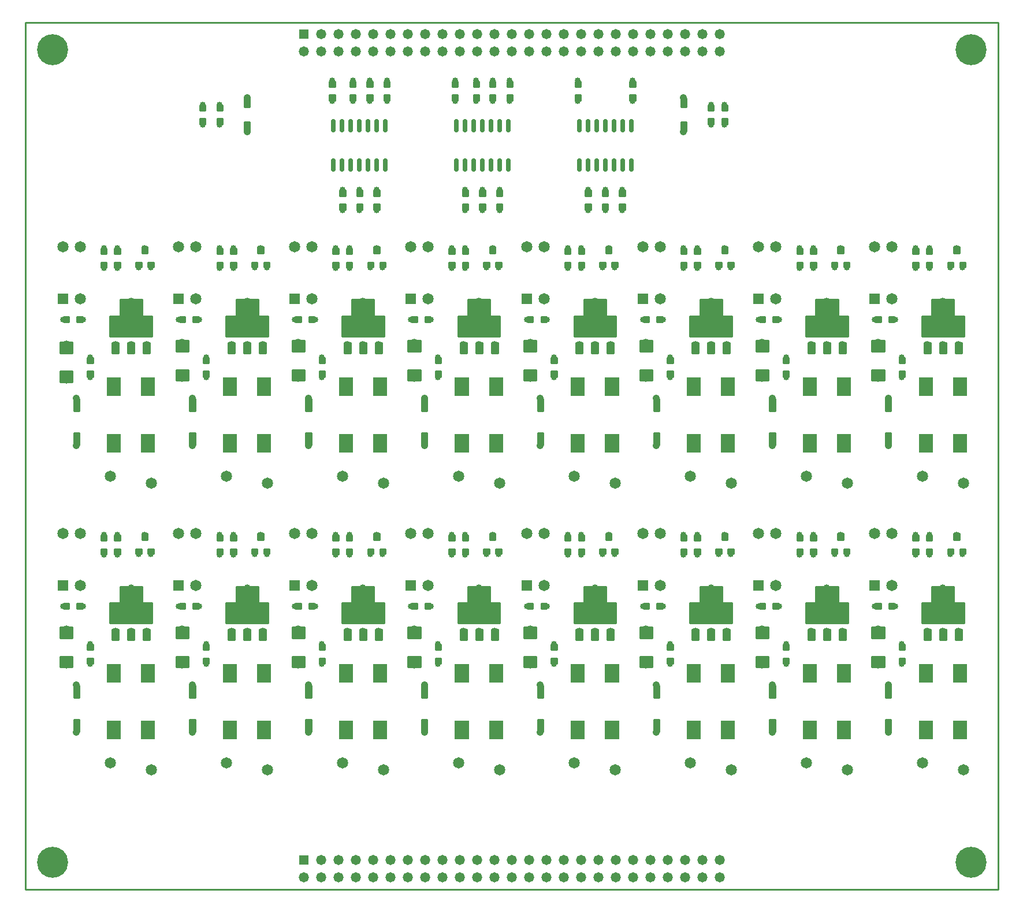
<source format=gbr>
*
*
G04 PADS Layout (Build Number 2005.266.2) generated Gerber (RS-274-X) file*
G04 PC Version=2.1*
*
%IN "cece_module_isoinput_10"*%
*
%MOMM*%
*
%FSLAX35Y35*%
*
*
*
*
G04 PC Standard Apertures*
*
*
G04 Thermal Relief Aperture macro.*
%AMTER*
1,1,$1,0,0*
1,0,$1-$2,0,0*
21,0,$3,$4,0,0,45*
21,0,$3,$4,0,0,135*
%
*
*
G04 Annular Aperture macro.*
%AMANN*
1,1,$1,0,0*
1,0,$2,0,0*
%
*
*
G04 Odd Aperture macro.*
%AMODD*
1,1,$1,0,0*
1,0,$1-0.005,0,0*
%
*
*
G04 PC Custom Aperture Macros*
*
*
*
*
*
*
G04 PC Aperture Table*
*
%ADD058C,0.254*%
%ADD079R,1.65X1.65*%
%ADD084R,1.4724X1.4724*%
%ADD085C,1.4724*%
%ADD089C,1.65*%
%ADD102R,2.05X2.05*%
%ADD109C,0.85*%
%ADD110C,1.05*%
%ADD111C,0.6596*%
%ADD112C,4.55*%
*
*
*
*
G04 PC Custom Flashes*
G04 Layer Name cece_module_isoinput_10 - flashes*
%LPD*%
*
*
G04 PC Circuitry*
G04 Layer Name cece_module_isoinput_10 - circuitry*
%LPD*%
*
G54D58*
G01X29860200Y24260200D02*
Y24339800D01*
X29939800*
Y24260200*
X29860200*
X29939800*
X29860200Y24285600D02*
X29939800D01*
X29860200Y24311000D02*
X29939800D01*
X29860200Y24336400D02*
X29939800D01*
X29870400Y24260200D02*
Y24339800D01*
X29895800Y24260200D02*
Y24339800D01*
X29921200Y24260200D02*
Y24339800D01*
X29860200Y24539800D02*
Y24460200D01*
X29939800*
Y24539800*
X29860200*
Y24460200D02*
X29939800D01*
X29860200Y24485600D02*
X29939800D01*
X29860200Y24511000D02*
X29939800D01*
X29860200Y24536400D02*
X29939800D01*
X29870400Y24460200D02*
Y24539800D01*
X29895800Y24460200D02*
Y24539800D01*
X29921200Y24460200D02*
Y24539800D01*
X31660200Y24260200D02*
Y24339800D01*
X31739800*
Y24260200*
X31660200*
X31739800*
X31660200Y24285600D02*
X31739800D01*
X31660200Y24311000D02*
X31739800D01*
X31660200Y24336400D02*
X31739800D01*
X31673800Y24260200D02*
Y24339800D01*
X31699200Y24260200D02*
Y24339800D01*
X31724600Y24260200D02*
Y24339800D01*
X31660200Y24539800D02*
Y24460200D01*
X31739800*
Y24539800*
X31660200*
Y24460200D02*
X31739800D01*
X31660200Y24485600D02*
X31739800D01*
X31660200Y24511000D02*
X31739800D01*
X31660200Y24536400D02*
X31739800D01*
X31673800Y24460200D02*
Y24539800D01*
X31699200Y24460200D02*
Y24539800D01*
X31724600Y24460200D02*
Y24539800D01*
X33460200Y24260200D02*
Y24339800D01*
X33539800*
Y24260200*
X33460200*
X33539800*
X33460200Y24285600D02*
X33539800D01*
X33460200Y24311000D02*
X33539800D01*
X33460200Y24336400D02*
X33539800D01*
X33477200Y24260200D02*
Y24339800D01*
X33502600Y24260200D02*
Y24339800D01*
X33528000Y24260200D02*
Y24339800D01*
X33460200Y24539800D02*
Y24460200D01*
X33539800*
Y24539800*
X33460200*
Y24460200D02*
X33539800D01*
X33460200Y24485600D02*
X33539800D01*
X33460200Y24511000D02*
X33539800D01*
X33460200Y24536400D02*
X33539800D01*
X33477200Y24460200D02*
Y24539800D01*
X33502600Y24460200D02*
Y24539800D01*
X33528000Y24460200D02*
Y24539800D01*
X35689800Y23910200D02*
Y23989800D01*
X35610200*
Y23910200*
X35689800*
X35610200D02*
X35689800D01*
X35610200Y23935600D02*
X35689800D01*
X35610200Y23961000D02*
X35689800D01*
X35610200Y23986400D02*
X35689800D01*
X35610800Y23910200D02*
Y23989800D01*
X35636200Y23910200D02*
Y23989800D01*
X35661600Y23910200D02*
Y23989800D01*
X35687000Y23910200D02*
Y23989800D01*
X35689800Y24189800D02*
Y24110200D01*
X35610200*
Y24189800*
X35689800*
X35610200Y24110200D02*
X35689800D01*
X35610200Y24135600D02*
X35689800D01*
X35610200Y24161000D02*
X35689800D01*
X35610200Y24186400D02*
X35689800D01*
X35610800Y24110200D02*
Y24189800D01*
X35636200Y24110200D02*
Y24189800D01*
X35661600Y24110200D02*
Y24189800D01*
X35687000Y24110200D02*
Y24189800D01*
X35489800Y23910200D02*
Y23989800D01*
X35410200*
Y23910200*
X35489800*
X35410200D02*
X35489800D01*
X35410200Y23935600D02*
X35489800D01*
X35410200Y23961000D02*
X35489800D01*
X35410200Y23986400D02*
X35489800D01*
X35433000Y23910200D02*
Y23989800D01*
X35458400Y23910200D02*
Y23989800D01*
X35483800Y23910200D02*
Y23989800D01*
X35489800Y24189800D02*
Y24110200D01*
X35410200*
Y24189800*
X35489800*
X35410200Y24110200D02*
X35489800D01*
X35410200Y24135600D02*
X35489800D01*
X35410200Y24161000D02*
X35489800D01*
X35410200Y24186400D02*
X35489800D01*
X35433000Y24110200D02*
Y24189800D01*
X35458400Y24110200D02*
Y24189800D01*
X35483800Y24110200D02*
Y24189800D01*
X28289800Y23910200D02*
Y23989800D01*
X28210200*
Y23910200*
X28289800*
X28210200D02*
X28289800D01*
X28210200Y23935600D02*
X28289800D01*
X28210200Y23961000D02*
X28289800D01*
X28210200Y23986400D02*
X28289800D01*
X28219400Y23910200D02*
Y23989800D01*
X28244800Y23910200D02*
Y23989800D01*
X28270200Y23910200D02*
Y23989800D01*
X28289800Y24189800D02*
Y24110200D01*
X28210200*
Y24189800*
X28289800*
X28210200Y24110200D02*
X28289800D01*
X28210200Y24135600D02*
X28289800D01*
X28210200Y24161000D02*
X28289800D01*
X28210200Y24186400D02*
X28289800D01*
X28219400Y24110200D02*
Y24189800D01*
X28244800Y24110200D02*
Y24189800D01*
X28270200Y24110200D02*
Y24189800D01*
X28039800Y23910200D02*
Y23989800D01*
X27960200*
Y23910200*
X28039800*
X27960200D02*
X28039800D01*
X27960200Y23935600D02*
X28039800D01*
X27960200Y23961000D02*
X28039800D01*
X27960200Y23986400D02*
X28039800D01*
X27965400Y23910200D02*
Y23989800D01*
X27990800Y23910200D02*
Y23989800D01*
X28016200Y23910200D02*
Y23989800D01*
X28039800Y24189800D02*
Y24110200D01*
X27960200*
Y24189800*
X28039800*
X27960200Y24110200D02*
X28039800D01*
X27960200Y24135600D02*
X28039800D01*
X27960200Y24161000D02*
X28039800D01*
X27960200Y24186400D02*
X28039800D01*
X27965400Y24110200D02*
Y24189800D01*
X27990800Y24110200D02*
Y24189800D01*
X28016200Y24110200D02*
Y24189800D01*
X29489800Y15960200D02*
Y16114800D01*
X29310200*
Y15960200*
X29489800*
X29310200D02*
X29489800D01*
X29310200Y15985600D02*
X29489800D01*
X29310200Y16011000D02*
X29489800D01*
X29310200Y16036400D02*
X29489800D01*
X29310200Y16061800D02*
X29489800D01*
X29310200Y16087200D02*
X29489800D01*
X29310200Y16112600D02*
X29489800D01*
X29311600Y15960200D02*
Y16114800D01*
X29337000Y15960200D02*
Y16114800D01*
X29362400Y15960200D02*
Y16114800D01*
X29387800Y15960200D02*
Y16114800D01*
X29413200Y15960200D02*
Y16114800D01*
X29438600Y15960200D02*
Y16114800D01*
X29464000Y15960200D02*
Y16114800D01*
X29489400Y15960200D02*
Y16114800D01*
X29489800Y16539800D02*
Y16385200D01*
X29310200*
Y16539800*
X29489800*
X29310200Y16385200D02*
X29489800D01*
X29310200Y16410600D02*
X29489800D01*
X29310200Y16436000D02*
X29489800D01*
X29310200Y16461400D02*
X29489800D01*
X29310200Y16486800D02*
X29489800D01*
X29310200Y16512200D02*
X29489800D01*
X29310200Y16537600D02*
X29489800D01*
X29311600Y16385200D02*
Y16539800D01*
X29337000Y16385200D02*
Y16539800D01*
X29362400Y16385200D02*
Y16539800D01*
X29387800Y16385200D02*
Y16539800D01*
X29413200Y16385200D02*
Y16539800D01*
X29438600Y16385200D02*
Y16539800D01*
X29464000Y16385200D02*
Y16539800D01*
X29489400Y16385200D02*
Y16539800D01*
X29489800Y20160200D02*
Y20314800D01*
X29310200*
Y20160200*
X29489800*
X29310200D02*
X29489800D01*
X29310200Y20185600D02*
X29489800D01*
X29310200Y20211000D02*
X29489800D01*
X29310200Y20236400D02*
X29489800D01*
X29310200Y20261800D02*
X29489800D01*
X29310200Y20287200D02*
X29489800D01*
X29310200Y20312600D02*
X29489800D01*
X29311600Y20160200D02*
Y20314800D01*
X29337000Y20160200D02*
Y20314800D01*
X29362400Y20160200D02*
Y20314800D01*
X29387800Y20160200D02*
Y20314800D01*
X29413200Y20160200D02*
Y20314800D01*
X29438600Y20160200D02*
Y20314800D01*
X29464000Y20160200D02*
Y20314800D01*
X29489400Y20160200D02*
Y20314800D01*
X29489800Y20739800D02*
Y20585200D01*
X29310200*
Y20739800*
X29489800*
X29310200Y20585200D02*
X29489800D01*
X29310200Y20610600D02*
X29489800D01*
X29310200Y20636000D02*
X29489800D01*
X29310200Y20661400D02*
X29489800D01*
X29310200Y20686800D02*
X29489800D01*
X29310200Y20712200D02*
X29489800D01*
X29310200Y20737600D02*
X29489800D01*
X29311600Y20585200D02*
Y20739800D01*
X29337000Y20585200D02*
Y20739800D01*
X29362400Y20585200D02*
Y20739800D01*
X29387800Y20585200D02*
Y20739800D01*
X29413200Y20585200D02*
Y20739800D01*
X29438600Y20585200D02*
Y20739800D01*
X29464000Y20585200D02*
Y20739800D01*
X29489400Y20585200D02*
Y20739800D01*
X31189800Y15960200D02*
Y16114800D01*
X31010200*
Y15960200*
X31189800*
X31010200D02*
X31189800D01*
X31010200Y15985600D02*
X31189800D01*
X31010200Y16011000D02*
X31189800D01*
X31010200Y16036400D02*
X31189800D01*
X31010200Y16061800D02*
X31189800D01*
X31010200Y16087200D02*
X31189800D01*
X31010200Y16112600D02*
X31189800D01*
X31013400Y15960200D02*
Y16114800D01*
X31038800Y15960200D02*
Y16114800D01*
X31064200Y15960200D02*
Y16114800D01*
X31089600Y15960200D02*
Y16114800D01*
X31115000Y15960200D02*
Y16114800D01*
X31140400Y15960200D02*
Y16114800D01*
X31165800Y15960200D02*
Y16114800D01*
X31189800Y16539800D02*
Y16385200D01*
X31010200*
Y16539800*
X31189800*
X31010200Y16385200D02*
X31189800D01*
X31010200Y16410600D02*
X31189800D01*
X31010200Y16436000D02*
X31189800D01*
X31010200Y16461400D02*
X31189800D01*
X31010200Y16486800D02*
X31189800D01*
X31010200Y16512200D02*
X31189800D01*
X31010200Y16537600D02*
X31189800D01*
X31013400Y16385200D02*
Y16539800D01*
X31038800Y16385200D02*
Y16539800D01*
X31064200Y16385200D02*
Y16539800D01*
X31089600Y16385200D02*
Y16539800D01*
X31115000Y16385200D02*
Y16539800D01*
X31140400Y16385200D02*
Y16539800D01*
X31165800Y16385200D02*
Y16539800D01*
X31189800Y20160200D02*
Y20314800D01*
X31010200*
Y20160200*
X31189800*
X31010200D02*
X31189800D01*
X31010200Y20185600D02*
X31189800D01*
X31010200Y20211000D02*
X31189800D01*
X31010200Y20236400D02*
X31189800D01*
X31010200Y20261800D02*
X31189800D01*
X31010200Y20287200D02*
X31189800D01*
X31010200Y20312600D02*
X31189800D01*
X31013400Y20160200D02*
Y20314800D01*
X31038800Y20160200D02*
Y20314800D01*
X31064200Y20160200D02*
Y20314800D01*
X31089600Y20160200D02*
Y20314800D01*
X31115000Y20160200D02*
Y20314800D01*
X31140400Y20160200D02*
Y20314800D01*
X31165800Y20160200D02*
Y20314800D01*
X31189800Y20739800D02*
Y20585200D01*
X31010200*
Y20739800*
X31189800*
X31010200Y20585200D02*
X31189800D01*
X31010200Y20610600D02*
X31189800D01*
X31010200Y20636000D02*
X31189800D01*
X31010200Y20661400D02*
X31189800D01*
X31010200Y20686800D02*
X31189800D01*
X31010200Y20712200D02*
X31189800D01*
X31010200Y20737600D02*
X31189800D01*
X31013400Y20585200D02*
Y20739800D01*
X31038800Y20585200D02*
Y20739800D01*
X31064200Y20585200D02*
Y20739800D01*
X31089600Y20585200D02*
Y20739800D01*
X31115000Y20585200D02*
Y20739800D01*
X31140400Y20585200D02*
Y20739800D01*
X31165800Y20585200D02*
Y20739800D01*
X32889800Y15960200D02*
Y16114800D01*
X32710200*
Y15960200*
X32889800*
X32710200D02*
X32889800D01*
X32710200Y15985600D02*
X32889800D01*
X32710200Y16011000D02*
X32889800D01*
X32710200Y16036400D02*
X32889800D01*
X32710200Y16061800D02*
X32889800D01*
X32710200Y16087200D02*
X32889800D01*
X32710200Y16112600D02*
X32889800D01*
X32715200Y15960200D02*
Y16114800D01*
X32740600Y15960200D02*
Y16114800D01*
X32766000Y15960200D02*
Y16114800D01*
X32791400Y15960200D02*
Y16114800D01*
X32816800Y15960200D02*
Y16114800D01*
X32842200Y15960200D02*
Y16114800D01*
X32867600Y15960200D02*
Y16114800D01*
X32889800Y16539800D02*
Y16385200D01*
X32710200*
Y16539800*
X32889800*
X32710200Y16385200D02*
X32889800D01*
X32710200Y16410600D02*
X32889800D01*
X32710200Y16436000D02*
X32889800D01*
X32710200Y16461400D02*
X32889800D01*
X32710200Y16486800D02*
X32889800D01*
X32710200Y16512200D02*
X32889800D01*
X32710200Y16537600D02*
X32889800D01*
X32715200Y16385200D02*
Y16539800D01*
X32740600Y16385200D02*
Y16539800D01*
X32766000Y16385200D02*
Y16539800D01*
X32791400Y16385200D02*
Y16539800D01*
X32816800Y16385200D02*
Y16539800D01*
X32842200Y16385200D02*
Y16539800D01*
X32867600Y16385200D02*
Y16539800D01*
X32889800Y20160200D02*
Y20314800D01*
X32710200*
Y20160200*
X32889800*
X32710200D02*
X32889800D01*
X32710200Y20185600D02*
X32889800D01*
X32710200Y20211000D02*
X32889800D01*
X32710200Y20236400D02*
X32889800D01*
X32710200Y20261800D02*
X32889800D01*
X32710200Y20287200D02*
X32889800D01*
X32710200Y20312600D02*
X32889800D01*
X32715200Y20160200D02*
Y20314800D01*
X32740600Y20160200D02*
Y20314800D01*
X32766000Y20160200D02*
Y20314800D01*
X32791400Y20160200D02*
Y20314800D01*
X32816800Y20160200D02*
Y20314800D01*
X32842200Y20160200D02*
Y20314800D01*
X32867600Y20160200D02*
Y20314800D01*
X32889800Y20739800D02*
Y20585200D01*
X32710200*
Y20739800*
X32889800*
X32710200Y20585200D02*
X32889800D01*
X32710200Y20610600D02*
X32889800D01*
X32710200Y20636000D02*
X32889800D01*
X32710200Y20661400D02*
X32889800D01*
X32710200Y20686800D02*
X32889800D01*
X32710200Y20712200D02*
X32889800D01*
X32710200Y20737600D02*
X32889800D01*
X32715200Y20585200D02*
Y20739800D01*
X32740600Y20585200D02*
Y20739800D01*
X32766000Y20585200D02*
Y20739800D01*
X32791400Y20585200D02*
Y20739800D01*
X32816800Y20585200D02*
Y20739800D01*
X32842200Y20585200D02*
Y20739800D01*
X32867600Y20585200D02*
Y20739800D01*
X34589800Y15960200D02*
Y16114800D01*
X34410200*
Y15960200*
X34589800*
X34410200D02*
X34589800D01*
X34410200Y15985600D02*
X34589800D01*
X34410200Y16011000D02*
X34589800D01*
X34410200Y16036400D02*
X34589800D01*
X34410200Y16061800D02*
X34589800D01*
X34410200Y16087200D02*
X34589800D01*
X34410200Y16112600D02*
X34589800D01*
X34417000Y15960200D02*
Y16114800D01*
X34442400Y15960200D02*
Y16114800D01*
X34467800Y15960200D02*
Y16114800D01*
X34493200Y15960200D02*
Y16114800D01*
X34518600Y15960200D02*
Y16114800D01*
X34544000Y15960200D02*
Y16114800D01*
X34569400Y15960200D02*
Y16114800D01*
X34589800Y16539800D02*
Y16385200D01*
X34410200*
Y16539800*
X34589800*
X34410200Y16385200D02*
X34589800D01*
X34410200Y16410600D02*
X34589800D01*
X34410200Y16436000D02*
X34589800D01*
X34410200Y16461400D02*
X34589800D01*
X34410200Y16486800D02*
X34589800D01*
X34410200Y16512200D02*
X34589800D01*
X34410200Y16537600D02*
X34589800D01*
X34417000Y16385200D02*
Y16539800D01*
X34442400Y16385200D02*
Y16539800D01*
X34467800Y16385200D02*
Y16539800D01*
X34493200Y16385200D02*
Y16539800D01*
X34518600Y16385200D02*
Y16539800D01*
X34544000Y16385200D02*
Y16539800D01*
X34569400Y16385200D02*
Y16539800D01*
X34589800Y20160200D02*
Y20314800D01*
X34410200*
Y20160200*
X34589800*
X34410200D02*
X34589800D01*
X34410200Y20185600D02*
X34589800D01*
X34410200Y20211000D02*
X34589800D01*
X34410200Y20236400D02*
X34589800D01*
X34410200Y20261800D02*
X34589800D01*
X34410200Y20287200D02*
X34589800D01*
X34410200Y20312600D02*
X34589800D01*
X34417000Y20160200D02*
Y20314800D01*
X34442400Y20160200D02*
Y20314800D01*
X34467800Y20160200D02*
Y20314800D01*
X34493200Y20160200D02*
Y20314800D01*
X34518600Y20160200D02*
Y20314800D01*
X34544000Y20160200D02*
Y20314800D01*
X34569400Y20160200D02*
Y20314800D01*
X34589800Y20739800D02*
Y20585200D01*
X34410200*
Y20739800*
X34589800*
X34410200Y20585200D02*
X34589800D01*
X34410200Y20610600D02*
X34589800D01*
X34410200Y20636000D02*
X34589800D01*
X34410200Y20661400D02*
X34589800D01*
X34410200Y20686800D02*
X34589800D01*
X34410200Y20712200D02*
X34589800D01*
X34410200Y20737600D02*
X34589800D01*
X34417000Y20585200D02*
Y20739800D01*
X34442400Y20585200D02*
Y20739800D01*
X34467800Y20585200D02*
Y20739800D01*
X34493200Y20585200D02*
Y20739800D01*
X34518600Y20585200D02*
Y20739800D01*
X34544000Y20585200D02*
Y20739800D01*
X34569400Y20585200D02*
Y20739800D01*
X36289800Y15960200D02*
Y16114800D01*
X36110200*
Y15960200*
X36289800*
X36110200D02*
X36289800D01*
X36110200Y15985600D02*
X36289800D01*
X36110200Y16011000D02*
X36289800D01*
X36110200Y16036400D02*
X36289800D01*
X36110200Y16061800D02*
X36289800D01*
X36110200Y16087200D02*
X36289800D01*
X36110200Y16112600D02*
X36289800D01*
X36118800Y15960200D02*
Y16114800D01*
X36144200Y15960200D02*
Y16114800D01*
X36169600Y15960200D02*
Y16114800D01*
X36195000Y15960200D02*
Y16114800D01*
X36220400Y15960200D02*
Y16114800D01*
X36245800Y15960200D02*
Y16114800D01*
X36271200Y15960200D02*
Y16114800D01*
X36289800Y16539800D02*
Y16385200D01*
X36110200*
Y16539800*
X36289800*
X36110200Y16385200D02*
X36289800D01*
X36110200Y16410600D02*
X36289800D01*
X36110200Y16436000D02*
X36289800D01*
X36110200Y16461400D02*
X36289800D01*
X36110200Y16486800D02*
X36289800D01*
X36110200Y16512200D02*
X36289800D01*
X36110200Y16537600D02*
X36289800D01*
X36118800Y16385200D02*
Y16539800D01*
X36144200Y16385200D02*
Y16539800D01*
X36169600Y16385200D02*
Y16539800D01*
X36195000Y16385200D02*
Y16539800D01*
X36220400Y16385200D02*
Y16539800D01*
X36245800Y16385200D02*
Y16539800D01*
X36271200Y16385200D02*
Y16539800D01*
X36289800Y20160200D02*
Y20314800D01*
X36110200*
Y20160200*
X36289800*
X36110200D02*
X36289800D01*
X36110200Y20185600D02*
X36289800D01*
X36110200Y20211000D02*
X36289800D01*
X36110200Y20236400D02*
X36289800D01*
X36110200Y20261800D02*
X36289800D01*
X36110200Y20287200D02*
X36289800D01*
X36110200Y20312600D02*
X36289800D01*
X36118800Y20160200D02*
Y20314800D01*
X36144200Y20160200D02*
Y20314800D01*
X36169600Y20160200D02*
Y20314800D01*
X36195000Y20160200D02*
Y20314800D01*
X36220400Y20160200D02*
Y20314800D01*
X36245800Y20160200D02*
Y20314800D01*
X36271200Y20160200D02*
Y20314800D01*
X36289800Y20739800D02*
Y20585200D01*
X36110200*
Y20739800*
X36289800*
X36110200Y20585200D02*
X36289800D01*
X36110200Y20610600D02*
X36289800D01*
X36110200Y20636000D02*
X36289800D01*
X36110200Y20661400D02*
X36289800D01*
X36110200Y20686800D02*
X36289800D01*
X36110200Y20712200D02*
X36289800D01*
X36110200Y20737600D02*
X36289800D01*
X36118800Y20585200D02*
Y20739800D01*
X36144200Y20585200D02*
Y20739800D01*
X36169600Y20585200D02*
Y20739800D01*
X36195000Y20585200D02*
Y20739800D01*
X36220400Y20585200D02*
Y20739800D01*
X36245800Y20585200D02*
Y20739800D01*
X36271200Y20585200D02*
Y20739800D01*
X26089800Y15960200D02*
Y16114800D01*
X25910200*
Y15960200*
X26089800*
X25910200D02*
X26089800D01*
X25910200Y15985600D02*
X26089800D01*
X25910200Y16011000D02*
X26089800D01*
X25910200Y16036400D02*
X26089800D01*
X25910200Y16061800D02*
X26089800D01*
X25910200Y16087200D02*
X26089800D01*
X25910200Y16112600D02*
X26089800D01*
X25933400Y15960200D02*
Y16114800D01*
X25958800Y15960200D02*
Y16114800D01*
X25984200Y15960200D02*
Y16114800D01*
X26009600Y15960200D02*
Y16114800D01*
X26035000Y15960200D02*
Y16114800D01*
X26060400Y15960200D02*
Y16114800D01*
X26085800Y15960200D02*
Y16114800D01*
X26089800Y16539800D02*
Y16385200D01*
X25910200*
Y16539800*
X26089800*
X25910200Y16385200D02*
X26089800D01*
X25910200Y16410600D02*
X26089800D01*
X25910200Y16436000D02*
X26089800D01*
X25910200Y16461400D02*
X26089800D01*
X25910200Y16486800D02*
X26089800D01*
X25910200Y16512200D02*
X26089800D01*
X25910200Y16537600D02*
X26089800D01*
X25933400Y16385200D02*
Y16539800D01*
X25958800Y16385200D02*
Y16539800D01*
X25984200Y16385200D02*
Y16539800D01*
X26009600Y16385200D02*
Y16539800D01*
X26035000Y16385200D02*
Y16539800D01*
X26060400Y16385200D02*
Y16539800D01*
X26085800Y16385200D02*
Y16539800D01*
X37989800Y15960200D02*
Y16114800D01*
X37810200*
Y15960200*
X37989800*
X37810200D02*
X37989800D01*
X37810200Y15985600D02*
X37989800D01*
X37810200Y16011000D02*
X37989800D01*
X37810200Y16036400D02*
X37989800D01*
X37810200Y16061800D02*
X37989800D01*
X37810200Y16087200D02*
X37989800D01*
X37810200Y16112600D02*
X37989800D01*
X37820600Y15960200D02*
Y16114800D01*
X37846000Y15960200D02*
Y16114800D01*
X37871400Y15960200D02*
Y16114800D01*
X37896800Y15960200D02*
Y16114800D01*
X37922200Y15960200D02*
Y16114800D01*
X37947600Y15960200D02*
Y16114800D01*
X37973000Y15960200D02*
Y16114800D01*
X37989800Y16539800D02*
Y16385200D01*
X37810200*
Y16539800*
X37989800*
X37810200Y16385200D02*
X37989800D01*
X37810200Y16410600D02*
X37989800D01*
X37810200Y16436000D02*
X37989800D01*
X37810200Y16461400D02*
X37989800D01*
X37810200Y16486800D02*
X37989800D01*
X37810200Y16512200D02*
X37989800D01*
X37810200Y16537600D02*
X37989800D01*
X37820600Y16385200D02*
Y16539800D01*
X37846000Y16385200D02*
Y16539800D01*
X37871400Y16385200D02*
Y16539800D01*
X37896800Y16385200D02*
Y16539800D01*
X37922200Y16385200D02*
Y16539800D01*
X37947600Y16385200D02*
Y16539800D01*
X37973000Y16385200D02*
Y16539800D01*
X37989800Y20160200D02*
Y20314800D01*
X37810200*
Y20160200*
X37989800*
X37810200D02*
X37989800D01*
X37810200Y20185600D02*
X37989800D01*
X37810200Y20211000D02*
X37989800D01*
X37810200Y20236400D02*
X37989800D01*
X37810200Y20261800D02*
X37989800D01*
X37810200Y20287200D02*
X37989800D01*
X37810200Y20312600D02*
X37989800D01*
X37820600Y20160200D02*
Y20314800D01*
X37846000Y20160200D02*
Y20314800D01*
X37871400Y20160200D02*
Y20314800D01*
X37896800Y20160200D02*
Y20314800D01*
X37922200Y20160200D02*
Y20314800D01*
X37947600Y20160200D02*
Y20314800D01*
X37973000Y20160200D02*
Y20314800D01*
X37989800Y20739800D02*
Y20585200D01*
X37810200*
Y20739800*
X37989800*
X37810200Y20585200D02*
X37989800D01*
X37810200Y20610600D02*
X37989800D01*
X37810200Y20636000D02*
X37989800D01*
X37810200Y20661400D02*
X37989800D01*
X37810200Y20686800D02*
X37989800D01*
X37810200Y20712200D02*
X37989800D01*
X37810200Y20737600D02*
X37989800D01*
X37820600Y20585200D02*
Y20739800D01*
X37846000Y20585200D02*
Y20739800D01*
X37871400Y20585200D02*
Y20739800D01*
X37896800Y20585200D02*
Y20739800D01*
X37922200Y20585200D02*
Y20739800D01*
X37947600Y20585200D02*
Y20739800D01*
X37973000Y20585200D02*
Y20739800D01*
X26089800Y20135200D02*
Y20289800D01*
X25910200*
Y20135200*
X26089800*
X25910200D02*
X26089800D01*
X25910200Y20160600D02*
X26089800D01*
X25910200Y20186000D02*
X26089800D01*
X25910200Y20211400D02*
X26089800D01*
X25910200Y20236800D02*
X26089800D01*
X25910200Y20262200D02*
X26089800D01*
X25910200Y20287600D02*
X26089800D01*
X25933400Y20135200D02*
Y20289800D01*
X25958800Y20135200D02*
Y20289800D01*
X25984200Y20135200D02*
Y20289800D01*
X26009600Y20135200D02*
Y20289800D01*
X26035000Y20135200D02*
Y20289800D01*
X26060400Y20135200D02*
Y20289800D01*
X26085800Y20135200D02*
Y20289800D01*
X26089800Y20714800D02*
Y20560200D01*
X25910200*
Y20714800*
X26089800*
X25910200Y20560200D02*
X26089800D01*
X25910200Y20585600D02*
X26089800D01*
X25910200Y20611000D02*
X26089800D01*
X25910200Y20636400D02*
X26089800D01*
X25910200Y20661800D02*
X26089800D01*
X25910200Y20687200D02*
X26089800D01*
X25910200Y20712600D02*
X26089800D01*
X25933400Y20560200D02*
Y20714800D01*
X25958800Y20560200D02*
Y20714800D01*
X25984200Y20560200D02*
Y20714800D01*
X26009600Y20560200D02*
Y20714800D01*
X26035000Y20560200D02*
Y20714800D01*
X26060400Y20560200D02*
Y20714800D01*
X26085800Y20560200D02*
Y20714800D01*
X27789800Y15960200D02*
Y16114800D01*
X27610200*
Y15960200*
X27789800*
X27610200D02*
X27789800D01*
X27610200Y15985600D02*
X27789800D01*
X27610200Y16011000D02*
X27789800D01*
X27610200Y16036400D02*
X27789800D01*
X27610200Y16061800D02*
X27789800D01*
X27610200Y16087200D02*
X27789800D01*
X27610200Y16112600D02*
X27789800D01*
X27635200Y15960200D02*
Y16114800D01*
X27660600Y15960200D02*
Y16114800D01*
X27686000Y15960200D02*
Y16114800D01*
X27711400Y15960200D02*
Y16114800D01*
X27736800Y15960200D02*
Y16114800D01*
X27762200Y15960200D02*
Y16114800D01*
X27787600Y15960200D02*
Y16114800D01*
X27789800Y16539800D02*
Y16385200D01*
X27610200*
Y16539800*
X27789800*
X27610200Y16385200D02*
X27789800D01*
X27610200Y16410600D02*
X27789800D01*
X27610200Y16436000D02*
X27789800D01*
X27610200Y16461400D02*
X27789800D01*
X27610200Y16486800D02*
X27789800D01*
X27610200Y16512200D02*
X27789800D01*
X27610200Y16537600D02*
X27789800D01*
X27635200Y16385200D02*
Y16539800D01*
X27660600Y16385200D02*
Y16539800D01*
X27686000Y16385200D02*
Y16539800D01*
X27711400Y16385200D02*
Y16539800D01*
X27736800Y16385200D02*
Y16539800D01*
X27762200Y16385200D02*
Y16539800D01*
X27787600Y16385200D02*
Y16539800D01*
X27789800Y20160200D02*
Y20314800D01*
X27610200*
Y20160200*
X27789800*
X27610200D02*
X27789800D01*
X27610200Y20185600D02*
X27789800D01*
X27610200Y20211000D02*
X27789800D01*
X27610200Y20236400D02*
X27789800D01*
X27610200Y20261800D02*
X27789800D01*
X27610200Y20287200D02*
X27789800D01*
X27610200Y20312600D02*
X27789800D01*
X27635200Y20160200D02*
Y20314800D01*
X27660600Y20160200D02*
Y20314800D01*
X27686000Y20160200D02*
Y20314800D01*
X27711400Y20160200D02*
Y20314800D01*
X27736800Y20160200D02*
Y20314800D01*
X27762200Y20160200D02*
Y20314800D01*
X27787600Y20160200D02*
Y20314800D01*
X27789800Y20739800D02*
Y20585200D01*
X27610200*
Y20739800*
X27789800*
X27610200Y20585200D02*
X27789800D01*
X27610200Y20610600D02*
X27789800D01*
X27610200Y20636000D02*
X27789800D01*
X27610200Y20661400D02*
X27789800D01*
X27610200Y20686800D02*
X27789800D01*
X27610200Y20712200D02*
X27789800D01*
X27610200Y20737600D02*
X27789800D01*
X27635200Y20585200D02*
Y20739800D01*
X27660600Y20585200D02*
Y20739800D01*
X27686000Y20585200D02*
Y20739800D01*
X27711400Y20585200D02*
Y20739800D01*
X27736800Y20585200D02*
Y20739800D01*
X27762200Y20585200D02*
Y20739800D01*
X27787600Y20585200D02*
Y20739800D01*
X26189800Y15010200D02*
Y15189800D01*
X26110200*
Y15010200*
X26189800*
X26110200D02*
X26189800D01*
X26110200Y15035600D02*
X26189800D01*
X26110200Y15061000D02*
X26189800D01*
X26110200Y15086400D02*
X26189800D01*
X26110200Y15111800D02*
X26189800D01*
X26110200Y15137200D02*
X26189800D01*
X26110200Y15162600D02*
X26189800D01*
X26110200Y15188000D02*
X26189800D01*
X26111200Y15010200D02*
Y15189800D01*
X26136600Y15010200D02*
Y15189800D01*
X26162000Y15010200D02*
Y15189800D01*
X26187400Y15010200D02*
Y15189800D01*
X26189800Y15689800D02*
Y15510200D01*
X26110200*
Y15689800*
X26189800*
X26110200Y15510200D02*
X26189800D01*
X26110200Y15535600D02*
X26189800D01*
X26110200Y15561000D02*
X26189800D01*
X26110200Y15586400D02*
X26189800D01*
X26110200Y15611800D02*
X26189800D01*
X26110200Y15637200D02*
X26189800D01*
X26110200Y15662600D02*
X26189800D01*
X26110200Y15688000D02*
X26189800D01*
X26111200Y15510200D02*
Y15689800D01*
X26136600Y15510200D02*
Y15689800D01*
X26162000Y15510200D02*
Y15689800D01*
X26187400Y15510200D02*
Y15689800D01*
X32989800Y19210200D02*
Y19389800D01*
X32910200*
Y19210200*
X32989800*
X32910200D02*
X32989800D01*
X32910200Y19235600D02*
X32989800D01*
X32910200Y19261000D02*
X32989800D01*
X32910200Y19286400D02*
X32989800D01*
X32910200Y19311800D02*
X32989800D01*
X32910200Y19337200D02*
X32989800D01*
X32910200Y19362600D02*
X32989800D01*
X32910200Y19388000D02*
X32989800D01*
X32918400Y19210200D02*
Y19389800D01*
X32943800Y19210200D02*
Y19389800D01*
X32969200Y19210200D02*
Y19389800D01*
X32989800Y19889800D02*
Y19710200D01*
X32910200*
Y19889800*
X32989800*
X32910200Y19710200D02*
X32989800D01*
X32910200Y19735600D02*
X32989800D01*
X32910200Y19761000D02*
X32989800D01*
X32910200Y19786400D02*
X32989800D01*
X32910200Y19811800D02*
X32989800D01*
X32910200Y19837200D02*
X32989800D01*
X32910200Y19862600D02*
X32989800D01*
X32910200Y19888000D02*
X32989800D01*
X32918400Y19710200D02*
Y19889800D01*
X32943800Y19710200D02*
Y19889800D01*
X32969200Y19710200D02*
Y19889800D01*
X34689800Y15010200D02*
Y15189800D01*
X34610200*
Y15010200*
X34689800*
X34610200D02*
X34689800D01*
X34610200Y15035600D02*
X34689800D01*
X34610200Y15061000D02*
X34689800D01*
X34610200Y15086400D02*
X34689800D01*
X34610200Y15111800D02*
X34689800D01*
X34610200Y15137200D02*
X34689800D01*
X34610200Y15162600D02*
X34689800D01*
X34610200Y15188000D02*
X34689800D01*
X34620200Y15010200D02*
Y15189800D01*
X34645600Y15010200D02*
Y15189800D01*
X34671000Y15010200D02*
Y15189800D01*
X34689800Y15689800D02*
Y15510200D01*
X34610200*
Y15689800*
X34689800*
X34610200Y15510200D02*
X34689800D01*
X34610200Y15535600D02*
X34689800D01*
X34610200Y15561000D02*
X34689800D01*
X34610200Y15586400D02*
X34689800D01*
X34610200Y15611800D02*
X34689800D01*
X34610200Y15637200D02*
X34689800D01*
X34610200Y15662600D02*
X34689800D01*
X34610200Y15688000D02*
X34689800D01*
X34620200Y15510200D02*
Y15689800D01*
X34645600Y15510200D02*
Y15689800D01*
X34671000Y15510200D02*
Y15689800D01*
X34689800Y19210200D02*
Y19389800D01*
X34610200*
Y19210200*
X34689800*
X34610200D02*
X34689800D01*
X34610200Y19235600D02*
X34689800D01*
X34610200Y19261000D02*
X34689800D01*
X34610200Y19286400D02*
X34689800D01*
X34610200Y19311800D02*
X34689800D01*
X34610200Y19337200D02*
X34689800D01*
X34610200Y19362600D02*
X34689800D01*
X34610200Y19388000D02*
X34689800D01*
X34620200Y19210200D02*
Y19389800D01*
X34645600Y19210200D02*
Y19389800D01*
X34671000Y19210200D02*
Y19389800D01*
X34689800Y19889800D02*
Y19710200D01*
X34610200*
Y19889800*
X34689800*
X34610200Y19710200D02*
X34689800D01*
X34610200Y19735600D02*
X34689800D01*
X34610200Y19761000D02*
X34689800D01*
X34610200Y19786400D02*
X34689800D01*
X34610200Y19811800D02*
X34689800D01*
X34610200Y19837200D02*
X34689800D01*
X34610200Y19862600D02*
X34689800D01*
X34610200Y19888000D02*
X34689800D01*
X34620200Y19710200D02*
Y19889800D01*
X34645600Y19710200D02*
Y19889800D01*
X34671000Y19710200D02*
Y19889800D01*
X36389800Y15010200D02*
Y15189800D01*
X36310200*
Y15010200*
X36389800*
X36310200D02*
X36389800D01*
X36310200Y15035600D02*
X36389800D01*
X36310200Y15061000D02*
X36389800D01*
X36310200Y15086400D02*
X36389800D01*
X36310200Y15111800D02*
X36389800D01*
X36310200Y15137200D02*
X36389800D01*
X36310200Y15162600D02*
X36389800D01*
X36310200Y15188000D02*
X36389800D01*
X36322000Y15010200D02*
Y15189800D01*
X36347400Y15010200D02*
Y15189800D01*
X36372800Y15010200D02*
Y15189800D01*
X36389800Y15689800D02*
Y15510200D01*
X36310200*
Y15689800*
X36389800*
X36310200Y15510200D02*
X36389800D01*
X36310200Y15535600D02*
X36389800D01*
X36310200Y15561000D02*
X36389800D01*
X36310200Y15586400D02*
X36389800D01*
X36310200Y15611800D02*
X36389800D01*
X36310200Y15637200D02*
X36389800D01*
X36310200Y15662600D02*
X36389800D01*
X36310200Y15688000D02*
X36389800D01*
X36322000Y15510200D02*
Y15689800D01*
X36347400Y15510200D02*
Y15689800D01*
X36372800Y15510200D02*
Y15689800D01*
X36389800Y19210200D02*
Y19389800D01*
X36310200*
Y19210200*
X36389800*
X36310200D02*
X36389800D01*
X36310200Y19235600D02*
X36389800D01*
X36310200Y19261000D02*
X36389800D01*
X36310200Y19286400D02*
X36389800D01*
X36310200Y19311800D02*
X36389800D01*
X36310200Y19337200D02*
X36389800D01*
X36310200Y19362600D02*
X36389800D01*
X36310200Y19388000D02*
X36389800D01*
X36322000Y19210200D02*
Y19389800D01*
X36347400Y19210200D02*
Y19389800D01*
X36372800Y19210200D02*
Y19389800D01*
X36389800Y19889800D02*
Y19710200D01*
X36310200*
Y19889800*
X36389800*
X36310200Y19710200D02*
X36389800D01*
X36310200Y19735600D02*
X36389800D01*
X36310200Y19761000D02*
X36389800D01*
X36310200Y19786400D02*
X36389800D01*
X36310200Y19811800D02*
X36389800D01*
X36310200Y19837200D02*
X36389800D01*
X36310200Y19862600D02*
X36389800D01*
X36310200Y19888000D02*
X36389800D01*
X36322000Y19710200D02*
Y19889800D01*
X36347400Y19710200D02*
Y19889800D01*
X36372800Y19710200D02*
Y19889800D01*
X38089800Y15010200D02*
Y15189800D01*
X38010200*
Y15010200*
X38089800*
X38010200D02*
X38089800D01*
X38010200Y15035600D02*
X38089800D01*
X38010200Y15061000D02*
X38089800D01*
X38010200Y15086400D02*
X38089800D01*
X38010200Y15111800D02*
X38089800D01*
X38010200Y15137200D02*
X38089800D01*
X38010200Y15162600D02*
X38089800D01*
X38010200Y15188000D02*
X38089800D01*
X38023800Y15010200D02*
Y15189800D01*
X38049200Y15010200D02*
Y15189800D01*
X38074600Y15010200D02*
Y15189800D01*
X38089800Y15689800D02*
Y15510200D01*
X38010200*
Y15689800*
X38089800*
X38010200Y15510200D02*
X38089800D01*
X38010200Y15535600D02*
X38089800D01*
X38010200Y15561000D02*
X38089800D01*
X38010200Y15586400D02*
X38089800D01*
X38010200Y15611800D02*
X38089800D01*
X38010200Y15637200D02*
X38089800D01*
X38010200Y15662600D02*
X38089800D01*
X38010200Y15688000D02*
X38089800D01*
X38023800Y15510200D02*
Y15689800D01*
X38049200Y15510200D02*
Y15689800D01*
X38074600Y15510200D02*
Y15689800D01*
X38089800Y19210200D02*
Y19389800D01*
X38010200*
Y19210200*
X38089800*
X38010200D02*
X38089800D01*
X38010200Y19235600D02*
X38089800D01*
X38010200Y19261000D02*
X38089800D01*
X38010200Y19286400D02*
X38089800D01*
X38010200Y19311800D02*
X38089800D01*
X38010200Y19337200D02*
X38089800D01*
X38010200Y19362600D02*
X38089800D01*
X38010200Y19388000D02*
X38089800D01*
X38023800Y19210200D02*
Y19389800D01*
X38049200Y19210200D02*
Y19389800D01*
X38074600Y19210200D02*
Y19389800D01*
X38089800Y19889800D02*
Y19710200D01*
X38010200*
Y19889800*
X38089800*
X38010200Y19710200D02*
X38089800D01*
X38010200Y19735600D02*
X38089800D01*
X38010200Y19761000D02*
X38089800D01*
X38010200Y19786400D02*
X38089800D01*
X38010200Y19811800D02*
X38089800D01*
X38010200Y19837200D02*
X38089800D01*
X38010200Y19862600D02*
X38089800D01*
X38010200Y19888000D02*
X38089800D01*
X38023800Y19710200D02*
Y19889800D01*
X38049200Y19710200D02*
Y19889800D01*
X38074600Y19710200D02*
Y19889800D01*
X28610200Y23810200D02*
Y23939800D01*
X28689800*
Y23810200*
X28610200*
X28689800*
X28610200Y23835600D02*
X28689800D01*
X28610200Y23861000D02*
X28689800D01*
X28610200Y23886400D02*
X28689800D01*
X28610200Y23911800D02*
X28689800D01*
X28610200Y23937200D02*
X28689800D01*
X28625800Y23810200D02*
Y23939800D01*
X28651200Y23810200D02*
Y23939800D01*
X28676600Y23810200D02*
Y23939800D01*
X28610200Y24289800D02*
Y24160200D01*
X28689800*
Y24289800*
X28610200*
Y24160200D02*
X28689800D01*
X28610200Y24185600D02*
X28689800D01*
X28610200Y24211000D02*
X28689800D01*
X28610200Y24236400D02*
X28689800D01*
X28610200Y24261800D02*
X28689800D01*
X28610200Y24287200D02*
X28689800D01*
X28625800Y24160200D02*
Y24289800D01*
X28651200Y24160200D02*
Y24289800D01*
X28676600Y24160200D02*
Y24289800D01*
X35010200Y23810200D02*
Y23939800D01*
X35089800*
Y23810200*
X35010200*
X35089800*
X35010200Y23835600D02*
X35089800D01*
X35010200Y23861000D02*
X35089800D01*
X35010200Y23886400D02*
X35089800D01*
X35010200Y23911800D02*
X35089800D01*
X35010200Y23937200D02*
X35089800D01*
X35026600Y23810200D02*
Y23939800D01*
X35052000Y23810200D02*
Y23939800D01*
X35077400Y23810200D02*
Y23939800D01*
X35010200Y24289800D02*
Y24160200D01*
X35089800*
Y24289800*
X35010200*
Y24160200D02*
X35089800D01*
X35010200Y24185600D02*
X35089800D01*
X35010200Y24211000D02*
X35089800D01*
X35010200Y24236400D02*
X35089800D01*
X35010200Y24261800D02*
X35089800D01*
X35010200Y24287200D02*
X35089800D01*
X35026600Y24160200D02*
Y24289800D01*
X35052000Y24160200D02*
Y24289800D01*
X35077400Y24160200D02*
Y24289800D01*
X26189800Y19210200D02*
Y19389800D01*
X26110200*
Y19210200*
X26189800*
X26110200D02*
X26189800D01*
X26110200Y19235600D02*
X26189800D01*
X26110200Y19261000D02*
X26189800D01*
X26110200Y19286400D02*
X26189800D01*
X26110200Y19311800D02*
X26189800D01*
X26110200Y19337200D02*
X26189800D01*
X26110200Y19362600D02*
X26189800D01*
X26110200Y19388000D02*
X26189800D01*
X26111200Y19210200D02*
Y19389800D01*
X26136600Y19210200D02*
Y19389800D01*
X26162000Y19210200D02*
Y19389800D01*
X26187400Y19210200D02*
Y19389800D01*
X26189800Y19889800D02*
Y19710200D01*
X26110200*
Y19889800*
X26189800*
X26110200Y19710200D02*
X26189800D01*
X26110200Y19735600D02*
X26189800D01*
X26110200Y19761000D02*
X26189800D01*
X26110200Y19786400D02*
X26189800D01*
X26110200Y19811800D02*
X26189800D01*
X26110200Y19837200D02*
X26189800D01*
X26110200Y19862600D02*
X26189800D01*
X26110200Y19888000D02*
X26189800D01*
X26111200Y19710200D02*
Y19889800D01*
X26136600Y19710200D02*
Y19889800D01*
X26162000Y19710200D02*
Y19889800D01*
X26187400Y19710200D02*
Y19889800D01*
X27889800Y15010200D02*
Y15189800D01*
X27810200*
Y15010200*
X27889800*
X27810200D02*
X27889800D01*
X27810200Y15035600D02*
X27889800D01*
X27810200Y15061000D02*
X27889800D01*
X27810200Y15086400D02*
X27889800D01*
X27810200Y15111800D02*
X27889800D01*
X27810200Y15137200D02*
X27889800D01*
X27810200Y15162600D02*
X27889800D01*
X27810200Y15188000D02*
X27889800D01*
X27813000Y15010200D02*
Y15189800D01*
X27838400Y15010200D02*
Y15189800D01*
X27863800Y15010200D02*
Y15189800D01*
X27889200Y15010200D02*
Y15189800D01*
X27889800Y15689800D02*
Y15510200D01*
X27810200*
Y15689800*
X27889800*
X27810200Y15510200D02*
X27889800D01*
X27810200Y15535600D02*
X27889800D01*
X27810200Y15561000D02*
X27889800D01*
X27810200Y15586400D02*
X27889800D01*
X27810200Y15611800D02*
X27889800D01*
X27810200Y15637200D02*
X27889800D01*
X27810200Y15662600D02*
X27889800D01*
X27810200Y15688000D02*
X27889800D01*
X27813000Y15510200D02*
Y15689800D01*
X27838400Y15510200D02*
Y15689800D01*
X27863800Y15510200D02*
Y15689800D01*
X27889200Y15510200D02*
Y15689800D01*
X27889800Y19210200D02*
Y19389800D01*
X27810200*
Y19210200*
X27889800*
X27810200D02*
X27889800D01*
X27810200Y19235600D02*
X27889800D01*
X27810200Y19261000D02*
X27889800D01*
X27810200Y19286400D02*
X27889800D01*
X27810200Y19311800D02*
X27889800D01*
X27810200Y19337200D02*
X27889800D01*
X27810200Y19362600D02*
X27889800D01*
X27810200Y19388000D02*
X27889800D01*
X27813000Y19210200D02*
Y19389800D01*
X27838400Y19210200D02*
Y19389800D01*
X27863800Y19210200D02*
Y19389800D01*
X27889200Y19210200D02*
Y19389800D01*
X27889800Y19889800D02*
Y19710200D01*
X27810200*
Y19889800*
X27889800*
X27810200Y19710200D02*
X27889800D01*
X27810200Y19735600D02*
X27889800D01*
X27810200Y19761000D02*
X27889800D01*
X27810200Y19786400D02*
X27889800D01*
X27810200Y19811800D02*
X27889800D01*
X27810200Y19837200D02*
X27889800D01*
X27810200Y19862600D02*
X27889800D01*
X27810200Y19888000D02*
X27889800D01*
X27813000Y19710200D02*
Y19889800D01*
X27838400Y19710200D02*
Y19889800D01*
X27863800Y19710200D02*
Y19889800D01*
X27889200Y19710200D02*
Y19889800D01*
X29589800Y15010200D02*
Y15189800D01*
X29510200*
Y15010200*
X29589800*
X29510200D02*
X29589800D01*
X29510200Y15035600D02*
X29589800D01*
X29510200Y15061000D02*
X29589800D01*
X29510200Y15086400D02*
X29589800D01*
X29510200Y15111800D02*
X29589800D01*
X29510200Y15137200D02*
X29589800D01*
X29510200Y15162600D02*
X29589800D01*
X29510200Y15188000D02*
X29589800D01*
X29514800Y15010200D02*
Y15189800D01*
X29540200Y15010200D02*
Y15189800D01*
X29565600Y15010200D02*
Y15189800D01*
X29589800Y15689800D02*
Y15510200D01*
X29510200*
Y15689800*
X29589800*
X29510200Y15510200D02*
X29589800D01*
X29510200Y15535600D02*
X29589800D01*
X29510200Y15561000D02*
X29589800D01*
X29510200Y15586400D02*
X29589800D01*
X29510200Y15611800D02*
X29589800D01*
X29510200Y15637200D02*
X29589800D01*
X29510200Y15662600D02*
X29589800D01*
X29510200Y15688000D02*
X29589800D01*
X29514800Y15510200D02*
Y15689800D01*
X29540200Y15510200D02*
Y15689800D01*
X29565600Y15510200D02*
Y15689800D01*
X29589800Y19210200D02*
Y19389800D01*
X29510200*
Y19210200*
X29589800*
X29510200D02*
X29589800D01*
X29510200Y19235600D02*
X29589800D01*
X29510200Y19261000D02*
X29589800D01*
X29510200Y19286400D02*
X29589800D01*
X29510200Y19311800D02*
X29589800D01*
X29510200Y19337200D02*
X29589800D01*
X29510200Y19362600D02*
X29589800D01*
X29510200Y19388000D02*
X29589800D01*
X29514800Y19210200D02*
Y19389800D01*
X29540200Y19210200D02*
Y19389800D01*
X29565600Y19210200D02*
Y19389800D01*
X29589800Y19889800D02*
Y19710200D01*
X29510200*
Y19889800*
X29589800*
X29510200Y19710200D02*
X29589800D01*
X29510200Y19735600D02*
X29589800D01*
X29510200Y19761000D02*
X29589800D01*
X29510200Y19786400D02*
X29589800D01*
X29510200Y19811800D02*
X29589800D01*
X29510200Y19837200D02*
X29589800D01*
X29510200Y19862600D02*
X29589800D01*
X29510200Y19888000D02*
X29589800D01*
X29514800Y19710200D02*
Y19889800D01*
X29540200Y19710200D02*
Y19889800D01*
X29565600Y19710200D02*
Y19889800D01*
X31289800Y15010200D02*
Y15189800D01*
X31210200*
Y15010200*
X31289800*
X31210200D02*
X31289800D01*
X31210200Y15035600D02*
X31289800D01*
X31210200Y15061000D02*
X31289800D01*
X31210200Y15086400D02*
X31289800D01*
X31210200Y15111800D02*
X31289800D01*
X31210200Y15137200D02*
X31289800D01*
X31210200Y15162600D02*
X31289800D01*
X31210200Y15188000D02*
X31289800D01*
X31216600Y15010200D02*
Y15189800D01*
X31242000Y15010200D02*
Y15189800D01*
X31267400Y15010200D02*
Y15189800D01*
X31289800Y15689800D02*
Y15510200D01*
X31210200*
Y15689800*
X31289800*
X31210200Y15510200D02*
X31289800D01*
X31210200Y15535600D02*
X31289800D01*
X31210200Y15561000D02*
X31289800D01*
X31210200Y15586400D02*
X31289800D01*
X31210200Y15611800D02*
X31289800D01*
X31210200Y15637200D02*
X31289800D01*
X31210200Y15662600D02*
X31289800D01*
X31210200Y15688000D02*
X31289800D01*
X31216600Y15510200D02*
Y15689800D01*
X31242000Y15510200D02*
Y15689800D01*
X31267400Y15510200D02*
Y15689800D01*
X31289800Y19210200D02*
Y19389800D01*
X31210200*
Y19210200*
X31289800*
X31210200D02*
X31289800D01*
X31210200Y19235600D02*
X31289800D01*
X31210200Y19261000D02*
X31289800D01*
X31210200Y19286400D02*
X31289800D01*
X31210200Y19311800D02*
X31289800D01*
X31210200Y19337200D02*
X31289800D01*
X31210200Y19362600D02*
X31289800D01*
X31210200Y19388000D02*
X31289800D01*
X31216600Y19210200D02*
Y19389800D01*
X31242000Y19210200D02*
Y19389800D01*
X31267400Y19210200D02*
Y19389800D01*
X31289800Y19889800D02*
Y19710200D01*
X31210200*
Y19889800*
X31289800*
X31210200Y19710200D02*
X31289800D01*
X31210200Y19735600D02*
X31289800D01*
X31210200Y19761000D02*
X31289800D01*
X31210200Y19786400D02*
X31289800D01*
X31210200Y19811800D02*
X31289800D01*
X31210200Y19837200D02*
X31289800D01*
X31210200Y19862600D02*
X31289800D01*
X31210200Y19888000D02*
X31289800D01*
X31216600Y19710200D02*
Y19889800D01*
X31242000Y19710200D02*
Y19889800D01*
X31267400Y19710200D02*
Y19889800D01*
X32989800Y15010200D02*
Y15189800D01*
X32910200*
Y15010200*
X32989800*
X32910200D02*
X32989800D01*
X32910200Y15035600D02*
X32989800D01*
X32910200Y15061000D02*
X32989800D01*
X32910200Y15086400D02*
X32989800D01*
X32910200Y15111800D02*
X32989800D01*
X32910200Y15137200D02*
X32989800D01*
X32910200Y15162600D02*
X32989800D01*
X32910200Y15188000D02*
X32989800D01*
X32918400Y15010200D02*
Y15189800D01*
X32943800Y15010200D02*
Y15189800D01*
X32969200Y15010200D02*
Y15189800D01*
X32989800Y15689800D02*
Y15510200D01*
X32910200*
Y15689800*
X32989800*
X32910200Y15510200D02*
X32989800D01*
X32910200Y15535600D02*
X32989800D01*
X32910200Y15561000D02*
X32989800D01*
X32910200Y15586400D02*
X32989800D01*
X32910200Y15611800D02*
X32989800D01*
X32910200Y15637200D02*
X32989800D01*
X32910200Y15662600D02*
X32989800D01*
X32910200Y15688000D02*
X32989800D01*
X32918400Y15510200D02*
Y15689800D01*
X32943800Y15510200D02*
Y15689800D01*
X32969200Y15510200D02*
Y15689800D01*
X26788750Y17139850D02*
X27111250D01*
Y16898550*
X27257300*
Y16601450*
X26642700*
Y16898550*
X26788750*
Y17139850*
X26642700Y16601450D02*
X27257300D01*
X26642700Y16626850D02*
X27257300D01*
X26642700Y16652250D02*
X27257300D01*
X26642700Y16677650D02*
X27257300D01*
X26642700Y16703050D02*
X27257300D01*
X26642700Y16728450D02*
X27257300D01*
X26642700Y16753850D02*
X27257300D01*
X26642700Y16779250D02*
X27257300D01*
X26642700Y16804650D02*
X27257300D01*
X26642700Y16830050D02*
X27257300D01*
X26642700Y16855450D02*
X27257300D01*
X26642700Y16880850D02*
X27257300D01*
X26788750Y16906250D02*
X27111250D01*
X26788750Y16931650D02*
X27111250D01*
X26788750Y16957050D02*
X27111250D01*
X26788750Y16982450D02*
X27111250D01*
X26788750Y17007850D02*
X27111250D01*
X26788750Y17033250D02*
X27111250D01*
X26788750Y17058650D02*
X27111250D01*
X26788750Y17084050D02*
X27111250D01*
X26788750Y17109450D02*
X27111250D01*
X26788750Y17134850D02*
X27111250D01*
X26644600Y16601450D02*
Y16898550D01*
X26670000Y16601450D02*
Y16898550D01*
X26695400Y16601450D02*
Y16898550D01*
X26720800Y16601450D02*
Y16898550D01*
X26746200Y16601450D02*
Y16898550D01*
X26771600Y16601450D02*
Y16898550D01*
X26797000Y16601450D02*
Y17139850D01*
X26822400Y16601450D02*
Y17139850D01*
X26847800Y16601450D02*
Y17139850D01*
X26873200Y16601450D02*
Y17139850D01*
X26898600Y16601450D02*
Y17139850D01*
X26924000Y16601450D02*
Y17139850D01*
X26949400Y16601450D02*
Y17139850D01*
X26974800Y16601450D02*
Y17139850D01*
X27000200Y16601450D02*
Y17139850D01*
X27025600Y16601450D02*
Y17139850D01*
X27051000Y16601450D02*
Y17139850D01*
X27076400Y16601450D02*
Y17139850D01*
X27101800Y16601450D02*
Y17139850D01*
X27127200Y16601450D02*
Y16898550D01*
X27152600Y16601450D02*
Y16898550D01*
X27178000Y16601450D02*
Y16898550D01*
X27203400Y16601450D02*
Y16898550D01*
X27228800Y16601450D02*
Y16898550D01*
X27254200Y16601450D02*
Y16898550D01*
X27131650Y16511200D02*
X27225550D01*
Y16360150*
X27131650*
Y16511200*
Y16360150D02*
X27225550D01*
X27131650Y16385550D02*
X27225550D01*
X27131650Y16410950D02*
X27225550D01*
X27131650Y16436350D02*
X27225550D01*
X27131650Y16461750D02*
X27225550D01*
X27131650Y16487150D02*
X27225550D01*
X27152600Y16360150D02*
Y16511200D01*
X27178000Y16360150D02*
Y16511200D01*
X27203400Y16360150D02*
Y16511200D01*
X26903050D02*
X26996950D01*
Y16360150*
X26903050*
Y16511200*
Y16360150D02*
X26996950D01*
X26903050Y16385550D02*
X26996950D01*
X26903050Y16410950D02*
X26996950D01*
X26903050Y16436350D02*
X26996950D01*
X26903050Y16461750D02*
X26996950D01*
X26903050Y16487150D02*
X26996950D01*
X26924000Y16360150D02*
Y16511200D01*
X26949400Y16360150D02*
Y16511200D01*
X26974800Y16360150D02*
Y16511200D01*
X26674450D02*
X26768350D01*
Y16360150*
X26674450*
Y16511200*
Y16360150D02*
X26768350D01*
X26674450Y16385550D02*
X26768350D01*
X26674450Y16410950D02*
X26768350D01*
X26674450Y16436350D02*
X26768350D01*
X26674450Y16461750D02*
X26768350D01*
X26674450Y16487150D02*
X26768350D01*
X26695400Y16360150D02*
Y16511200D01*
X26720800Y16360150D02*
Y16511200D01*
X26746200Y16360150D02*
Y16511200D01*
X30188750Y21339850D02*
X30511250D01*
Y21098550*
X30657300*
Y20801450*
X30042700*
Y21098550*
X30188750*
Y21339850*
X30042700Y20801450D02*
X30657300D01*
X30042700Y20826850D02*
X30657300D01*
X30042700Y20852250D02*
X30657300D01*
X30042700Y20877650D02*
X30657300D01*
X30042700Y20903050D02*
X30657300D01*
X30042700Y20928450D02*
X30657300D01*
X30042700Y20953850D02*
X30657300D01*
X30042700Y20979250D02*
X30657300D01*
X30042700Y21004650D02*
X30657300D01*
X30042700Y21030050D02*
X30657300D01*
X30042700Y21055450D02*
X30657300D01*
X30042700Y21080850D02*
X30657300D01*
X30188750Y21106250D02*
X30511250D01*
X30188750Y21131650D02*
X30511250D01*
X30188750Y21157050D02*
X30511250D01*
X30188750Y21182450D02*
X30511250D01*
X30188750Y21207850D02*
X30511250D01*
X30188750Y21233250D02*
X30511250D01*
X30188750Y21258650D02*
X30511250D01*
X30188750Y21284050D02*
X30511250D01*
X30188750Y21309450D02*
X30511250D01*
X30188750Y21334850D02*
X30511250D01*
X30048200Y20801450D02*
Y21098550D01*
X30073600Y20801450D02*
Y21098550D01*
X30099000Y20801450D02*
Y21098550D01*
X30124400Y20801450D02*
Y21098550D01*
X30149800Y20801450D02*
Y21098550D01*
X30175200Y20801450D02*
Y21098550D01*
X30200600Y20801450D02*
Y21339850D01*
X30226000Y20801450D02*
Y21339850D01*
X30251400Y20801450D02*
Y21339850D01*
X30276800Y20801450D02*
Y21339850D01*
X30302200Y20801450D02*
Y21339850D01*
X30327600Y20801450D02*
Y21339850D01*
X30353000Y20801450D02*
Y21339850D01*
X30378400Y20801450D02*
Y21339850D01*
X30403800Y20801450D02*
Y21339850D01*
X30429200Y20801450D02*
Y21339850D01*
X30454600Y20801450D02*
Y21339850D01*
X30480000Y20801450D02*
Y21339850D01*
X30505400Y20801450D02*
Y21339850D01*
X30530800Y20801450D02*
Y21098550D01*
X30556200Y20801450D02*
Y21098550D01*
X30581600Y20801450D02*
Y21098550D01*
X30607000Y20801450D02*
Y21098550D01*
X30632400Y20801450D02*
Y21098550D01*
X30531650Y20711200D02*
X30625550D01*
Y20560150*
X30531650*
Y20711200*
Y20560150D02*
X30625550D01*
X30531650Y20585550D02*
X30625550D01*
X30531650Y20610950D02*
X30625550D01*
X30531650Y20636350D02*
X30625550D01*
X30531650Y20661750D02*
X30625550D01*
X30531650Y20687150D02*
X30625550D01*
X30556200Y20560150D02*
Y20711200D01*
X30581600Y20560150D02*
Y20711200D01*
X30607000Y20560150D02*
Y20711200D01*
X30303050D02*
X30396950D01*
Y20560150*
X30303050*
Y20711200*
Y20560150D02*
X30396950D01*
X30303050Y20585550D02*
X30396950D01*
X30303050Y20610950D02*
X30396950D01*
X30303050Y20636350D02*
X30396950D01*
X30303050Y20661750D02*
X30396950D01*
X30303050Y20687150D02*
X30396950D01*
X30327600Y20560150D02*
Y20711200D01*
X30353000Y20560150D02*
Y20711200D01*
X30378400Y20560150D02*
Y20711200D01*
X30074450D02*
X30168350D01*
Y20560150*
X30074450*
Y20711200*
Y20560150D02*
X30168350D01*
X30074450Y20585550D02*
X30168350D01*
X30074450Y20610950D02*
X30168350D01*
X30074450Y20636350D02*
X30168350D01*
X30074450Y20661750D02*
X30168350D01*
X30074450Y20687150D02*
X30168350D01*
X30099000Y20560150D02*
Y20711200D01*
X30124400Y20560150D02*
Y20711200D01*
X30149800Y20560150D02*
Y20711200D01*
X30510200Y17914800D02*
X30589800D01*
Y17822700*
X30510200*
Y17914800*
Y17822700D02*
X30589800D01*
X30510200Y17848100D02*
X30589800D01*
X30510200Y17873500D02*
X30589800D01*
X30510200Y17898900D02*
X30589800D01*
X30530800Y17822700D02*
Y17914800D01*
X30556200Y17822700D02*
Y17914800D01*
X30581600Y17822700D02*
Y17914800D01*
X30420500Y17689000D02*
X30501700D01*
Y17620500*
X30420500*
Y17689000*
Y17620500D02*
X30501700D01*
X30420500Y17645900D02*
X30501700D01*
X30420500Y17671300D02*
X30501700D01*
X30429200Y17620500D02*
Y17689000D01*
X30454600Y17620500D02*
Y17689000D01*
X30480000Y17620500D02*
Y17689000D01*
X30598300D02*
X30679500D01*
Y17620500*
X30598300*
Y17689000*
Y17620500D02*
X30679500D01*
X30598300Y17645900D02*
X30679500D01*
X30598300Y17671300D02*
X30679500D01*
X30607000Y17620500D02*
Y17689000D01*
X30632400Y17620500D02*
Y17689000D01*
X30657800Y17620500D02*
Y17689000D01*
X30510200Y22114800D02*
X30589800D01*
Y22022700*
X30510200*
Y22114800*
Y22022700D02*
X30589800D01*
X30510200Y22048100D02*
X30589800D01*
X30510200Y22073500D02*
X30589800D01*
X30510200Y22098900D02*
X30589800D01*
X30530800Y22022700D02*
Y22114800D01*
X30556200Y22022700D02*
Y22114800D01*
X30581600Y22022700D02*
Y22114800D01*
X30420500Y21889000D02*
X30501700D01*
Y21820500*
X30420500*
Y21889000*
Y21820500D02*
X30501700D01*
X30420500Y21845900D02*
X30501700D01*
X30420500Y21871300D02*
X30501700D01*
X30429200Y21820500D02*
Y21889000D01*
X30454600Y21820500D02*
Y21889000D01*
X30480000Y21820500D02*
Y21889000D01*
X30598300D02*
X30679500D01*
Y21820500*
X30598300*
Y21889000*
Y21820500D02*
X30679500D01*
X30598300Y21845900D02*
X30679500D01*
X30598300Y21871300D02*
X30679500D01*
X30607000Y21820500D02*
Y21889000D01*
X30632400Y21820500D02*
Y21889000D01*
X30657800Y21820500D02*
Y21889000D01*
X31888750Y17139850D02*
X32211250D01*
Y16898550*
X32357300*
Y16601450*
X31742700*
Y16898550*
X31888750*
Y17139850*
X31742700Y16601450D02*
X32357300D01*
X31742700Y16626850D02*
X32357300D01*
X31742700Y16652250D02*
X32357300D01*
X31742700Y16677650D02*
X32357300D01*
X31742700Y16703050D02*
X32357300D01*
X31742700Y16728450D02*
X32357300D01*
X31742700Y16753850D02*
X32357300D01*
X31742700Y16779250D02*
X32357300D01*
X31742700Y16804650D02*
X32357300D01*
X31742700Y16830050D02*
X32357300D01*
X31742700Y16855450D02*
X32357300D01*
X31742700Y16880850D02*
X32357300D01*
X31888750Y16906250D02*
X32211250D01*
X31888750Y16931650D02*
X32211250D01*
X31888750Y16957050D02*
X32211250D01*
X31888750Y16982450D02*
X32211250D01*
X31888750Y17007850D02*
X32211250D01*
X31888750Y17033250D02*
X32211250D01*
X31888750Y17058650D02*
X32211250D01*
X31888750Y17084050D02*
X32211250D01*
X31888750Y17109450D02*
X32211250D01*
X31888750Y17134850D02*
X32211250D01*
X31750000Y16601450D02*
Y16898550D01*
X31775400Y16601450D02*
Y16898550D01*
X31800800Y16601450D02*
Y16898550D01*
X31826200Y16601450D02*
Y16898550D01*
X31851600Y16601450D02*
Y16898550D01*
X31877000Y16601450D02*
Y16898550D01*
X31902400Y16601450D02*
Y17139850D01*
X31927800Y16601450D02*
Y17139850D01*
X31953200Y16601450D02*
Y17139850D01*
X31978600Y16601450D02*
Y17139850D01*
X32004000Y16601450D02*
Y17139850D01*
X32029400Y16601450D02*
Y17139850D01*
X32054800Y16601450D02*
Y17139850D01*
X32080200Y16601450D02*
Y17139850D01*
X32105600Y16601450D02*
Y17139850D01*
X32131000Y16601450D02*
Y17139850D01*
X32156400Y16601450D02*
Y17139850D01*
X32181800Y16601450D02*
Y17139850D01*
X32207200Y16601450D02*
Y17139850D01*
X32232600Y16601450D02*
Y16898550D01*
X32258000Y16601450D02*
Y16898550D01*
X32283400Y16601450D02*
Y16898550D01*
X32308800Y16601450D02*
Y16898550D01*
X32334200Y16601450D02*
Y16898550D01*
X32231650Y16511200D02*
X32325550D01*
Y16360150*
X32231650*
Y16511200*
Y16360150D02*
X32325550D01*
X32231650Y16385550D02*
X32325550D01*
X32231650Y16410950D02*
X32325550D01*
X32231650Y16436350D02*
X32325550D01*
X32231650Y16461750D02*
X32325550D01*
X32231650Y16487150D02*
X32325550D01*
X32232600Y16360150D02*
Y16511200D01*
X32258000Y16360150D02*
Y16511200D01*
X32283400Y16360150D02*
Y16511200D01*
X32308800Y16360150D02*
Y16511200D01*
X32003050D02*
X32096950D01*
Y16360150*
X32003050*
Y16511200*
Y16360150D02*
X32096950D01*
X32003050Y16385550D02*
X32096950D01*
X32003050Y16410950D02*
X32096950D01*
X32003050Y16436350D02*
X32096950D01*
X32003050Y16461750D02*
X32096950D01*
X32003050Y16487150D02*
X32096950D01*
X32004000Y16360150D02*
Y16511200D01*
X32029400Y16360150D02*
Y16511200D01*
X32054800Y16360150D02*
Y16511200D01*
X32080200Y16360150D02*
Y16511200D01*
X31774450D02*
X31868350D01*
Y16360150*
X31774450*
Y16511200*
Y16360150D02*
X31868350D01*
X31774450Y16385550D02*
X31868350D01*
X31774450Y16410950D02*
X31868350D01*
X31774450Y16436350D02*
X31868350D01*
X31774450Y16461750D02*
X31868350D01*
X31774450Y16487150D02*
X31868350D01*
X31775400Y16360150D02*
Y16511200D01*
X31800800Y16360150D02*
Y16511200D01*
X31826200Y16360150D02*
Y16511200D01*
X31851600Y16360150D02*
Y16511200D01*
X31888750Y21339850D02*
X32211250D01*
Y21098550*
X32357300*
Y20801450*
X31742700*
Y21098550*
X31888750*
Y21339850*
X31742700Y20801450D02*
X32357300D01*
X31742700Y20826850D02*
X32357300D01*
X31742700Y20852250D02*
X32357300D01*
X31742700Y20877650D02*
X32357300D01*
X31742700Y20903050D02*
X32357300D01*
X31742700Y20928450D02*
X32357300D01*
X31742700Y20953850D02*
X32357300D01*
X31742700Y20979250D02*
X32357300D01*
X31742700Y21004650D02*
X32357300D01*
X31742700Y21030050D02*
X32357300D01*
X31742700Y21055450D02*
X32357300D01*
X31742700Y21080850D02*
X32357300D01*
X31888750Y21106250D02*
X32211250D01*
X31888750Y21131650D02*
X32211250D01*
X31888750Y21157050D02*
X32211250D01*
X31888750Y21182450D02*
X32211250D01*
X31888750Y21207850D02*
X32211250D01*
X31888750Y21233250D02*
X32211250D01*
X31888750Y21258650D02*
X32211250D01*
X31888750Y21284050D02*
X32211250D01*
X31888750Y21309450D02*
X32211250D01*
X31888750Y21334850D02*
X32211250D01*
X31750000Y20801450D02*
Y21098550D01*
X31775400Y20801450D02*
Y21098550D01*
X31800800Y20801450D02*
Y21098550D01*
X31826200Y20801450D02*
Y21098550D01*
X31851600Y20801450D02*
Y21098550D01*
X31877000Y20801450D02*
Y21098550D01*
X31902400Y20801450D02*
Y21339850D01*
X31927800Y20801450D02*
Y21339850D01*
X31953200Y20801450D02*
Y21339850D01*
X31978600Y20801450D02*
Y21339850D01*
X32004000Y20801450D02*
Y21339850D01*
X32029400Y20801450D02*
Y21339850D01*
X32054800Y20801450D02*
Y21339850D01*
X32080200Y20801450D02*
Y21339850D01*
X32105600Y20801450D02*
Y21339850D01*
X32131000Y20801450D02*
Y21339850D01*
X32156400Y20801450D02*
Y21339850D01*
X32181800Y20801450D02*
Y21339850D01*
X32207200Y20801450D02*
Y21339850D01*
X32232600Y20801450D02*
Y21098550D01*
X32258000Y20801450D02*
Y21098550D01*
X32283400Y20801450D02*
Y21098550D01*
X32308800Y20801450D02*
Y21098550D01*
X32334200Y20801450D02*
Y21098550D01*
X32231650Y20711200D02*
X32325550D01*
Y20560150*
X32231650*
Y20711200*
Y20560150D02*
X32325550D01*
X32231650Y20585550D02*
X32325550D01*
X32231650Y20610950D02*
X32325550D01*
X32231650Y20636350D02*
X32325550D01*
X32231650Y20661750D02*
X32325550D01*
X32231650Y20687150D02*
X32325550D01*
X32232600Y20560150D02*
Y20711200D01*
X32258000Y20560150D02*
Y20711200D01*
X32283400Y20560150D02*
Y20711200D01*
X32308800Y20560150D02*
Y20711200D01*
X32003050D02*
X32096950D01*
Y20560150*
X32003050*
Y20711200*
Y20560150D02*
X32096950D01*
X32003050Y20585550D02*
X32096950D01*
X32003050Y20610950D02*
X32096950D01*
X32003050Y20636350D02*
X32096950D01*
X32003050Y20661750D02*
X32096950D01*
X32003050Y20687150D02*
X32096950D01*
X32004000Y20560150D02*
Y20711200D01*
X32029400Y20560150D02*
Y20711200D01*
X32054800Y20560150D02*
Y20711200D01*
X32080200Y20560150D02*
Y20711200D01*
X31774450D02*
X31868350D01*
Y20560150*
X31774450*
Y20711200*
Y20560150D02*
X31868350D01*
X31774450Y20585550D02*
X31868350D01*
X31774450Y20610950D02*
X31868350D01*
X31774450Y20636350D02*
X31868350D01*
X31774450Y20661750D02*
X31868350D01*
X31774450Y20687150D02*
X31868350D01*
X31775400Y20560150D02*
Y20711200D01*
X31800800Y20560150D02*
Y20711200D01*
X31826200Y20560150D02*
Y20711200D01*
X31851600Y20560150D02*
Y20711200D01*
X32210200Y17914800D02*
X32289800D01*
Y17822700*
X32210200*
Y17914800*
Y17822700D02*
X32289800D01*
X32210200Y17848100D02*
X32289800D01*
X32210200Y17873500D02*
X32289800D01*
X32210200Y17898900D02*
X32289800D01*
X32232600Y17822700D02*
Y17914800D01*
X32258000Y17822700D02*
Y17914800D01*
X32283400Y17822700D02*
Y17914800D01*
X32120500Y17689000D02*
X32201700D01*
Y17620500*
X32120500*
Y17689000*
Y17620500D02*
X32201700D01*
X32120500Y17645900D02*
X32201700D01*
X32120500Y17671300D02*
X32201700D01*
X32131000Y17620500D02*
Y17689000D01*
X32156400Y17620500D02*
Y17689000D01*
X32181800Y17620500D02*
Y17689000D01*
X32298300D02*
X32379500D01*
Y17620500*
X32298300*
Y17689000*
Y17620500D02*
X32379500D01*
X32298300Y17645900D02*
X32379500D01*
X32298300Y17671300D02*
X32379500D01*
X32308800Y17620500D02*
Y17689000D01*
X32334200Y17620500D02*
Y17689000D01*
X32359600Y17620500D02*
Y17689000D01*
X32210200Y22114800D02*
X32289800D01*
Y22022700*
X32210200*
Y22114800*
Y22022700D02*
X32289800D01*
X32210200Y22048100D02*
X32289800D01*
X32210200Y22073500D02*
X32289800D01*
X32210200Y22098900D02*
X32289800D01*
X32232600Y22022700D02*
Y22114800D01*
X32258000Y22022700D02*
Y22114800D01*
X32283400Y22022700D02*
Y22114800D01*
X32120500Y21889000D02*
X32201700D01*
Y21820500*
X32120500*
Y21889000*
Y21820500D02*
X32201700D01*
X32120500Y21845900D02*
X32201700D01*
X32120500Y21871300D02*
X32201700D01*
X32131000Y21820500D02*
Y21889000D01*
X32156400Y21820500D02*
Y21889000D01*
X32181800Y21820500D02*
Y21889000D01*
X32298300D02*
X32379500D01*
Y21820500*
X32298300*
Y21889000*
Y21820500D02*
X32379500D01*
X32298300Y21845900D02*
X32379500D01*
X32298300Y21871300D02*
X32379500D01*
X32308800Y21820500D02*
Y21889000D01*
X32334200Y21820500D02*
Y21889000D01*
X32359600Y21820500D02*
Y21889000D01*
X33588750Y17139850D02*
X33911250D01*
Y16898550*
X34057300*
Y16601450*
X33442700*
Y16898550*
X33588750*
Y17139850*
X33442700Y16601450D02*
X34057300D01*
X33442700Y16626850D02*
X34057300D01*
X33442700Y16652250D02*
X34057300D01*
X33442700Y16677650D02*
X34057300D01*
X33442700Y16703050D02*
X34057300D01*
X33442700Y16728450D02*
X34057300D01*
X33442700Y16753850D02*
X34057300D01*
X33442700Y16779250D02*
X34057300D01*
X33442700Y16804650D02*
X34057300D01*
X33442700Y16830050D02*
X34057300D01*
X33442700Y16855450D02*
X34057300D01*
X33442700Y16880850D02*
X34057300D01*
X33588750Y16906250D02*
X33911250D01*
X33588750Y16931650D02*
X33911250D01*
X33588750Y16957050D02*
X33911250D01*
X33588750Y16982450D02*
X33911250D01*
X33588750Y17007850D02*
X33911250D01*
X33588750Y17033250D02*
X33911250D01*
X33588750Y17058650D02*
X33911250D01*
X33588750Y17084050D02*
X33911250D01*
X33588750Y17109450D02*
X33911250D01*
X33588750Y17134850D02*
X33911250D01*
X33451800Y16601450D02*
Y16898550D01*
X33477200Y16601450D02*
Y16898550D01*
X33502600Y16601450D02*
Y16898550D01*
X33528000Y16601450D02*
Y16898550D01*
X33553400Y16601450D02*
Y16898550D01*
X33578800Y16601450D02*
Y16898550D01*
X33604200Y16601450D02*
Y17139850D01*
X33629600Y16601450D02*
Y17139850D01*
X33655000Y16601450D02*
Y17139850D01*
X33680400Y16601450D02*
Y17139850D01*
X33705800Y16601450D02*
Y17139850D01*
X33731200Y16601450D02*
Y17139850D01*
X33756600Y16601450D02*
Y17139850D01*
X33782000Y16601450D02*
Y17139850D01*
X33807400Y16601450D02*
Y17139850D01*
X33832800Y16601450D02*
Y17139850D01*
X33858200Y16601450D02*
Y17139850D01*
X33883600Y16601450D02*
Y17139850D01*
X33909000Y16601450D02*
Y17139850D01*
X33934400Y16601450D02*
Y16898550D01*
X33959800Y16601450D02*
Y16898550D01*
X33985200Y16601450D02*
Y16898550D01*
X34010600Y16601450D02*
Y16898550D01*
X34036000Y16601450D02*
Y16898550D01*
X33931650Y16511200D02*
X34025550D01*
Y16360150*
X33931650*
Y16511200*
Y16360150D02*
X34025550D01*
X33931650Y16385550D02*
X34025550D01*
X33931650Y16410950D02*
X34025550D01*
X33931650Y16436350D02*
X34025550D01*
X33931650Y16461750D02*
X34025550D01*
X33931650Y16487150D02*
X34025550D01*
X33934400Y16360150D02*
Y16511200D01*
X33959800Y16360150D02*
Y16511200D01*
X33985200Y16360150D02*
Y16511200D01*
X34010600Y16360150D02*
Y16511200D01*
X33703050D02*
X33796950D01*
Y16360150*
X33703050*
Y16511200*
Y16360150D02*
X33796950D01*
X33703050Y16385550D02*
X33796950D01*
X33703050Y16410950D02*
X33796950D01*
X33703050Y16436350D02*
X33796950D01*
X33703050Y16461750D02*
X33796950D01*
X33703050Y16487150D02*
X33796950D01*
X33705800Y16360150D02*
Y16511200D01*
X33731200Y16360150D02*
Y16511200D01*
X33756600Y16360150D02*
Y16511200D01*
X33782000Y16360150D02*
Y16511200D01*
X33474450D02*
X33568350D01*
Y16360150*
X33474450*
Y16511200*
Y16360150D02*
X33568350D01*
X33474450Y16385550D02*
X33568350D01*
X33474450Y16410950D02*
X33568350D01*
X33474450Y16436350D02*
X33568350D01*
X33474450Y16461750D02*
X33568350D01*
X33474450Y16487150D02*
X33568350D01*
X33477200Y16360150D02*
Y16511200D01*
X33502600Y16360150D02*
Y16511200D01*
X33528000Y16360150D02*
Y16511200D01*
X33553400Y16360150D02*
Y16511200D01*
X33588750Y21339850D02*
X33911250D01*
Y21098550*
X34057300*
Y20801450*
X33442700*
Y21098550*
X33588750*
Y21339850*
X33442700Y20801450D02*
X34057300D01*
X33442700Y20826850D02*
X34057300D01*
X33442700Y20852250D02*
X34057300D01*
X33442700Y20877650D02*
X34057300D01*
X33442700Y20903050D02*
X34057300D01*
X33442700Y20928450D02*
X34057300D01*
X33442700Y20953850D02*
X34057300D01*
X33442700Y20979250D02*
X34057300D01*
X33442700Y21004650D02*
X34057300D01*
X33442700Y21030050D02*
X34057300D01*
X33442700Y21055450D02*
X34057300D01*
X33442700Y21080850D02*
X34057300D01*
X33588750Y21106250D02*
X33911250D01*
X33588750Y21131650D02*
X33911250D01*
X33588750Y21157050D02*
X33911250D01*
X33588750Y21182450D02*
X33911250D01*
X33588750Y21207850D02*
X33911250D01*
X33588750Y21233250D02*
X33911250D01*
X33588750Y21258650D02*
X33911250D01*
X33588750Y21284050D02*
X33911250D01*
X33588750Y21309450D02*
X33911250D01*
X33588750Y21334850D02*
X33911250D01*
X33451800Y20801450D02*
Y21098550D01*
X33477200Y20801450D02*
Y21098550D01*
X33502600Y20801450D02*
Y21098550D01*
X33528000Y20801450D02*
Y21098550D01*
X33553400Y20801450D02*
Y21098550D01*
X33578800Y20801450D02*
Y21098550D01*
X33604200Y20801450D02*
Y21339850D01*
X33629600Y20801450D02*
Y21339850D01*
X33655000Y20801450D02*
Y21339850D01*
X33680400Y20801450D02*
Y21339850D01*
X33705800Y20801450D02*
Y21339850D01*
X33731200Y20801450D02*
Y21339850D01*
X33756600Y20801450D02*
Y21339850D01*
X33782000Y20801450D02*
Y21339850D01*
X33807400Y20801450D02*
Y21339850D01*
X33832800Y20801450D02*
Y21339850D01*
X33858200Y20801450D02*
Y21339850D01*
X33883600Y20801450D02*
Y21339850D01*
X33909000Y20801450D02*
Y21339850D01*
X33934400Y20801450D02*
Y21098550D01*
X33959800Y20801450D02*
Y21098550D01*
X33985200Y20801450D02*
Y21098550D01*
X34010600Y20801450D02*
Y21098550D01*
X34036000Y20801450D02*
Y21098550D01*
X33931650Y20711200D02*
X34025550D01*
Y20560150*
X33931650*
Y20711200*
Y20560150D02*
X34025550D01*
X33931650Y20585550D02*
X34025550D01*
X33931650Y20610950D02*
X34025550D01*
X33931650Y20636350D02*
X34025550D01*
X33931650Y20661750D02*
X34025550D01*
X33931650Y20687150D02*
X34025550D01*
X33934400Y20560150D02*
Y20711200D01*
X33959800Y20560150D02*
Y20711200D01*
X33985200Y20560150D02*
Y20711200D01*
X34010600Y20560150D02*
Y20711200D01*
X33703050D02*
X33796950D01*
Y20560150*
X33703050*
Y20711200*
Y20560150D02*
X33796950D01*
X33703050Y20585550D02*
X33796950D01*
X33703050Y20610950D02*
X33796950D01*
X33703050Y20636350D02*
X33796950D01*
X33703050Y20661750D02*
X33796950D01*
X33703050Y20687150D02*
X33796950D01*
X33705800Y20560150D02*
Y20711200D01*
X33731200Y20560150D02*
Y20711200D01*
X33756600Y20560150D02*
Y20711200D01*
X33782000Y20560150D02*
Y20711200D01*
X33474450D02*
X33568350D01*
Y20560150*
X33474450*
Y20711200*
Y20560150D02*
X33568350D01*
X33474450Y20585550D02*
X33568350D01*
X33474450Y20610950D02*
X33568350D01*
X33474450Y20636350D02*
X33568350D01*
X33474450Y20661750D02*
X33568350D01*
X33474450Y20687150D02*
X33568350D01*
X33477200Y20560150D02*
Y20711200D01*
X33502600Y20560150D02*
Y20711200D01*
X33528000Y20560150D02*
Y20711200D01*
X33553400Y20560150D02*
Y20711200D01*
X33910200Y17914800D02*
X33989800D01*
Y17822700*
X33910200*
Y17914800*
Y17822700D02*
X33989800D01*
X33910200Y17848100D02*
X33989800D01*
X33910200Y17873500D02*
X33989800D01*
X33910200Y17898900D02*
X33989800D01*
X33934400Y17822700D02*
Y17914800D01*
X33959800Y17822700D02*
Y17914800D01*
X33985200Y17822700D02*
Y17914800D01*
X33820500Y17689000D02*
X33901700D01*
Y17620500*
X33820500*
Y17689000*
Y17620500D02*
X33901700D01*
X33820500Y17645900D02*
X33901700D01*
X33820500Y17671300D02*
X33901700D01*
X33832800Y17620500D02*
Y17689000D01*
X33858200Y17620500D02*
Y17689000D01*
X33883600Y17620500D02*
Y17689000D01*
X33998300D02*
X34079500D01*
Y17620500*
X33998300*
Y17689000*
Y17620500D02*
X34079500D01*
X33998300Y17645900D02*
X34079500D01*
X33998300Y17671300D02*
X34079500D01*
X34010600Y17620500D02*
Y17689000D01*
X34036000Y17620500D02*
Y17689000D01*
X34061400Y17620500D02*
Y17689000D01*
X26788750Y21339850D02*
X27111250D01*
Y21098550*
X27257300*
Y20801450*
X26642700*
Y21098550*
X26788750*
Y21339850*
X26642700Y20801450D02*
X27257300D01*
X26642700Y20826850D02*
X27257300D01*
X26642700Y20852250D02*
X27257300D01*
X26642700Y20877650D02*
X27257300D01*
X26642700Y20903050D02*
X27257300D01*
X26642700Y20928450D02*
X27257300D01*
X26642700Y20953850D02*
X27257300D01*
X26642700Y20979250D02*
X27257300D01*
X26642700Y21004650D02*
X27257300D01*
X26642700Y21030050D02*
X27257300D01*
X26642700Y21055450D02*
X27257300D01*
X26642700Y21080850D02*
X27257300D01*
X26788750Y21106250D02*
X27111250D01*
X26788750Y21131650D02*
X27111250D01*
X26788750Y21157050D02*
X27111250D01*
X26788750Y21182450D02*
X27111250D01*
X26788750Y21207850D02*
X27111250D01*
X26788750Y21233250D02*
X27111250D01*
X26788750Y21258650D02*
X27111250D01*
X26788750Y21284050D02*
X27111250D01*
X26788750Y21309450D02*
X27111250D01*
X26788750Y21334850D02*
X27111250D01*
X26644600Y20801450D02*
Y21098550D01*
X26670000Y20801450D02*
Y21098550D01*
X26695400Y20801450D02*
Y21098550D01*
X26720800Y20801450D02*
Y21098550D01*
X26746200Y20801450D02*
Y21098550D01*
X26771600Y20801450D02*
Y21098550D01*
X26797000Y20801450D02*
Y21339850D01*
X26822400Y20801450D02*
Y21339850D01*
X26847800Y20801450D02*
Y21339850D01*
X26873200Y20801450D02*
Y21339850D01*
X26898600Y20801450D02*
Y21339850D01*
X26924000Y20801450D02*
Y21339850D01*
X26949400Y20801450D02*
Y21339850D01*
X26974800Y20801450D02*
Y21339850D01*
X27000200Y20801450D02*
Y21339850D01*
X27025600Y20801450D02*
Y21339850D01*
X27051000Y20801450D02*
Y21339850D01*
X27076400Y20801450D02*
Y21339850D01*
X27101800Y20801450D02*
Y21339850D01*
X27127200Y20801450D02*
Y21098550D01*
X27152600Y20801450D02*
Y21098550D01*
X27178000Y20801450D02*
Y21098550D01*
X27203400Y20801450D02*
Y21098550D01*
X27228800Y20801450D02*
Y21098550D01*
X27254200Y20801450D02*
Y21098550D01*
X27131650Y20711200D02*
X27225550D01*
Y20560150*
X27131650*
Y20711200*
Y20560150D02*
X27225550D01*
X27131650Y20585550D02*
X27225550D01*
X27131650Y20610950D02*
X27225550D01*
X27131650Y20636350D02*
X27225550D01*
X27131650Y20661750D02*
X27225550D01*
X27131650Y20687150D02*
X27225550D01*
X27152600Y20560150D02*
Y20711200D01*
X27178000Y20560150D02*
Y20711200D01*
X27203400Y20560150D02*
Y20711200D01*
X26903050D02*
X26996950D01*
Y20560150*
X26903050*
Y20711200*
Y20560150D02*
X26996950D01*
X26903050Y20585550D02*
X26996950D01*
X26903050Y20610950D02*
X26996950D01*
X26903050Y20636350D02*
X26996950D01*
X26903050Y20661750D02*
X26996950D01*
X26903050Y20687150D02*
X26996950D01*
X26924000Y20560150D02*
Y20711200D01*
X26949400Y20560150D02*
Y20711200D01*
X26974800Y20560150D02*
Y20711200D01*
X26674450D02*
X26768350D01*
Y20560150*
X26674450*
Y20711200*
Y20560150D02*
X26768350D01*
X26674450Y20585550D02*
X26768350D01*
X26674450Y20610950D02*
X26768350D01*
X26674450Y20636350D02*
X26768350D01*
X26674450Y20661750D02*
X26768350D01*
X26674450Y20687150D02*
X26768350D01*
X26695400Y20560150D02*
Y20711200D01*
X26720800Y20560150D02*
Y20711200D01*
X26746200Y20560150D02*
Y20711200D01*
X33910200Y22114800D02*
X33989800D01*
Y22022700*
X33910200*
Y22114800*
Y22022700D02*
X33989800D01*
X33910200Y22048100D02*
X33989800D01*
X33910200Y22073500D02*
X33989800D01*
X33910200Y22098900D02*
X33989800D01*
X33934400Y22022700D02*
Y22114800D01*
X33959800Y22022700D02*
Y22114800D01*
X33985200Y22022700D02*
Y22114800D01*
X33820500Y21889000D02*
X33901700D01*
Y21820500*
X33820500*
Y21889000*
Y21820500D02*
X33901700D01*
X33820500Y21845900D02*
X33901700D01*
X33820500Y21871300D02*
X33901700D01*
X33832800Y21820500D02*
Y21889000D01*
X33858200Y21820500D02*
Y21889000D01*
X33883600Y21820500D02*
Y21889000D01*
X33998300D02*
X34079500D01*
Y21820500*
X33998300*
Y21889000*
Y21820500D02*
X34079500D01*
X33998300Y21845900D02*
X34079500D01*
X33998300Y21871300D02*
X34079500D01*
X34010600Y21820500D02*
Y21889000D01*
X34036000Y21820500D02*
Y21889000D01*
X34061400Y21820500D02*
Y21889000D01*
X35288750Y17139850D02*
X35611250D01*
Y16898550*
X35757300*
Y16601450*
X35142700*
Y16898550*
X35288750*
Y17139850*
X35142700Y16601450D02*
X35757300D01*
X35142700Y16626850D02*
X35757300D01*
X35142700Y16652250D02*
X35757300D01*
X35142700Y16677650D02*
X35757300D01*
X35142700Y16703050D02*
X35757300D01*
X35142700Y16728450D02*
X35757300D01*
X35142700Y16753850D02*
X35757300D01*
X35142700Y16779250D02*
X35757300D01*
X35142700Y16804650D02*
X35757300D01*
X35142700Y16830050D02*
X35757300D01*
X35142700Y16855450D02*
X35757300D01*
X35142700Y16880850D02*
X35757300D01*
X35288750Y16906250D02*
X35611250D01*
X35288750Y16931650D02*
X35611250D01*
X35288750Y16957050D02*
X35611250D01*
X35288750Y16982450D02*
X35611250D01*
X35288750Y17007850D02*
X35611250D01*
X35288750Y17033250D02*
X35611250D01*
X35288750Y17058650D02*
X35611250D01*
X35288750Y17084050D02*
X35611250D01*
X35288750Y17109450D02*
X35611250D01*
X35288750Y17134850D02*
X35611250D01*
X35153600Y16601450D02*
Y16898550D01*
X35179000Y16601450D02*
Y16898550D01*
X35204400Y16601450D02*
Y16898550D01*
X35229800Y16601450D02*
Y16898550D01*
X35255200Y16601450D02*
Y16898550D01*
X35280600Y16601450D02*
Y16898550D01*
X35306000Y16601450D02*
Y17139850D01*
X35331400Y16601450D02*
Y17139850D01*
X35356800Y16601450D02*
Y17139850D01*
X35382200Y16601450D02*
Y17139850D01*
X35407600Y16601450D02*
Y17139850D01*
X35433000Y16601450D02*
Y17139850D01*
X35458400Y16601450D02*
Y17139850D01*
X35483800Y16601450D02*
Y17139850D01*
X35509200Y16601450D02*
Y17139850D01*
X35534600Y16601450D02*
Y17139850D01*
X35560000Y16601450D02*
Y17139850D01*
X35585400Y16601450D02*
Y17139850D01*
X35610800Y16601450D02*
Y17139850D01*
X35636200Y16601450D02*
Y16898550D01*
X35661600Y16601450D02*
Y16898550D01*
X35687000Y16601450D02*
Y16898550D01*
X35712400Y16601450D02*
Y16898550D01*
X35737800Y16601450D02*
Y16898550D01*
X35631650Y16511200D02*
X35725550D01*
Y16360150*
X35631650*
Y16511200*
Y16360150D02*
X35725550D01*
X35631650Y16385550D02*
X35725550D01*
X35631650Y16410950D02*
X35725550D01*
X35631650Y16436350D02*
X35725550D01*
X35631650Y16461750D02*
X35725550D01*
X35631650Y16487150D02*
X35725550D01*
X35636200Y16360150D02*
Y16511200D01*
X35661600Y16360150D02*
Y16511200D01*
X35687000Y16360150D02*
Y16511200D01*
X35712400Y16360150D02*
Y16511200D01*
X35403050D02*
X35496950D01*
Y16360150*
X35403050*
Y16511200*
Y16360150D02*
X35496950D01*
X35403050Y16385550D02*
X35496950D01*
X35403050Y16410950D02*
X35496950D01*
X35403050Y16436350D02*
X35496950D01*
X35403050Y16461750D02*
X35496950D01*
X35403050Y16487150D02*
X35496950D01*
X35407600Y16360150D02*
Y16511200D01*
X35433000Y16360150D02*
Y16511200D01*
X35458400Y16360150D02*
Y16511200D01*
X35483800Y16360150D02*
Y16511200D01*
X35174450D02*
X35268350D01*
Y16360150*
X35174450*
Y16511200*
Y16360150D02*
X35268350D01*
X35174450Y16385550D02*
X35268350D01*
X35174450Y16410950D02*
X35268350D01*
X35174450Y16436350D02*
X35268350D01*
X35174450Y16461750D02*
X35268350D01*
X35174450Y16487150D02*
X35268350D01*
X35179000Y16360150D02*
Y16511200D01*
X35204400Y16360150D02*
Y16511200D01*
X35229800Y16360150D02*
Y16511200D01*
X35255200Y16360150D02*
Y16511200D01*
X35288750Y21339850D02*
X35611250D01*
Y21098550*
X35757300*
Y20801450*
X35142700*
Y21098550*
X35288750*
Y21339850*
X35142700Y20801450D02*
X35757300D01*
X35142700Y20826850D02*
X35757300D01*
X35142700Y20852250D02*
X35757300D01*
X35142700Y20877650D02*
X35757300D01*
X35142700Y20903050D02*
X35757300D01*
X35142700Y20928450D02*
X35757300D01*
X35142700Y20953850D02*
X35757300D01*
X35142700Y20979250D02*
X35757300D01*
X35142700Y21004650D02*
X35757300D01*
X35142700Y21030050D02*
X35757300D01*
X35142700Y21055450D02*
X35757300D01*
X35142700Y21080850D02*
X35757300D01*
X35288750Y21106250D02*
X35611250D01*
X35288750Y21131650D02*
X35611250D01*
X35288750Y21157050D02*
X35611250D01*
X35288750Y21182450D02*
X35611250D01*
X35288750Y21207850D02*
X35611250D01*
X35288750Y21233250D02*
X35611250D01*
X35288750Y21258650D02*
X35611250D01*
X35288750Y21284050D02*
X35611250D01*
X35288750Y21309450D02*
X35611250D01*
X35288750Y21334850D02*
X35611250D01*
X35153600Y20801450D02*
Y21098550D01*
X35179000Y20801450D02*
Y21098550D01*
X35204400Y20801450D02*
Y21098550D01*
X35229800Y20801450D02*
Y21098550D01*
X35255200Y20801450D02*
Y21098550D01*
X35280600Y20801450D02*
Y21098550D01*
X35306000Y20801450D02*
Y21339850D01*
X35331400Y20801450D02*
Y21339850D01*
X35356800Y20801450D02*
Y21339850D01*
X35382200Y20801450D02*
Y21339850D01*
X35407600Y20801450D02*
Y21339850D01*
X35433000Y20801450D02*
Y21339850D01*
X35458400Y20801450D02*
Y21339850D01*
X35483800Y20801450D02*
Y21339850D01*
X35509200Y20801450D02*
Y21339850D01*
X35534600Y20801450D02*
Y21339850D01*
X35560000Y20801450D02*
Y21339850D01*
X35585400Y20801450D02*
Y21339850D01*
X35610800Y20801450D02*
Y21339850D01*
X35636200Y20801450D02*
Y21098550D01*
X35661600Y20801450D02*
Y21098550D01*
X35687000Y20801450D02*
Y21098550D01*
X35712400Y20801450D02*
Y21098550D01*
X35737800Y20801450D02*
Y21098550D01*
X35631650Y20711200D02*
X35725550D01*
Y20560150*
X35631650*
Y20711200*
Y20560150D02*
X35725550D01*
X35631650Y20585550D02*
X35725550D01*
X35631650Y20610950D02*
X35725550D01*
X35631650Y20636350D02*
X35725550D01*
X35631650Y20661750D02*
X35725550D01*
X35631650Y20687150D02*
X35725550D01*
X35636200Y20560150D02*
Y20711200D01*
X35661600Y20560150D02*
Y20711200D01*
X35687000Y20560150D02*
Y20711200D01*
X35712400Y20560150D02*
Y20711200D01*
X35403050D02*
X35496950D01*
Y20560150*
X35403050*
Y20711200*
Y20560150D02*
X35496950D01*
X35403050Y20585550D02*
X35496950D01*
X35403050Y20610950D02*
X35496950D01*
X35403050Y20636350D02*
X35496950D01*
X35403050Y20661750D02*
X35496950D01*
X35403050Y20687150D02*
X35496950D01*
X35407600Y20560150D02*
Y20711200D01*
X35433000Y20560150D02*
Y20711200D01*
X35458400Y20560150D02*
Y20711200D01*
X35483800Y20560150D02*
Y20711200D01*
X35174450D02*
X35268350D01*
Y20560150*
X35174450*
Y20711200*
Y20560150D02*
X35268350D01*
X35174450Y20585550D02*
X35268350D01*
X35174450Y20610950D02*
X35268350D01*
X35174450Y20636350D02*
X35268350D01*
X35174450Y20661750D02*
X35268350D01*
X35174450Y20687150D02*
X35268350D01*
X35179000Y20560150D02*
Y20711200D01*
X35204400Y20560150D02*
Y20711200D01*
X35229800Y20560150D02*
Y20711200D01*
X35255200Y20560150D02*
Y20711200D01*
X35610200Y17914800D02*
X35689800D01*
Y17822700*
X35610200*
Y17914800*
Y17822700D02*
X35689800D01*
X35610200Y17848100D02*
X35689800D01*
X35610200Y17873500D02*
X35689800D01*
X35610200Y17898900D02*
X35689800D01*
X35610800Y17822700D02*
Y17914800D01*
X35636200Y17822700D02*
Y17914800D01*
X35661600Y17822700D02*
Y17914800D01*
X35687000Y17822700D02*
Y17914800D01*
X35520500Y17689000D02*
X35601700D01*
Y17620500*
X35520500*
Y17689000*
Y17620500D02*
X35601700D01*
X35520500Y17645900D02*
X35601700D01*
X35520500Y17671300D02*
X35601700D01*
X35534600Y17620500D02*
Y17689000D01*
X35560000Y17620500D02*
Y17689000D01*
X35585400Y17620500D02*
Y17689000D01*
X35698300D02*
X35779500D01*
Y17620500*
X35698300*
Y17689000*
Y17620500D02*
X35779500D01*
X35698300Y17645900D02*
X35779500D01*
X35698300Y17671300D02*
X35779500D01*
X35712400Y17620500D02*
Y17689000D01*
X35737800Y17620500D02*
Y17689000D01*
X35763200Y17620500D02*
Y17689000D01*
X35610200Y22114800D02*
X35689800D01*
Y22022700*
X35610200*
Y22114800*
Y22022700D02*
X35689800D01*
X35610200Y22048100D02*
X35689800D01*
X35610200Y22073500D02*
X35689800D01*
X35610200Y22098900D02*
X35689800D01*
X35610800Y22022700D02*
Y22114800D01*
X35636200Y22022700D02*
Y22114800D01*
X35661600Y22022700D02*
Y22114800D01*
X35687000Y22022700D02*
Y22114800D01*
X35520500Y21889000D02*
X35601700D01*
Y21820500*
X35520500*
Y21889000*
Y21820500D02*
X35601700D01*
X35520500Y21845900D02*
X35601700D01*
X35520500Y21871300D02*
X35601700D01*
X35534600Y21820500D02*
Y21889000D01*
X35560000Y21820500D02*
Y21889000D01*
X35585400Y21820500D02*
Y21889000D01*
X35698300D02*
X35779500D01*
Y21820500*
X35698300*
Y21889000*
Y21820500D02*
X35779500D01*
X35698300Y21845900D02*
X35779500D01*
X35698300Y21871300D02*
X35779500D01*
X35712400Y21820500D02*
Y21889000D01*
X35737800Y21820500D02*
Y21889000D01*
X35763200Y21820500D02*
Y21889000D01*
X36988750Y17139850D02*
X37311250D01*
Y16898550*
X37457300*
Y16601450*
X36842700*
Y16898550*
X36988750*
Y17139850*
X36842700Y16601450D02*
X37457300D01*
X36842700Y16626850D02*
X37457300D01*
X36842700Y16652250D02*
X37457300D01*
X36842700Y16677650D02*
X37457300D01*
X36842700Y16703050D02*
X37457300D01*
X36842700Y16728450D02*
X37457300D01*
X36842700Y16753850D02*
X37457300D01*
X36842700Y16779250D02*
X37457300D01*
X36842700Y16804650D02*
X37457300D01*
X36842700Y16830050D02*
X37457300D01*
X36842700Y16855450D02*
X37457300D01*
X36842700Y16880850D02*
X37457300D01*
X36988750Y16906250D02*
X37311250D01*
X36988750Y16931650D02*
X37311250D01*
X36988750Y16957050D02*
X37311250D01*
X36988750Y16982450D02*
X37311250D01*
X36988750Y17007850D02*
X37311250D01*
X36988750Y17033250D02*
X37311250D01*
X36988750Y17058650D02*
X37311250D01*
X36988750Y17084050D02*
X37311250D01*
X36988750Y17109450D02*
X37311250D01*
X36988750Y17134850D02*
X37311250D01*
X36855400Y16601450D02*
Y16898550D01*
X36880800Y16601450D02*
Y16898550D01*
X36906200Y16601450D02*
Y16898550D01*
X36931600Y16601450D02*
Y16898550D01*
X36957000Y16601450D02*
Y16898550D01*
X36982400Y16601450D02*
Y16898550D01*
X37007800Y16601450D02*
Y17139850D01*
X37033200Y16601450D02*
Y17139850D01*
X37058600Y16601450D02*
Y17139850D01*
X37084000Y16601450D02*
Y17139850D01*
X37109400Y16601450D02*
Y17139850D01*
X37134800Y16601450D02*
Y17139850D01*
X37160200Y16601450D02*
Y17139850D01*
X37185600Y16601450D02*
Y17139850D01*
X37211000Y16601450D02*
Y17139850D01*
X37236400Y16601450D02*
Y17139850D01*
X37261800Y16601450D02*
Y17139850D01*
X37287200Y16601450D02*
Y17139850D01*
X37312600Y16601450D02*
Y16898550D01*
X37338000Y16601450D02*
Y16898550D01*
X37363400Y16601450D02*
Y16898550D01*
X37388800Y16601450D02*
Y16898550D01*
X37414200Y16601450D02*
Y16898550D01*
X37439600Y16601450D02*
Y16898550D01*
X37331650Y16511200D02*
X37425550D01*
Y16360150*
X37331650*
Y16511200*
Y16360150D02*
X37425550D01*
X37331650Y16385550D02*
X37425550D01*
X37331650Y16410950D02*
X37425550D01*
X37331650Y16436350D02*
X37425550D01*
X37331650Y16461750D02*
X37425550D01*
X37331650Y16487150D02*
X37425550D01*
X37338000Y16360150D02*
Y16511200D01*
X37363400Y16360150D02*
Y16511200D01*
X37388800Y16360150D02*
Y16511200D01*
X37414200Y16360150D02*
Y16511200D01*
X37103050D02*
X37196950D01*
Y16360150*
X37103050*
Y16511200*
Y16360150D02*
X37196950D01*
X37103050Y16385550D02*
X37196950D01*
X37103050Y16410950D02*
X37196950D01*
X37103050Y16436350D02*
X37196950D01*
X37103050Y16461750D02*
X37196950D01*
X37103050Y16487150D02*
X37196950D01*
X37109400Y16360150D02*
Y16511200D01*
X37134800Y16360150D02*
Y16511200D01*
X37160200Y16360150D02*
Y16511200D01*
X37185600Y16360150D02*
Y16511200D01*
X36874450D02*
X36968350D01*
Y16360150*
X36874450*
Y16511200*
Y16360150D02*
X36968350D01*
X36874450Y16385550D02*
X36968350D01*
X36874450Y16410950D02*
X36968350D01*
X36874450Y16436350D02*
X36968350D01*
X36874450Y16461750D02*
X36968350D01*
X36874450Y16487150D02*
X36968350D01*
X36880800Y16360150D02*
Y16511200D01*
X36906200Y16360150D02*
Y16511200D01*
X36931600Y16360150D02*
Y16511200D01*
X36957000Y16360150D02*
Y16511200D01*
X36988750Y21339850D02*
X37311250D01*
Y21098550*
X37457300*
Y20801450*
X36842700*
Y21098550*
X36988750*
Y21339850*
X36842700Y20801450D02*
X37457300D01*
X36842700Y20826850D02*
X37457300D01*
X36842700Y20852250D02*
X37457300D01*
X36842700Y20877650D02*
X37457300D01*
X36842700Y20903050D02*
X37457300D01*
X36842700Y20928450D02*
X37457300D01*
X36842700Y20953850D02*
X37457300D01*
X36842700Y20979250D02*
X37457300D01*
X36842700Y21004650D02*
X37457300D01*
X36842700Y21030050D02*
X37457300D01*
X36842700Y21055450D02*
X37457300D01*
X36842700Y21080850D02*
X37457300D01*
X36988750Y21106250D02*
X37311250D01*
X36988750Y21131650D02*
X37311250D01*
X36988750Y21157050D02*
X37311250D01*
X36988750Y21182450D02*
X37311250D01*
X36988750Y21207850D02*
X37311250D01*
X36988750Y21233250D02*
X37311250D01*
X36988750Y21258650D02*
X37311250D01*
X36988750Y21284050D02*
X37311250D01*
X36988750Y21309450D02*
X37311250D01*
X36988750Y21334850D02*
X37311250D01*
X36855400Y20801450D02*
Y21098550D01*
X36880800Y20801450D02*
Y21098550D01*
X36906200Y20801450D02*
Y21098550D01*
X36931600Y20801450D02*
Y21098550D01*
X36957000Y20801450D02*
Y21098550D01*
X36982400Y20801450D02*
Y21098550D01*
X37007800Y20801450D02*
Y21339850D01*
X37033200Y20801450D02*
Y21339850D01*
X37058600Y20801450D02*
Y21339850D01*
X37084000Y20801450D02*
Y21339850D01*
X37109400Y20801450D02*
Y21339850D01*
X37134800Y20801450D02*
Y21339850D01*
X37160200Y20801450D02*
Y21339850D01*
X37185600Y20801450D02*
Y21339850D01*
X37211000Y20801450D02*
Y21339850D01*
X37236400Y20801450D02*
Y21339850D01*
X37261800Y20801450D02*
Y21339850D01*
X37287200Y20801450D02*
Y21339850D01*
X37312600Y20801450D02*
Y21098550D01*
X37338000Y20801450D02*
Y21098550D01*
X37363400Y20801450D02*
Y21098550D01*
X37388800Y20801450D02*
Y21098550D01*
X37414200Y20801450D02*
Y21098550D01*
X37439600Y20801450D02*
Y21098550D01*
X37331650Y20711200D02*
X37425550D01*
Y20560150*
X37331650*
Y20711200*
Y20560150D02*
X37425550D01*
X37331650Y20585550D02*
X37425550D01*
X37331650Y20610950D02*
X37425550D01*
X37331650Y20636350D02*
X37425550D01*
X37331650Y20661750D02*
X37425550D01*
X37331650Y20687150D02*
X37425550D01*
X37338000Y20560150D02*
Y20711200D01*
X37363400Y20560150D02*
Y20711200D01*
X37388800Y20560150D02*
Y20711200D01*
X37414200Y20560150D02*
Y20711200D01*
X37103050D02*
X37196950D01*
Y20560150*
X37103050*
Y20711200*
Y20560150D02*
X37196950D01*
X37103050Y20585550D02*
X37196950D01*
X37103050Y20610950D02*
X37196950D01*
X37103050Y20636350D02*
X37196950D01*
X37103050Y20661750D02*
X37196950D01*
X37103050Y20687150D02*
X37196950D01*
X37109400Y20560150D02*
Y20711200D01*
X37134800Y20560150D02*
Y20711200D01*
X37160200Y20560150D02*
Y20711200D01*
X37185600Y20560150D02*
Y20711200D01*
X36874450D02*
X36968350D01*
Y20560150*
X36874450*
Y20711200*
Y20560150D02*
X36968350D01*
X36874450Y20585550D02*
X36968350D01*
X36874450Y20610950D02*
X36968350D01*
X36874450Y20636350D02*
X36968350D01*
X36874450Y20661750D02*
X36968350D01*
X36874450Y20687150D02*
X36968350D01*
X36880800Y20560150D02*
Y20711200D01*
X36906200Y20560150D02*
Y20711200D01*
X36931600Y20560150D02*
Y20711200D01*
X36957000Y20560150D02*
Y20711200D01*
X37310200Y17914800D02*
X37389800D01*
Y17822700*
X37310200*
Y17914800*
Y17822700D02*
X37389800D01*
X37310200Y17848100D02*
X37389800D01*
X37310200Y17873500D02*
X37389800D01*
X37310200Y17898900D02*
X37389800D01*
X37312600Y17822700D02*
Y17914800D01*
X37338000Y17822700D02*
Y17914800D01*
X37363400Y17822700D02*
Y17914800D01*
X37388800Y17822700D02*
Y17914800D01*
X37220500Y17689000D02*
X37301700D01*
Y17620500*
X37220500*
Y17689000*
Y17620500D02*
X37301700D01*
X37220500Y17645900D02*
X37301700D01*
X37220500Y17671300D02*
X37301700D01*
X37236400Y17620500D02*
Y17689000D01*
X37261800Y17620500D02*
Y17689000D01*
X37287200Y17620500D02*
Y17689000D01*
X37398300D02*
X37479500D01*
Y17620500*
X37398300*
Y17689000*
Y17620500D02*
X37479500D01*
X37398300Y17645900D02*
X37479500D01*
X37398300Y17671300D02*
X37479500D01*
X37414200Y17620500D02*
Y17689000D01*
X37439600Y17620500D02*
Y17689000D01*
X37465000Y17620500D02*
Y17689000D01*
X37310200Y22114800D02*
X37389800D01*
Y22022700*
X37310200*
Y22114800*
Y22022700D02*
X37389800D01*
X37310200Y22048100D02*
X37389800D01*
X37310200Y22073500D02*
X37389800D01*
X37310200Y22098900D02*
X37389800D01*
X37312600Y22022700D02*
Y22114800D01*
X37338000Y22022700D02*
Y22114800D01*
X37363400Y22022700D02*
Y22114800D01*
X37388800Y22022700D02*
Y22114800D01*
X37220500Y21889000D02*
X37301700D01*
Y21820500*
X37220500*
Y21889000*
Y21820500D02*
X37301700D01*
X37220500Y21845900D02*
X37301700D01*
X37220500Y21871300D02*
X37301700D01*
X37236400Y21820500D02*
Y21889000D01*
X37261800Y21820500D02*
Y21889000D01*
X37287200Y21820500D02*
Y21889000D01*
X37398300D02*
X37479500D01*
Y21820500*
X37398300*
Y21889000*
Y21820500D02*
X37479500D01*
X37398300Y21845900D02*
X37479500D01*
X37398300Y21871300D02*
X37479500D01*
X37414200Y21820500D02*
Y21889000D01*
X37439600Y21820500D02*
Y21889000D01*
X37465000Y21820500D02*
Y21889000D01*
X38688750Y17139850D02*
X39011250D01*
Y16898550*
X39157300*
Y16601450*
X38542700*
Y16898550*
X38688750*
Y17139850*
X38542700Y16601450D02*
X39157300D01*
X38542700Y16626850D02*
X39157300D01*
X38542700Y16652250D02*
X39157300D01*
X38542700Y16677650D02*
X39157300D01*
X38542700Y16703050D02*
X39157300D01*
X38542700Y16728450D02*
X39157300D01*
X38542700Y16753850D02*
X39157300D01*
X38542700Y16779250D02*
X39157300D01*
X38542700Y16804650D02*
X39157300D01*
X38542700Y16830050D02*
X39157300D01*
X38542700Y16855450D02*
X39157300D01*
X38542700Y16880850D02*
X39157300D01*
X38688750Y16906250D02*
X39011250D01*
X38688750Y16931650D02*
X39011250D01*
X38688750Y16957050D02*
X39011250D01*
X38688750Y16982450D02*
X39011250D01*
X38688750Y17007850D02*
X39011250D01*
X38688750Y17033250D02*
X39011250D01*
X38688750Y17058650D02*
X39011250D01*
X38688750Y17084050D02*
X39011250D01*
X38688750Y17109450D02*
X39011250D01*
X38688750Y17134850D02*
X39011250D01*
X38557200Y16601450D02*
Y16898550D01*
X38582600Y16601450D02*
Y16898550D01*
X38608000Y16601450D02*
Y16898550D01*
X38633400Y16601450D02*
Y16898550D01*
X38658800Y16601450D02*
Y16898550D01*
X38684200Y16601450D02*
Y16898550D01*
X38709600Y16601450D02*
Y17139850D01*
X38735000Y16601450D02*
Y17139850D01*
X38760400Y16601450D02*
Y17139850D01*
X38785800Y16601450D02*
Y17139850D01*
X38811200Y16601450D02*
Y17139850D01*
X38836600Y16601450D02*
Y17139850D01*
X38862000Y16601450D02*
Y17139850D01*
X38887400Y16601450D02*
Y17139850D01*
X38912800Y16601450D02*
Y17139850D01*
X38938200Y16601450D02*
Y17139850D01*
X38963600Y16601450D02*
Y17139850D01*
X38989000Y16601450D02*
Y17139850D01*
X39014400Y16601450D02*
Y16898550D01*
X39039800Y16601450D02*
Y16898550D01*
X39065200Y16601450D02*
Y16898550D01*
X39090600Y16601450D02*
Y16898550D01*
X39116000Y16601450D02*
Y16898550D01*
X39141400Y16601450D02*
Y16898550D01*
X39031650Y16511200D02*
X39125550D01*
Y16360150*
X39031650*
Y16511200*
Y16360150D02*
X39125550D01*
X39031650Y16385550D02*
X39125550D01*
X39031650Y16410950D02*
X39125550D01*
X39031650Y16436350D02*
X39125550D01*
X39031650Y16461750D02*
X39125550D01*
X39031650Y16487150D02*
X39125550D01*
X39039800Y16360150D02*
Y16511200D01*
X39065200Y16360150D02*
Y16511200D01*
X39090600Y16360150D02*
Y16511200D01*
X39116000Y16360150D02*
Y16511200D01*
X38803050D02*
X38896950D01*
Y16360150*
X38803050*
Y16511200*
Y16360150D02*
X38896950D01*
X38803050Y16385550D02*
X38896950D01*
X38803050Y16410950D02*
X38896950D01*
X38803050Y16436350D02*
X38896950D01*
X38803050Y16461750D02*
X38896950D01*
X38803050Y16487150D02*
X38896950D01*
X38811200Y16360150D02*
Y16511200D01*
X38836600Y16360150D02*
Y16511200D01*
X38862000Y16360150D02*
Y16511200D01*
X38887400Y16360150D02*
Y16511200D01*
X38574450D02*
X38668350D01*
Y16360150*
X38574450*
Y16511200*
Y16360150D02*
X38668350D01*
X38574450Y16385550D02*
X38668350D01*
X38574450Y16410950D02*
X38668350D01*
X38574450Y16436350D02*
X38668350D01*
X38574450Y16461750D02*
X38668350D01*
X38574450Y16487150D02*
X38668350D01*
X38582600Y16360150D02*
Y16511200D01*
X38608000Y16360150D02*
Y16511200D01*
X38633400Y16360150D02*
Y16511200D01*
X38658800Y16360150D02*
Y16511200D01*
X27110200Y17914800D02*
X27189800D01*
Y17822700*
X27110200*
Y17914800*
Y17822700D02*
X27189800D01*
X27110200Y17848100D02*
X27189800D01*
X27110200Y17873500D02*
X27189800D01*
X27110200Y17898900D02*
X27189800D01*
X27127200Y17822700D02*
Y17914800D01*
X27152600Y17822700D02*
Y17914800D01*
X27178000Y17822700D02*
Y17914800D01*
X27020500Y17689000D02*
X27101700D01*
Y17620500*
X27020500*
Y17689000*
Y17620500D02*
X27101700D01*
X27020500Y17645900D02*
X27101700D01*
X27020500Y17671300D02*
X27101700D01*
X27025600Y17620500D02*
Y17689000D01*
X27051000Y17620500D02*
Y17689000D01*
X27076400Y17620500D02*
Y17689000D01*
X27198300D02*
X27279500D01*
Y17620500*
X27198300*
Y17689000*
Y17620500D02*
X27279500D01*
X27198300Y17645900D02*
X27279500D01*
X27198300Y17671300D02*
X27279500D01*
X27203400Y17620500D02*
Y17689000D01*
X27228800Y17620500D02*
Y17689000D01*
X27254200Y17620500D02*
Y17689000D01*
X38688750Y21339850D02*
X39011250D01*
Y21098550*
X39157300*
Y20801450*
X38542700*
Y21098550*
X38688750*
Y21339850*
X38542700Y20801450D02*
X39157300D01*
X38542700Y20826850D02*
X39157300D01*
X38542700Y20852250D02*
X39157300D01*
X38542700Y20877650D02*
X39157300D01*
X38542700Y20903050D02*
X39157300D01*
X38542700Y20928450D02*
X39157300D01*
X38542700Y20953850D02*
X39157300D01*
X38542700Y20979250D02*
X39157300D01*
X38542700Y21004650D02*
X39157300D01*
X38542700Y21030050D02*
X39157300D01*
X38542700Y21055450D02*
X39157300D01*
X38542700Y21080850D02*
X39157300D01*
X38688750Y21106250D02*
X39011250D01*
X38688750Y21131650D02*
X39011250D01*
X38688750Y21157050D02*
X39011250D01*
X38688750Y21182450D02*
X39011250D01*
X38688750Y21207850D02*
X39011250D01*
X38688750Y21233250D02*
X39011250D01*
X38688750Y21258650D02*
X39011250D01*
X38688750Y21284050D02*
X39011250D01*
X38688750Y21309450D02*
X39011250D01*
X38688750Y21334850D02*
X39011250D01*
X38557200Y20801450D02*
Y21098550D01*
X38582600Y20801450D02*
Y21098550D01*
X38608000Y20801450D02*
Y21098550D01*
X38633400Y20801450D02*
Y21098550D01*
X38658800Y20801450D02*
Y21098550D01*
X38684200Y20801450D02*
Y21098550D01*
X38709600Y20801450D02*
Y21339850D01*
X38735000Y20801450D02*
Y21339850D01*
X38760400Y20801450D02*
Y21339850D01*
X38785800Y20801450D02*
Y21339850D01*
X38811200Y20801450D02*
Y21339850D01*
X38836600Y20801450D02*
Y21339850D01*
X38862000Y20801450D02*
Y21339850D01*
X38887400Y20801450D02*
Y21339850D01*
X38912800Y20801450D02*
Y21339850D01*
X38938200Y20801450D02*
Y21339850D01*
X38963600Y20801450D02*
Y21339850D01*
X38989000Y20801450D02*
Y21339850D01*
X39014400Y20801450D02*
Y21098550D01*
X39039800Y20801450D02*
Y21098550D01*
X39065200Y20801450D02*
Y21098550D01*
X39090600Y20801450D02*
Y21098550D01*
X39116000Y20801450D02*
Y21098550D01*
X39141400Y20801450D02*
Y21098550D01*
X39031650Y20711200D02*
X39125550D01*
Y20560150*
X39031650*
Y20711200*
Y20560150D02*
X39125550D01*
X39031650Y20585550D02*
X39125550D01*
X39031650Y20610950D02*
X39125550D01*
X39031650Y20636350D02*
X39125550D01*
X39031650Y20661750D02*
X39125550D01*
X39031650Y20687150D02*
X39125550D01*
X39039800Y20560150D02*
Y20711200D01*
X39065200Y20560150D02*
Y20711200D01*
X39090600Y20560150D02*
Y20711200D01*
X39116000Y20560150D02*
Y20711200D01*
X38803050D02*
X38896950D01*
Y20560150*
X38803050*
Y20711200*
Y20560150D02*
X38896950D01*
X38803050Y20585550D02*
X38896950D01*
X38803050Y20610950D02*
X38896950D01*
X38803050Y20636350D02*
X38896950D01*
X38803050Y20661750D02*
X38896950D01*
X38803050Y20687150D02*
X38896950D01*
X38811200Y20560150D02*
Y20711200D01*
X38836600Y20560150D02*
Y20711200D01*
X38862000Y20560150D02*
Y20711200D01*
X38887400Y20560150D02*
Y20711200D01*
X38574450D02*
X38668350D01*
Y20560150*
X38574450*
Y20711200*
Y20560150D02*
X38668350D01*
X38574450Y20585550D02*
X38668350D01*
X38574450Y20610950D02*
X38668350D01*
X38574450Y20636350D02*
X38668350D01*
X38574450Y20661750D02*
X38668350D01*
X38574450Y20687150D02*
X38668350D01*
X38582600Y20560150D02*
Y20711200D01*
X38608000Y20560150D02*
Y20711200D01*
X38633400Y20560150D02*
Y20711200D01*
X38658800Y20560150D02*
Y20711200D01*
X39010200Y17914800D02*
X39089800D01*
Y17822700*
X39010200*
Y17914800*
Y17822700D02*
X39089800D01*
X39010200Y17848100D02*
X39089800D01*
X39010200Y17873500D02*
X39089800D01*
X39010200Y17898900D02*
X39089800D01*
X39014400Y17822700D02*
Y17914800D01*
X39039800Y17822700D02*
Y17914800D01*
X39065200Y17822700D02*
Y17914800D01*
X38920500Y17689000D02*
X39001700D01*
Y17620500*
X38920500*
Y17689000*
Y17620500D02*
X39001700D01*
X38920500Y17645900D02*
X39001700D01*
X38920500Y17671300D02*
X39001700D01*
X38938200Y17620500D02*
Y17689000D01*
X38963600Y17620500D02*
Y17689000D01*
X38989000Y17620500D02*
Y17689000D01*
X39098300D02*
X39179500D01*
Y17620500*
X39098300*
Y17689000*
Y17620500D02*
X39179500D01*
X39098300Y17645900D02*
X39179500D01*
X39098300Y17671300D02*
X39179500D01*
X39116000Y17620500D02*
Y17689000D01*
X39141400Y17620500D02*
Y17689000D01*
X39166800Y17620500D02*
Y17689000D01*
X39010200Y22114800D02*
X39089800D01*
Y22022700*
X39010200*
Y22114800*
Y22022700D02*
X39089800D01*
X39010200Y22048100D02*
X39089800D01*
X39010200Y22073500D02*
X39089800D01*
X39010200Y22098900D02*
X39089800D01*
X39014400Y22022700D02*
Y22114800D01*
X39039800Y22022700D02*
Y22114800D01*
X39065200Y22022700D02*
Y22114800D01*
X38920500Y21889000D02*
X39001700D01*
Y21820500*
X38920500*
Y21889000*
Y21820500D02*
X39001700D01*
X38920500Y21845900D02*
X39001700D01*
X38920500Y21871300D02*
X39001700D01*
X38938200Y21820500D02*
Y21889000D01*
X38963600Y21820500D02*
Y21889000D01*
X38989000Y21820500D02*
Y21889000D01*
X39098300D02*
X39179500D01*
Y21820500*
X39098300*
Y21889000*
Y21820500D02*
X39179500D01*
X39098300Y21845900D02*
X39179500D01*
X39098300Y21871300D02*
X39179500D01*
X39116000Y21820500D02*
Y21889000D01*
X39141400Y21820500D02*
Y21889000D01*
X39166800Y21820500D02*
Y21889000D01*
X27110200Y22114800D02*
X27189800D01*
Y22022700*
X27110200*
Y22114800*
Y22022700D02*
X27189800D01*
X27110200Y22048100D02*
X27189800D01*
X27110200Y22073500D02*
X27189800D01*
X27110200Y22098900D02*
X27189800D01*
X27127200Y22022700D02*
Y22114800D01*
X27152600Y22022700D02*
Y22114800D01*
X27178000Y22022700D02*
Y22114800D01*
X27020500Y21889000D02*
X27101700D01*
Y21820500*
X27020500*
Y21889000*
Y21820500D02*
X27101700D01*
X27020500Y21845900D02*
X27101700D01*
X27020500Y21871300D02*
X27101700D01*
X27025600Y21820500D02*
Y21889000D01*
X27051000Y21820500D02*
Y21889000D01*
X27076400Y21820500D02*
Y21889000D01*
X27198300D02*
X27279500D01*
Y21820500*
X27198300*
Y21889000*
Y21820500D02*
X27279500D01*
X27198300Y21845900D02*
X27279500D01*
X27198300Y21871300D02*
X27279500D01*
X27203400Y21820500D02*
Y21889000D01*
X27228800Y21820500D02*
Y21889000D01*
X27254200Y21820500D02*
Y21889000D01*
X28488750Y17139850D02*
X28811250D01*
Y16898550*
X28957300*
Y16601450*
X28342700*
Y16898550*
X28488750*
Y17139850*
X28342700Y16601450D02*
X28957300D01*
X28342700Y16626850D02*
X28957300D01*
X28342700Y16652250D02*
X28957300D01*
X28342700Y16677650D02*
X28957300D01*
X28342700Y16703050D02*
X28957300D01*
X28342700Y16728450D02*
X28957300D01*
X28342700Y16753850D02*
X28957300D01*
X28342700Y16779250D02*
X28957300D01*
X28342700Y16804650D02*
X28957300D01*
X28342700Y16830050D02*
X28957300D01*
X28342700Y16855450D02*
X28957300D01*
X28342700Y16880850D02*
X28957300D01*
X28488750Y16906250D02*
X28811250D01*
X28488750Y16931650D02*
X28811250D01*
X28488750Y16957050D02*
X28811250D01*
X28488750Y16982450D02*
X28811250D01*
X28488750Y17007850D02*
X28811250D01*
X28488750Y17033250D02*
X28811250D01*
X28488750Y17058650D02*
X28811250D01*
X28488750Y17084050D02*
X28811250D01*
X28488750Y17109450D02*
X28811250D01*
X28488750Y17134850D02*
X28811250D01*
X28346400Y16601450D02*
Y16898550D01*
X28371800Y16601450D02*
Y16898550D01*
X28397200Y16601450D02*
Y16898550D01*
X28422600Y16601450D02*
Y16898550D01*
X28448000Y16601450D02*
Y16898550D01*
X28473400Y16601450D02*
Y16898550D01*
X28498800Y16601450D02*
Y17139850D01*
X28524200Y16601450D02*
Y17139850D01*
X28549600Y16601450D02*
Y17139850D01*
X28575000Y16601450D02*
Y17139850D01*
X28600400Y16601450D02*
Y17139850D01*
X28625800Y16601450D02*
Y17139850D01*
X28651200Y16601450D02*
Y17139850D01*
X28676600Y16601450D02*
Y17139850D01*
X28702000Y16601450D02*
Y17139850D01*
X28727400Y16601450D02*
Y17139850D01*
X28752800Y16601450D02*
Y17139850D01*
X28778200Y16601450D02*
Y17139850D01*
X28803600Y16601450D02*
Y17139850D01*
X28829000Y16601450D02*
Y16898550D01*
X28854400Y16601450D02*
Y16898550D01*
X28879800Y16601450D02*
Y16898550D01*
X28905200Y16601450D02*
Y16898550D01*
X28930600Y16601450D02*
Y16898550D01*
X28956000Y16601450D02*
Y16898550D01*
X28831650Y16511200D02*
X28925550D01*
Y16360150*
X28831650*
Y16511200*
Y16360150D02*
X28925550D01*
X28831650Y16385550D02*
X28925550D01*
X28831650Y16410950D02*
X28925550D01*
X28831650Y16436350D02*
X28925550D01*
X28831650Y16461750D02*
X28925550D01*
X28831650Y16487150D02*
X28925550D01*
X28854400Y16360150D02*
Y16511200D01*
X28879800Y16360150D02*
Y16511200D01*
X28905200Y16360150D02*
Y16511200D01*
X28603050D02*
X28696950D01*
Y16360150*
X28603050*
Y16511200*
Y16360150D02*
X28696950D01*
X28603050Y16385550D02*
X28696950D01*
X28603050Y16410950D02*
X28696950D01*
X28603050Y16436350D02*
X28696950D01*
X28603050Y16461750D02*
X28696950D01*
X28603050Y16487150D02*
X28696950D01*
X28625800Y16360150D02*
Y16511200D01*
X28651200Y16360150D02*
Y16511200D01*
X28676600Y16360150D02*
Y16511200D01*
X28374450D02*
X28468350D01*
Y16360150*
X28374450*
Y16511200*
Y16360150D02*
X28468350D01*
X28374450Y16385550D02*
X28468350D01*
X28374450Y16410950D02*
X28468350D01*
X28374450Y16436350D02*
X28468350D01*
X28374450Y16461750D02*
X28468350D01*
X28374450Y16487150D02*
X28468350D01*
X28397200Y16360150D02*
Y16511200D01*
X28422600Y16360150D02*
Y16511200D01*
X28448000Y16360150D02*
Y16511200D01*
X28488750Y21339850D02*
X28811250D01*
Y21098550*
X28957300*
Y20801450*
X28342700*
Y21098550*
X28488750*
Y21339850*
X28342700Y20801450D02*
X28957300D01*
X28342700Y20826850D02*
X28957300D01*
X28342700Y20852250D02*
X28957300D01*
X28342700Y20877650D02*
X28957300D01*
X28342700Y20903050D02*
X28957300D01*
X28342700Y20928450D02*
X28957300D01*
X28342700Y20953850D02*
X28957300D01*
X28342700Y20979250D02*
X28957300D01*
X28342700Y21004650D02*
X28957300D01*
X28342700Y21030050D02*
X28957300D01*
X28342700Y21055450D02*
X28957300D01*
X28342700Y21080850D02*
X28957300D01*
X28488750Y21106250D02*
X28811250D01*
X28488750Y21131650D02*
X28811250D01*
X28488750Y21157050D02*
X28811250D01*
X28488750Y21182450D02*
X28811250D01*
X28488750Y21207850D02*
X28811250D01*
X28488750Y21233250D02*
X28811250D01*
X28488750Y21258650D02*
X28811250D01*
X28488750Y21284050D02*
X28811250D01*
X28488750Y21309450D02*
X28811250D01*
X28488750Y21334850D02*
X28811250D01*
X28346400Y20801450D02*
Y21098550D01*
X28371800Y20801450D02*
Y21098550D01*
X28397200Y20801450D02*
Y21098550D01*
X28422600Y20801450D02*
Y21098550D01*
X28448000Y20801450D02*
Y21098550D01*
X28473400Y20801450D02*
Y21098550D01*
X28498800Y20801450D02*
Y21339850D01*
X28524200Y20801450D02*
Y21339850D01*
X28549600Y20801450D02*
Y21339850D01*
X28575000Y20801450D02*
Y21339850D01*
X28600400Y20801450D02*
Y21339850D01*
X28625800Y20801450D02*
Y21339850D01*
X28651200Y20801450D02*
Y21339850D01*
X28676600Y20801450D02*
Y21339850D01*
X28702000Y20801450D02*
Y21339850D01*
X28727400Y20801450D02*
Y21339850D01*
X28752800Y20801450D02*
Y21339850D01*
X28778200Y20801450D02*
Y21339850D01*
X28803600Y20801450D02*
Y21339850D01*
X28829000Y20801450D02*
Y21098550D01*
X28854400Y20801450D02*
Y21098550D01*
X28879800Y20801450D02*
Y21098550D01*
X28905200Y20801450D02*
Y21098550D01*
X28930600Y20801450D02*
Y21098550D01*
X28956000Y20801450D02*
Y21098550D01*
X28831650Y20711200D02*
X28925550D01*
Y20560150*
X28831650*
Y20711200*
Y20560150D02*
X28925550D01*
X28831650Y20585550D02*
X28925550D01*
X28831650Y20610950D02*
X28925550D01*
X28831650Y20636350D02*
X28925550D01*
X28831650Y20661750D02*
X28925550D01*
X28831650Y20687150D02*
X28925550D01*
X28854400Y20560150D02*
Y20711200D01*
X28879800Y20560150D02*
Y20711200D01*
X28905200Y20560150D02*
Y20711200D01*
X28603050D02*
X28696950D01*
Y20560150*
X28603050*
Y20711200*
Y20560150D02*
X28696950D01*
X28603050Y20585550D02*
X28696950D01*
X28603050Y20610950D02*
X28696950D01*
X28603050Y20636350D02*
X28696950D01*
X28603050Y20661750D02*
X28696950D01*
X28603050Y20687150D02*
X28696950D01*
X28625800Y20560150D02*
Y20711200D01*
X28651200Y20560150D02*
Y20711200D01*
X28676600Y20560150D02*
Y20711200D01*
X28374450D02*
X28468350D01*
Y20560150*
X28374450*
Y20711200*
Y20560150D02*
X28468350D01*
X28374450Y20585550D02*
X28468350D01*
X28374450Y20610950D02*
X28468350D01*
X28374450Y20636350D02*
X28468350D01*
X28374450Y20661750D02*
X28468350D01*
X28374450Y20687150D02*
X28468350D01*
X28397200Y20560150D02*
Y20711200D01*
X28422600Y20560150D02*
Y20711200D01*
X28448000Y20560150D02*
Y20711200D01*
X28810200Y17914800D02*
X28889800D01*
Y17822700*
X28810200*
Y17914800*
Y17822700D02*
X28889800D01*
X28810200Y17848100D02*
X28889800D01*
X28810200Y17873500D02*
X28889800D01*
X28810200Y17898900D02*
X28889800D01*
X28829000Y17822700D02*
Y17914800D01*
X28854400Y17822700D02*
Y17914800D01*
X28879800Y17822700D02*
Y17914800D01*
X28720500Y17689000D02*
X28801700D01*
Y17620500*
X28720500*
Y17689000*
Y17620500D02*
X28801700D01*
X28720500Y17645900D02*
X28801700D01*
X28720500Y17671300D02*
X28801700D01*
X28727400Y17620500D02*
Y17689000D01*
X28752800Y17620500D02*
Y17689000D01*
X28778200Y17620500D02*
Y17689000D01*
X28898300D02*
X28979500D01*
Y17620500*
X28898300*
Y17689000*
Y17620500D02*
X28979500D01*
X28898300Y17645900D02*
X28979500D01*
X28898300Y17671300D02*
X28979500D01*
X28905200Y17620500D02*
Y17689000D01*
X28930600Y17620500D02*
Y17689000D01*
X28956000Y17620500D02*
Y17689000D01*
X28810200Y22114800D02*
X28889800D01*
Y22022700*
X28810200*
Y22114800*
Y22022700D02*
X28889800D01*
X28810200Y22048100D02*
X28889800D01*
X28810200Y22073500D02*
X28889800D01*
X28810200Y22098900D02*
X28889800D01*
X28829000Y22022700D02*
Y22114800D01*
X28854400Y22022700D02*
Y22114800D01*
X28879800Y22022700D02*
Y22114800D01*
X28720500Y21889000D02*
X28801700D01*
Y21820500*
X28720500*
Y21889000*
Y21820500D02*
X28801700D01*
X28720500Y21845900D02*
X28801700D01*
X28720500Y21871300D02*
X28801700D01*
X28727400Y21820500D02*
Y21889000D01*
X28752800Y21820500D02*
Y21889000D01*
X28778200Y21820500D02*
Y21889000D01*
X28898300D02*
X28979500D01*
Y21820500*
X28898300*
Y21889000*
Y21820500D02*
X28979500D01*
X28898300Y21845900D02*
X28979500D01*
X28898300Y21871300D02*
X28979500D01*
X28905200Y21820500D02*
Y21889000D01*
X28930600Y21820500D02*
Y21889000D01*
X28956000Y21820500D02*
Y21889000D01*
X30188750Y17139850D02*
X30511250D01*
Y16898550*
X30657300*
Y16601450*
X30042700*
Y16898550*
X30188750*
Y17139850*
X30042700Y16601450D02*
X30657300D01*
X30042700Y16626850D02*
X30657300D01*
X30042700Y16652250D02*
X30657300D01*
X30042700Y16677650D02*
X30657300D01*
X30042700Y16703050D02*
X30657300D01*
X30042700Y16728450D02*
X30657300D01*
X30042700Y16753850D02*
X30657300D01*
X30042700Y16779250D02*
X30657300D01*
X30042700Y16804650D02*
X30657300D01*
X30042700Y16830050D02*
X30657300D01*
X30042700Y16855450D02*
X30657300D01*
X30042700Y16880850D02*
X30657300D01*
X30188750Y16906250D02*
X30511250D01*
X30188750Y16931650D02*
X30511250D01*
X30188750Y16957050D02*
X30511250D01*
X30188750Y16982450D02*
X30511250D01*
X30188750Y17007850D02*
X30511250D01*
X30188750Y17033250D02*
X30511250D01*
X30188750Y17058650D02*
X30511250D01*
X30188750Y17084050D02*
X30511250D01*
X30188750Y17109450D02*
X30511250D01*
X30188750Y17134850D02*
X30511250D01*
X30048200Y16601450D02*
Y16898550D01*
X30073600Y16601450D02*
Y16898550D01*
X30099000Y16601450D02*
Y16898550D01*
X30124400Y16601450D02*
Y16898550D01*
X30149800Y16601450D02*
Y16898550D01*
X30175200Y16601450D02*
Y16898550D01*
X30200600Y16601450D02*
Y17139850D01*
X30226000Y16601450D02*
Y17139850D01*
X30251400Y16601450D02*
Y17139850D01*
X30276800Y16601450D02*
Y17139850D01*
X30302200Y16601450D02*
Y17139850D01*
X30327600Y16601450D02*
Y17139850D01*
X30353000Y16601450D02*
Y17139850D01*
X30378400Y16601450D02*
Y17139850D01*
X30403800Y16601450D02*
Y17139850D01*
X30429200Y16601450D02*
Y17139850D01*
X30454600Y16601450D02*
Y17139850D01*
X30480000Y16601450D02*
Y17139850D01*
X30505400Y16601450D02*
Y17139850D01*
X30530800Y16601450D02*
Y16898550D01*
X30556200Y16601450D02*
Y16898550D01*
X30581600Y16601450D02*
Y16898550D01*
X30607000Y16601450D02*
Y16898550D01*
X30632400Y16601450D02*
Y16898550D01*
X30531650Y16511200D02*
X30625550D01*
Y16360150*
X30531650*
Y16511200*
Y16360150D02*
X30625550D01*
X30531650Y16385550D02*
X30625550D01*
X30531650Y16410950D02*
X30625550D01*
X30531650Y16436350D02*
X30625550D01*
X30531650Y16461750D02*
X30625550D01*
X30531650Y16487150D02*
X30625550D01*
X30556200Y16360150D02*
Y16511200D01*
X30581600Y16360150D02*
Y16511200D01*
X30607000Y16360150D02*
Y16511200D01*
X30303050D02*
X30396950D01*
Y16360150*
X30303050*
Y16511200*
Y16360150D02*
X30396950D01*
X30303050Y16385550D02*
X30396950D01*
X30303050Y16410950D02*
X30396950D01*
X30303050Y16436350D02*
X30396950D01*
X30303050Y16461750D02*
X30396950D01*
X30303050Y16487150D02*
X30396950D01*
X30327600Y16360150D02*
Y16511200D01*
X30353000Y16360150D02*
Y16511200D01*
X30378400Y16360150D02*
Y16511200D01*
X30074450D02*
X30168350D01*
Y16360150*
X30074450*
Y16511200*
Y16360150D02*
X30168350D01*
X30074450Y16385550D02*
X30168350D01*
X30074450Y16410950D02*
X30168350D01*
X30074450Y16436350D02*
X30168350D01*
X30074450Y16461750D02*
X30168350D01*
X30074450Y16487150D02*
X30168350D01*
X30099000Y16360150D02*
Y16511200D01*
X30124400Y16360150D02*
Y16511200D01*
X30149800Y16360150D02*
Y16511200D01*
X26039800Y16810200D02*
X25960200D01*
Y16889800*
X26039800*
Y16810200*
X25960200D02*
X26039800D01*
X25960200Y16835600D02*
X26039800D01*
X25960200Y16861000D02*
X26039800D01*
X25960200Y16886400D02*
X26039800D01*
X25984200Y16810200D02*
Y16889800D01*
X26009600Y16810200D02*
Y16889800D01*
X26035000Y16810200D02*
Y16889800D01*
X26239800Y16810200D02*
X26160200D01*
Y16889800*
X26239800*
Y16810200*
X26160200D02*
X26239800D01*
X26160200Y16835600D02*
X26239800D01*
X26160200Y16861000D02*
X26239800D01*
X26160200Y16886400D02*
X26239800D01*
X26162000Y16810200D02*
Y16889800D01*
X26187400Y16810200D02*
Y16889800D01*
X26212800Y16810200D02*
Y16889800D01*
X26238200Y16810200D02*
Y16889800D01*
X26510200Y22010200D02*
Y22089800D01*
X26589800*
Y22010200*
X26510200*
X26589800*
X26510200Y22035600D02*
X26589800D01*
X26510200Y22061000D02*
X26589800D01*
X26510200Y22086400D02*
X26589800D01*
X26517600Y22010200D02*
Y22089800D01*
X26543000Y22010200D02*
Y22089800D01*
X26568400Y22010200D02*
Y22089800D01*
X26510200Y21810200D02*
Y21889800D01*
X26589800*
Y21810200*
X26510200*
X26589800*
X26510200Y21835600D02*
X26589800D01*
X26510200Y21861000D02*
X26589800D01*
X26510200Y21886400D02*
X26589800D01*
X26517600Y21810200D02*
Y21889800D01*
X26543000Y21810200D02*
Y21889800D01*
X26568400Y21810200D02*
Y21889800D01*
X27739800Y16810200D02*
X27660200D01*
Y16889800*
X27739800*
Y16810200*
X27660200D02*
X27739800D01*
X27660200Y16835600D02*
X27739800D01*
X27660200Y16861000D02*
X27739800D01*
X27660200Y16886400D02*
X27739800D01*
X27660600Y16810200D02*
Y16889800D01*
X27686000Y16810200D02*
Y16889800D01*
X27711400Y16810200D02*
Y16889800D01*
X27736800Y16810200D02*
Y16889800D01*
X27939800Y16810200D02*
X27860200D01*
Y16889800*
X27939800*
Y16810200*
X27860200D02*
X27939800D01*
X27860200Y16835600D02*
X27939800D01*
X27860200Y16861000D02*
X27939800D01*
X27860200Y16886400D02*
X27939800D01*
X27863800Y16810200D02*
Y16889800D01*
X27889200Y16810200D02*
Y16889800D01*
X27914600Y16810200D02*
Y16889800D01*
X27739800Y21010200D02*
X27660200D01*
Y21089800*
X27739800*
Y21010200*
X27660200D02*
X27739800D01*
X27660200Y21035600D02*
X27739800D01*
X27660200Y21061000D02*
X27739800D01*
X27660200Y21086400D02*
X27739800D01*
X27660600Y21010200D02*
Y21089800D01*
X27686000Y21010200D02*
Y21089800D01*
X27711400Y21010200D02*
Y21089800D01*
X27736800Y21010200D02*
Y21089800D01*
X27939800Y21010200D02*
X27860200D01*
Y21089800*
X27939800*
Y21010200*
X27860200D02*
X27939800D01*
X27860200Y21035600D02*
X27939800D01*
X27860200Y21061000D02*
X27939800D01*
X27860200Y21086400D02*
X27939800D01*
X27863800Y21010200D02*
Y21089800D01*
X27889200Y21010200D02*
Y21089800D01*
X27914600Y21010200D02*
Y21089800D01*
X28010200Y16210200D02*
Y16289800D01*
X28089800*
Y16210200*
X28010200*
X28089800*
X28010200Y16235600D02*
X28089800D01*
X28010200Y16261000D02*
X28089800D01*
X28010200Y16286400D02*
X28089800D01*
X28016200Y16210200D02*
Y16289800D01*
X28041600Y16210200D02*
Y16289800D01*
X28067000Y16210200D02*
Y16289800D01*
X28010200Y16010200D02*
Y16089800D01*
X28089800*
Y16010200*
X28010200*
X28089800*
X28010200Y16035600D02*
X28089800D01*
X28010200Y16061000D02*
X28089800D01*
X28010200Y16086400D02*
X28089800D01*
X28016200Y16010200D02*
Y16089800D01*
X28041600Y16010200D02*
Y16089800D01*
X28067000Y16010200D02*
Y16089800D01*
X28410200Y17810200D02*
Y17889800D01*
X28489800*
Y17810200*
X28410200*
X28489800*
X28410200Y17835600D02*
X28489800D01*
X28410200Y17861000D02*
X28489800D01*
X28410200Y17886400D02*
X28489800D01*
X28422600Y17810200D02*
Y17889800D01*
X28448000Y17810200D02*
Y17889800D01*
X28473400Y17810200D02*
Y17889800D01*
X28410200Y17610200D02*
Y17689800D01*
X28489800*
Y17610200*
X28410200*
X28489800*
X28410200Y17635600D02*
X28489800D01*
X28410200Y17661000D02*
X28489800D01*
X28410200Y17686400D02*
X28489800D01*
X28422600Y17610200D02*
Y17689800D01*
X28448000Y17610200D02*
Y17689800D01*
X28473400Y17610200D02*
Y17689800D01*
X28010200Y20410200D02*
Y20489800D01*
X28089800*
Y20410200*
X28010200*
X28089800*
X28010200Y20435600D02*
X28089800D01*
X28010200Y20461000D02*
X28089800D01*
X28010200Y20486400D02*
X28089800D01*
X28016200Y20410200D02*
Y20489800D01*
X28041600Y20410200D02*
Y20489800D01*
X28067000Y20410200D02*
Y20489800D01*
X28010200Y20210200D02*
Y20289800D01*
X28089800*
Y20210200*
X28010200*
X28089800*
X28010200Y20235600D02*
X28089800D01*
X28010200Y20261000D02*
X28089800D01*
X28010200Y20286400D02*
X28089800D01*
X28016200Y20210200D02*
Y20289800D01*
X28041600Y20210200D02*
Y20289800D01*
X28067000Y20210200D02*
Y20289800D01*
X30589800Y22739800D02*
Y22660200D01*
X30510200*
Y22739800*
X30589800*
X30510200Y22660200D02*
X30589800D01*
X30510200Y22685600D02*
X30589800D01*
X30510200Y22711000D02*
X30589800D01*
X30510200Y22736400D02*
X30589800D01*
X30530800Y22660200D02*
Y22739800D01*
X30556200Y22660200D02*
Y22739800D01*
X30581600Y22660200D02*
Y22739800D01*
X30589800Y22939800D02*
Y22860200D01*
X30510200*
Y22939800*
X30589800*
X30510200Y22860200D02*
X30589800D01*
X30510200Y22885600D02*
X30589800D01*
X30510200Y22911000D02*
X30589800D01*
X30510200Y22936400D02*
X30589800D01*
X30530800Y22860200D02*
Y22939800D01*
X30556200Y22860200D02*
Y22939800D01*
X30581600Y22860200D02*
Y22939800D01*
X28410200Y22010200D02*
Y22089800D01*
X28489800*
Y22010200*
X28410200*
X28489800*
X28410200Y22035600D02*
X28489800D01*
X28410200Y22061000D02*
X28489800D01*
X28410200Y22086400D02*
X28489800D01*
X28422600Y22010200D02*
Y22089800D01*
X28448000Y22010200D02*
Y22089800D01*
X28473400Y22010200D02*
Y22089800D01*
X28410200Y21810200D02*
Y21889800D01*
X28489800*
Y21810200*
X28410200*
X28489800*
X28410200Y21835600D02*
X28489800D01*
X28410200Y21861000D02*
X28489800D01*
X28410200Y21886400D02*
X28489800D01*
X28422600Y21810200D02*
Y21889800D01*
X28448000Y21810200D02*
Y21889800D01*
X28473400Y21810200D02*
Y21889800D01*
X30660200Y24460200D02*
Y24539800D01*
X30739800*
Y24460200*
X30660200*
X30739800*
X30660200Y24485600D02*
X30739800D01*
X30660200Y24511000D02*
X30739800D01*
X30660200Y24536400D02*
X30739800D01*
X30683200Y24460200D02*
Y24539800D01*
X30708600Y24460200D02*
Y24539800D01*
X30734000Y24460200D02*
Y24539800D01*
X30660200Y24260200D02*
Y24339800D01*
X30739800*
Y24260200*
X30660200*
X30739800*
X30660200Y24285600D02*
X30739800D01*
X30660200Y24311000D02*
X30739800D01*
X30660200Y24336400D02*
X30739800D01*
X30683200Y24260200D02*
Y24339800D01*
X30708600Y24260200D02*
Y24339800D01*
X30734000Y24260200D02*
Y24339800D01*
X28210200Y17810200D02*
Y17889800D01*
X28289800*
Y17810200*
X28210200*
X28289800*
X28210200Y17835600D02*
X28289800D01*
X28210200Y17861000D02*
X28289800D01*
X28210200Y17886400D02*
X28289800D01*
X28219400Y17810200D02*
Y17889800D01*
X28244800Y17810200D02*
Y17889800D01*
X28270200Y17810200D02*
Y17889800D01*
X28210200Y17610200D02*
Y17689800D01*
X28289800*
Y17610200*
X28210200*
X28289800*
X28210200Y17635600D02*
X28289800D01*
X28210200Y17661000D02*
X28289800D01*
X28210200Y17686400D02*
X28289800D01*
X28219400Y17610200D02*
Y17689800D01*
X28244800Y17610200D02*
Y17689800D01*
X28270200Y17610200D02*
Y17689800D01*
X26039800Y21010200D02*
X25960200D01*
Y21089800*
X26039800*
Y21010200*
X25960200D02*
X26039800D01*
X25960200Y21035600D02*
X26039800D01*
X25960200Y21061000D02*
X26039800D01*
X25960200Y21086400D02*
X26039800D01*
X25984200Y21010200D02*
Y21089800D01*
X26009600Y21010200D02*
Y21089800D01*
X26035000Y21010200D02*
Y21089800D01*
X26239800Y21010200D02*
X26160200D01*
Y21089800*
X26239800*
Y21010200*
X26160200D02*
X26239800D01*
X26160200Y21035600D02*
X26239800D01*
X26160200Y21061000D02*
X26239800D01*
X26160200Y21086400D02*
X26239800D01*
X26162000Y21010200D02*
Y21089800D01*
X26187400Y21010200D02*
Y21089800D01*
X26212800Y21010200D02*
Y21089800D01*
X26238200Y21010200D02*
Y21089800D01*
X28210200Y22010200D02*
Y22089800D01*
X28289800*
Y22010200*
X28210200*
X28289800*
X28210200Y22035600D02*
X28289800D01*
X28210200Y22061000D02*
X28289800D01*
X28210200Y22086400D02*
X28289800D01*
X28219400Y22010200D02*
Y22089800D01*
X28244800Y22010200D02*
Y22089800D01*
X28270200Y22010200D02*
Y22089800D01*
X28210200Y21810200D02*
Y21889800D01*
X28289800*
Y21810200*
X28210200*
X28289800*
X28210200Y21835600D02*
X28289800D01*
X28210200Y21861000D02*
X28289800D01*
X28210200Y21886400D02*
X28289800D01*
X28219400Y21810200D02*
Y21889800D01*
X28244800Y21810200D02*
Y21889800D01*
X28270200Y21810200D02*
Y21889800D01*
X29439800Y16810200D02*
X29360200D01*
Y16889800*
X29439800*
Y16810200*
X29360200D02*
X29439800D01*
X29360200Y16835600D02*
X29439800D01*
X29360200Y16861000D02*
X29439800D01*
X29360200Y16886400D02*
X29439800D01*
X29362400Y16810200D02*
Y16889800D01*
X29387800Y16810200D02*
Y16889800D01*
X29413200Y16810200D02*
Y16889800D01*
X29438600Y16810200D02*
Y16889800D01*
X29639800Y16810200D02*
X29560200D01*
Y16889800*
X29639800*
Y16810200*
X29560200D02*
X29639800D01*
X29560200Y16835600D02*
X29639800D01*
X29560200Y16861000D02*
X29639800D01*
X29560200Y16886400D02*
X29639800D01*
X29565600Y16810200D02*
Y16889800D01*
X29591000Y16810200D02*
Y16889800D01*
X29616400Y16810200D02*
Y16889800D01*
X29439800Y21010200D02*
X29360200D01*
Y21089800*
X29439800*
Y21010200*
X29360200D02*
X29439800D01*
X29360200Y21035600D02*
X29439800D01*
X29360200Y21061000D02*
X29439800D01*
X29360200Y21086400D02*
X29439800D01*
X29362400Y21010200D02*
Y21089800D01*
X29387800Y21010200D02*
Y21089800D01*
X29413200Y21010200D02*
Y21089800D01*
X29438600Y21010200D02*
Y21089800D01*
X29639800Y21010200D02*
X29560200D01*
Y21089800*
X29639800*
Y21010200*
X29560200D02*
X29639800D01*
X29560200Y21035600D02*
X29639800D01*
X29560200Y21061000D02*
X29639800D01*
X29560200Y21086400D02*
X29639800D01*
X29565600Y21010200D02*
Y21089800D01*
X29591000Y21010200D02*
Y21089800D01*
X29616400Y21010200D02*
Y21089800D01*
X29710200Y16210200D02*
Y16289800D01*
X29789800*
Y16210200*
X29710200*
X29789800*
X29710200Y16235600D02*
X29789800D01*
X29710200Y16261000D02*
X29789800D01*
X29710200Y16286400D02*
X29789800D01*
X29718000Y16210200D02*
Y16289800D01*
X29743400Y16210200D02*
Y16289800D01*
X29768800Y16210200D02*
Y16289800D01*
X29710200Y16010200D02*
Y16089800D01*
X29789800*
Y16010200*
X29710200*
X29789800*
X29710200Y16035600D02*
X29789800D01*
X29710200Y16061000D02*
X29789800D01*
X29710200Y16086400D02*
X29789800D01*
X29718000Y16010200D02*
Y16089800D01*
X29743400Y16010200D02*
Y16089800D01*
X29768800Y16010200D02*
Y16089800D01*
X30110200Y17810200D02*
Y17889800D01*
X30189800*
Y17810200*
X30110200*
X30189800*
X30110200Y17835600D02*
X30189800D01*
X30110200Y17861000D02*
X30189800D01*
X30110200Y17886400D02*
X30189800D01*
X30124400Y17810200D02*
Y17889800D01*
X30149800Y17810200D02*
Y17889800D01*
X30175200Y17810200D02*
Y17889800D01*
X30110200Y17610200D02*
Y17689800D01*
X30189800*
Y17610200*
X30110200*
X30189800*
X30110200Y17635600D02*
X30189800D01*
X30110200Y17661000D02*
X30189800D01*
X30110200Y17686400D02*
X30189800D01*
X30124400Y17610200D02*
Y17689800D01*
X30149800Y17610200D02*
Y17689800D01*
X30175200Y17610200D02*
Y17689800D01*
X29710200Y20410200D02*
Y20489800D01*
X29789800*
Y20410200*
X29710200*
X29789800*
X29710200Y20435600D02*
X29789800D01*
X29710200Y20461000D02*
X29789800D01*
X29710200Y20486400D02*
X29789800D01*
X29718000Y20410200D02*
Y20489800D01*
X29743400Y20410200D02*
Y20489800D01*
X29768800Y20410200D02*
Y20489800D01*
X29710200Y20210200D02*
Y20289800D01*
X29789800*
Y20210200*
X29710200*
X29789800*
X29710200Y20235600D02*
X29789800D01*
X29710200Y20261000D02*
X29789800D01*
X29710200Y20286400D02*
X29789800D01*
X29718000Y20210200D02*
Y20289800D01*
X29743400Y20210200D02*
Y20289800D01*
X29768800Y20210200D02*
Y20289800D01*
X30110200Y22010200D02*
Y22089800D01*
X30189800*
Y22010200*
X30110200*
X30189800*
X30110200Y22035600D02*
X30189800D01*
X30110200Y22061000D02*
X30189800D01*
X30110200Y22086400D02*
X30189800D01*
X30124400Y22010200D02*
Y22089800D01*
X30149800Y22010200D02*
Y22089800D01*
X30175200Y22010200D02*
Y22089800D01*
X30110200Y21810200D02*
Y21889800D01*
X30189800*
Y21810200*
X30110200*
X30189800*
X30110200Y21835600D02*
X30189800D01*
X30110200Y21861000D02*
X30189800D01*
X30110200Y21886400D02*
X30189800D01*
X30124400Y21810200D02*
Y21889800D01*
X30149800Y21810200D02*
Y21889800D01*
X30175200Y21810200D02*
Y21889800D01*
X30410200Y24460200D02*
Y24539800D01*
X30489800*
Y24460200*
X30410200*
X30489800*
X30410200Y24485600D02*
X30489800D01*
X30410200Y24511000D02*
X30489800D01*
X30410200Y24536400D02*
X30489800D01*
X30429200Y24460200D02*
Y24539800D01*
X30454600Y24460200D02*
Y24539800D01*
X30480000Y24460200D02*
Y24539800D01*
X30410200Y24260200D02*
Y24339800D01*
X30489800*
Y24260200*
X30410200*
X30489800*
X30410200Y24285600D02*
X30489800D01*
X30410200Y24311000D02*
X30489800D01*
X30410200Y24336400D02*
X30489800D01*
X30429200Y24260200D02*
Y24339800D01*
X30454600Y24260200D02*
Y24339800D01*
X30480000Y24260200D02*
Y24339800D01*
X30160200Y24460200D02*
Y24539800D01*
X30239800*
Y24460200*
X30160200*
X30239800*
X30160200Y24485600D02*
X30239800D01*
X30160200Y24511000D02*
X30239800D01*
X30160200Y24536400D02*
X30239800D01*
X30175200Y24460200D02*
Y24539800D01*
X30200600Y24460200D02*
Y24539800D01*
X30226000Y24460200D02*
Y24539800D01*
X30160200Y24260200D02*
Y24339800D01*
X30239800*
Y24260200*
X30160200*
X30239800*
X30160200Y24285600D02*
X30239800D01*
X30160200Y24311000D02*
X30239800D01*
X30160200Y24336400D02*
X30239800D01*
X30175200Y24260200D02*
Y24339800D01*
X30200600Y24260200D02*
Y24339800D01*
X30226000Y24260200D02*
Y24339800D01*
X29910200Y17810200D02*
Y17889800D01*
X29989800*
Y17810200*
X29910200*
X29989800*
X29910200Y17835600D02*
X29989800D01*
X29910200Y17861000D02*
X29989800D01*
X29910200Y17886400D02*
X29989800D01*
X29921200Y17810200D02*
Y17889800D01*
X29946600Y17810200D02*
Y17889800D01*
X29972000Y17810200D02*
Y17889800D01*
X29910200Y17610200D02*
Y17689800D01*
X29989800*
Y17610200*
X29910200*
X29989800*
X29910200Y17635600D02*
X29989800D01*
X29910200Y17661000D02*
X29989800D01*
X29910200Y17686400D02*
X29989800D01*
X29921200Y17610200D02*
Y17689800D01*
X29946600Y17610200D02*
Y17689800D01*
X29972000Y17610200D02*
Y17689800D01*
X26310200Y16210200D02*
Y16289800D01*
X26389800*
Y16210200*
X26310200*
X26389800*
X26310200Y16235600D02*
X26389800D01*
X26310200Y16261000D02*
X26389800D01*
X26310200Y16286400D02*
X26389800D01*
X26314400Y16210200D02*
Y16289800D01*
X26339800Y16210200D02*
Y16289800D01*
X26365200Y16210200D02*
Y16289800D01*
X26310200Y16010200D02*
Y16089800D01*
X26389800*
Y16010200*
X26310200*
X26389800*
X26310200Y16035600D02*
X26389800D01*
X26310200Y16061000D02*
X26389800D01*
X26310200Y16086400D02*
X26389800D01*
X26314400Y16010200D02*
Y16089800D01*
X26339800Y16010200D02*
Y16089800D01*
X26365200Y16010200D02*
Y16089800D01*
X29910200Y22010200D02*
Y22089800D01*
X29989800*
Y22010200*
X29910200*
X29989800*
X29910200Y22035600D02*
X29989800D01*
X29910200Y22061000D02*
X29989800D01*
X29910200Y22086400D02*
X29989800D01*
X29921200Y22010200D02*
Y22089800D01*
X29946600Y22010200D02*
Y22089800D01*
X29972000Y22010200D02*
Y22089800D01*
X29910200Y21810200D02*
Y21889800D01*
X29989800*
Y21810200*
X29910200*
X29989800*
X29910200Y21835600D02*
X29989800D01*
X29910200Y21861000D02*
X29989800D01*
X29910200Y21886400D02*
X29989800D01*
X29921200Y21810200D02*
Y21889800D01*
X29946600Y21810200D02*
Y21889800D01*
X29972000Y21810200D02*
Y21889800D01*
X31139800Y16810200D02*
X31060200D01*
Y16889800*
X31139800*
Y16810200*
X31060200D02*
X31139800D01*
X31060200Y16835600D02*
X31139800D01*
X31060200Y16861000D02*
X31139800D01*
X31060200Y16886400D02*
X31139800D01*
X31064200Y16810200D02*
Y16889800D01*
X31089600Y16810200D02*
Y16889800D01*
X31115000Y16810200D02*
Y16889800D01*
X31339800Y16810200D02*
X31260200D01*
Y16889800*
X31339800*
Y16810200*
X31260200D02*
X31339800D01*
X31260200Y16835600D02*
X31339800D01*
X31260200Y16861000D02*
X31339800D01*
X31260200Y16886400D02*
X31339800D01*
X31267400Y16810200D02*
Y16889800D01*
X31292800Y16810200D02*
Y16889800D01*
X31318200Y16810200D02*
Y16889800D01*
X31139800Y21010200D02*
X31060200D01*
Y21089800*
X31139800*
Y21010200*
X31060200D02*
X31139800D01*
X31060200Y21035600D02*
X31139800D01*
X31060200Y21061000D02*
X31139800D01*
X31060200Y21086400D02*
X31139800D01*
X31064200Y21010200D02*
Y21089800D01*
X31089600Y21010200D02*
Y21089800D01*
X31115000Y21010200D02*
Y21089800D01*
X31339800Y21010200D02*
X31260200D01*
Y21089800*
X31339800*
Y21010200*
X31260200D02*
X31339800D01*
X31260200Y21035600D02*
X31339800D01*
X31260200Y21061000D02*
X31339800D01*
X31260200Y21086400D02*
X31339800D01*
X31267400Y21010200D02*
Y21089800D01*
X31292800Y21010200D02*
Y21089800D01*
X31318200Y21010200D02*
Y21089800D01*
X31410200Y16210200D02*
Y16289800D01*
X31489800*
Y16210200*
X31410200*
X31489800*
X31410200Y16235600D02*
X31489800D01*
X31410200Y16261000D02*
X31489800D01*
X31410200Y16286400D02*
X31489800D01*
X31419800Y16210200D02*
Y16289800D01*
X31445200Y16210200D02*
Y16289800D01*
X31470600Y16210200D02*
Y16289800D01*
X31410200Y16010200D02*
Y16089800D01*
X31489800*
Y16010200*
X31410200*
X31489800*
X31410200Y16035600D02*
X31489800D01*
X31410200Y16061000D02*
X31489800D01*
X31410200Y16086400D02*
X31489800D01*
X31419800Y16010200D02*
Y16089800D01*
X31445200Y16010200D02*
Y16089800D01*
X31470600Y16010200D02*
Y16089800D01*
X31810200Y17810200D02*
Y17889800D01*
X31889800*
Y17810200*
X31810200*
X31889800*
X31810200Y17835600D02*
X31889800D01*
X31810200Y17861000D02*
X31889800D01*
X31810200Y17886400D02*
X31889800D01*
X31826200Y17810200D02*
Y17889800D01*
X31851600Y17810200D02*
Y17889800D01*
X31877000Y17810200D02*
Y17889800D01*
X31810200Y17610200D02*
Y17689800D01*
X31889800*
Y17610200*
X31810200*
X31889800*
X31810200Y17635600D02*
X31889800D01*
X31810200Y17661000D02*
X31889800D01*
X31810200Y17686400D02*
X31889800D01*
X31826200Y17610200D02*
Y17689800D01*
X31851600Y17610200D02*
Y17689800D01*
X31877000Y17610200D02*
Y17689800D01*
X31410200Y20410200D02*
Y20489800D01*
X31489800*
Y20410200*
X31410200*
X31489800*
X31410200Y20435600D02*
X31489800D01*
X31410200Y20461000D02*
X31489800D01*
X31410200Y20486400D02*
X31489800D01*
X31419800Y20410200D02*
Y20489800D01*
X31445200Y20410200D02*
Y20489800D01*
X31470600Y20410200D02*
Y20489800D01*
X31410200Y20210200D02*
Y20289800D01*
X31489800*
Y20210200*
X31410200*
X31489800*
X31410200Y20235600D02*
X31489800D01*
X31410200Y20261000D02*
X31489800D01*
X31410200Y20286400D02*
X31489800D01*
X31419800Y20210200D02*
Y20289800D01*
X31445200Y20210200D02*
Y20289800D01*
X31470600Y20210200D02*
Y20289800D01*
X31810200Y22010200D02*
Y22089800D01*
X31889800*
Y22010200*
X31810200*
X31889800*
X31810200Y22035600D02*
X31889800D01*
X31810200Y22061000D02*
X31889800D01*
X31810200Y22086400D02*
X31889800D01*
X31826200Y22010200D02*
Y22089800D01*
X31851600Y22010200D02*
Y22089800D01*
X31877000Y22010200D02*
Y22089800D01*
X31810200Y21810200D02*
Y21889800D01*
X31889800*
Y21810200*
X31810200*
X31889800*
X31810200Y21835600D02*
X31889800D01*
X31810200Y21861000D02*
X31889800D01*
X31810200Y21886400D02*
X31889800D01*
X31826200Y21810200D02*
Y21889800D01*
X31851600Y21810200D02*
Y21889800D01*
X31877000Y21810200D02*
Y21889800D01*
X31889800Y22739800D02*
Y22660200D01*
X31810200*
Y22739800*
X31889800*
X31810200Y22660200D02*
X31889800D01*
X31810200Y22685600D02*
X31889800D01*
X31810200Y22711000D02*
X31889800D01*
X31810200Y22736400D02*
X31889800D01*
X31826200Y22660200D02*
Y22739800D01*
X31851600Y22660200D02*
Y22739800D01*
X31877000Y22660200D02*
Y22739800D01*
X31889800Y22939800D02*
Y22860200D01*
X31810200*
Y22939800*
X31889800*
X31810200Y22860200D02*
X31889800D01*
X31810200Y22885600D02*
X31889800D01*
X31810200Y22911000D02*
X31889800D01*
X31810200Y22936400D02*
X31889800D01*
X31826200Y22860200D02*
Y22939800D01*
X31851600Y22860200D02*
Y22939800D01*
X31877000Y22860200D02*
Y22939800D01*
X32139800Y22739800D02*
Y22660200D01*
X32060200*
Y22739800*
X32139800*
X32060200Y22660200D02*
X32139800D01*
X32060200Y22685600D02*
X32139800D01*
X32060200Y22711000D02*
X32139800D01*
X32060200Y22736400D02*
X32139800D01*
X32080200Y22660200D02*
Y22739800D01*
X32105600Y22660200D02*
Y22739800D01*
X32131000Y22660200D02*
Y22739800D01*
X32139800Y22939800D02*
Y22860200D01*
X32060200*
Y22939800*
X32139800*
X32060200Y22860200D02*
X32139800D01*
X32060200Y22885600D02*
X32139800D01*
X32060200Y22911000D02*
X32139800D01*
X32060200Y22936400D02*
X32139800D01*
X32080200Y22860200D02*
Y22939800D01*
X32105600Y22860200D02*
Y22939800D01*
X32131000Y22860200D02*
Y22939800D01*
X31610200Y17810200D02*
Y17889800D01*
X31689800*
Y17810200*
X31610200*
X31689800*
X31610200Y17835600D02*
X31689800D01*
X31610200Y17861000D02*
X31689800D01*
X31610200Y17886400D02*
X31689800D01*
X31623000Y17810200D02*
Y17889800D01*
X31648400Y17810200D02*
Y17889800D01*
X31673800Y17810200D02*
Y17889800D01*
X31610200Y17610200D02*
Y17689800D01*
X31689800*
Y17610200*
X31610200*
X31689800*
X31610200Y17635600D02*
X31689800D01*
X31610200Y17661000D02*
X31689800D01*
X31610200Y17686400D02*
X31689800D01*
X31623000Y17610200D02*
Y17689800D01*
X31648400Y17610200D02*
Y17689800D01*
X31673800Y17610200D02*
Y17689800D01*
X26710200Y17810200D02*
Y17889800D01*
X26789800*
Y17810200*
X26710200*
X26789800*
X26710200Y17835600D02*
X26789800D01*
X26710200Y17861000D02*
X26789800D01*
X26710200Y17886400D02*
X26789800D01*
X26720800Y17810200D02*
Y17889800D01*
X26746200Y17810200D02*
Y17889800D01*
X26771600Y17810200D02*
Y17889800D01*
X26710200Y17610200D02*
Y17689800D01*
X26789800*
Y17610200*
X26710200*
X26789800*
X26710200Y17635600D02*
X26789800D01*
X26710200Y17661000D02*
X26789800D01*
X26710200Y17686400D02*
X26789800D01*
X26720800Y17610200D02*
Y17689800D01*
X26746200Y17610200D02*
Y17689800D01*
X26771600Y17610200D02*
Y17689800D01*
X31610200Y22010200D02*
Y22089800D01*
X31689800*
Y22010200*
X31610200*
X31689800*
X31610200Y22035600D02*
X31689800D01*
X31610200Y22061000D02*
X31689800D01*
X31610200Y22086400D02*
X31689800D01*
X31623000Y22010200D02*
Y22089800D01*
X31648400Y22010200D02*
Y22089800D01*
X31673800Y22010200D02*
Y22089800D01*
X31610200Y21810200D02*
Y21889800D01*
X31689800*
Y21810200*
X31610200*
X31689800*
X31610200Y21835600D02*
X31689800D01*
X31610200Y21861000D02*
X31689800D01*
X31610200Y21886400D02*
X31689800D01*
X31623000Y21810200D02*
Y21889800D01*
X31648400Y21810200D02*
Y21889800D01*
X31673800Y21810200D02*
Y21889800D01*
X32839800Y16810200D02*
X32760200D01*
Y16889800*
X32839800*
Y16810200*
X32760200D02*
X32839800D01*
X32760200Y16835600D02*
X32839800D01*
X32760200Y16861000D02*
X32839800D01*
X32760200Y16886400D02*
X32839800D01*
X32766000Y16810200D02*
Y16889800D01*
X32791400Y16810200D02*
Y16889800D01*
X32816800Y16810200D02*
Y16889800D01*
X33039800Y16810200D02*
X32960200D01*
Y16889800*
X33039800*
Y16810200*
X32960200D02*
X33039800D01*
X32960200Y16835600D02*
X33039800D01*
X32960200Y16861000D02*
X33039800D01*
X32960200Y16886400D02*
X33039800D01*
X32969200Y16810200D02*
Y16889800D01*
X32994600Y16810200D02*
Y16889800D01*
X33020000Y16810200D02*
Y16889800D01*
X32839800Y21010200D02*
X32760200D01*
Y21089800*
X32839800*
Y21010200*
X32760200D02*
X32839800D01*
X32760200Y21035600D02*
X32839800D01*
X32760200Y21061000D02*
X32839800D01*
X32760200Y21086400D02*
X32839800D01*
X32766000Y21010200D02*
Y21089800D01*
X32791400Y21010200D02*
Y21089800D01*
X32816800Y21010200D02*
Y21089800D01*
X33039800Y21010200D02*
X32960200D01*
Y21089800*
X33039800*
Y21010200*
X32960200D02*
X33039800D01*
X32960200Y21035600D02*
X33039800D01*
X32960200Y21061000D02*
X33039800D01*
X32960200Y21086400D02*
X33039800D01*
X32969200Y21010200D02*
Y21089800D01*
X32994600Y21010200D02*
Y21089800D01*
X33020000Y21010200D02*
Y21089800D01*
X33110200Y16210200D02*
Y16289800D01*
X33189800*
Y16210200*
X33110200*
X33189800*
X33110200Y16235600D02*
X33189800D01*
X33110200Y16261000D02*
X33189800D01*
X33110200Y16286400D02*
X33189800D01*
X33121600Y16210200D02*
Y16289800D01*
X33147000Y16210200D02*
Y16289800D01*
X33172400Y16210200D02*
Y16289800D01*
X33110200Y16010200D02*
Y16089800D01*
X33189800*
Y16010200*
X33110200*
X33189800*
X33110200Y16035600D02*
X33189800D01*
X33110200Y16061000D02*
X33189800D01*
X33110200Y16086400D02*
X33189800D01*
X33121600Y16010200D02*
Y16089800D01*
X33147000Y16010200D02*
Y16089800D01*
X33172400Y16010200D02*
Y16089800D01*
X33510200Y17810200D02*
Y17889800D01*
X33589800*
Y17810200*
X33510200*
X33589800*
X33510200Y17835600D02*
X33589800D01*
X33510200Y17861000D02*
X33589800D01*
X33510200Y17886400D02*
X33589800D01*
X33528000Y17810200D02*
Y17889800D01*
X33553400Y17810200D02*
Y17889800D01*
X33578800Y17810200D02*
Y17889800D01*
X33510200Y17610200D02*
Y17689800D01*
X33589800*
Y17610200*
X33510200*
X33589800*
X33510200Y17635600D02*
X33589800D01*
X33510200Y17661000D02*
X33589800D01*
X33510200Y17686400D02*
X33589800D01*
X33528000Y17610200D02*
Y17689800D01*
X33553400Y17610200D02*
Y17689800D01*
X33578800Y17610200D02*
Y17689800D01*
X33510200Y22010200D02*
Y22089800D01*
X33589800*
Y22010200*
X33510200*
X33589800*
X33510200Y22035600D02*
X33589800D01*
X33510200Y22061000D02*
X33589800D01*
X33510200Y22086400D02*
X33589800D01*
X33528000Y22010200D02*
Y22089800D01*
X33553400Y22010200D02*
Y22089800D01*
X33578800Y22010200D02*
Y22089800D01*
X33510200Y21810200D02*
Y21889800D01*
X33589800*
Y21810200*
X33510200*
X33589800*
X33510200Y21835600D02*
X33589800D01*
X33510200Y21861000D02*
X33589800D01*
X33510200Y21886400D02*
X33589800D01*
X33528000Y21810200D02*
Y21889800D01*
X33553400Y21810200D02*
Y21889800D01*
X33578800Y21810200D02*
Y21889800D01*
X32389800Y22739800D02*
Y22660200D01*
X32310200*
Y22739800*
X32389800*
X32310200Y22660200D02*
X32389800D01*
X32310200Y22685600D02*
X32389800D01*
X32310200Y22711000D02*
X32389800D01*
X32310200Y22736400D02*
X32389800D01*
X32334200Y22660200D02*
Y22739800D01*
X32359600Y22660200D02*
Y22739800D01*
X32385000Y22660200D02*
Y22739800D01*
X32389800Y22939800D02*
Y22860200D01*
X32310200*
Y22939800*
X32389800*
X32310200Y22860200D02*
X32389800D01*
X32310200Y22885600D02*
X32389800D01*
X32310200Y22911000D02*
X32389800D01*
X32310200Y22936400D02*
X32389800D01*
X32334200Y22860200D02*
Y22939800D01*
X32359600Y22860200D02*
Y22939800D01*
X32385000Y22860200D02*
Y22939800D01*
X33110200Y20410200D02*
Y20489800D01*
X33189800*
Y20410200*
X33110200*
X33189800*
X33110200Y20435600D02*
X33189800D01*
X33110200Y20461000D02*
X33189800D01*
X33110200Y20486400D02*
X33189800D01*
X33121600Y20410200D02*
Y20489800D01*
X33147000Y20410200D02*
Y20489800D01*
X33172400Y20410200D02*
Y20489800D01*
X33110200Y20210200D02*
Y20289800D01*
X33189800*
Y20210200*
X33110200*
X33189800*
X33110200Y20235600D02*
X33189800D01*
X33110200Y20261000D02*
X33189800D01*
X33110200Y20286400D02*
X33189800D01*
X33121600Y20210200D02*
Y20289800D01*
X33147000Y20210200D02*
Y20289800D01*
X33172400Y20210200D02*
Y20289800D01*
X32460200Y24460200D02*
Y24539800D01*
X32539800*
Y24460200*
X32460200*
X32539800*
X32460200Y24485600D02*
X32539800D01*
X32460200Y24511000D02*
X32539800D01*
X32460200Y24536400D02*
X32539800D01*
X32461200Y24460200D02*
Y24539800D01*
X32486600Y24460200D02*
Y24539800D01*
X32512000Y24460200D02*
Y24539800D01*
X32537400Y24460200D02*
Y24539800D01*
X32460200Y24260200D02*
Y24339800D01*
X32539800*
Y24260200*
X32460200*
X32539800*
X32460200Y24285600D02*
X32539800D01*
X32460200Y24311000D02*
X32539800D01*
X32460200Y24336400D02*
X32539800D01*
X32461200Y24260200D02*
Y24339800D01*
X32486600Y24260200D02*
Y24339800D01*
X32512000Y24260200D02*
Y24339800D01*
X32537400Y24260200D02*
Y24339800D01*
X33310200Y17810200D02*
Y17889800D01*
X33389800*
Y17810200*
X33310200*
X33389800*
X33310200Y17835600D02*
X33389800D01*
X33310200Y17861000D02*
X33389800D01*
X33310200Y17886400D02*
X33389800D01*
X33324800Y17810200D02*
Y17889800D01*
X33350200Y17810200D02*
Y17889800D01*
X33375600Y17810200D02*
Y17889800D01*
X33310200Y17610200D02*
Y17689800D01*
X33389800*
Y17610200*
X33310200*
X33389800*
X33310200Y17635600D02*
X33389800D01*
X33310200Y17661000D02*
X33389800D01*
X33310200Y17686400D02*
X33389800D01*
X33324800Y17610200D02*
Y17689800D01*
X33350200Y17610200D02*
Y17689800D01*
X33375600Y17610200D02*
Y17689800D01*
X26310200Y20410200D02*
Y20489800D01*
X26389800*
Y20410200*
X26310200*
X26389800*
X26310200Y20435600D02*
X26389800D01*
X26310200Y20461000D02*
X26389800D01*
X26310200Y20486400D02*
X26389800D01*
X26314400Y20410200D02*
Y20489800D01*
X26339800Y20410200D02*
Y20489800D01*
X26365200Y20410200D02*
Y20489800D01*
X26310200Y20210200D02*
Y20289800D01*
X26389800*
Y20210200*
X26310200*
X26389800*
X26310200Y20235600D02*
X26389800D01*
X26310200Y20261000D02*
X26389800D01*
X26310200Y20286400D02*
X26389800D01*
X26314400Y20210200D02*
Y20289800D01*
X26339800Y20210200D02*
Y20289800D01*
X26365200Y20210200D02*
Y20289800D01*
X33310200Y22010200D02*
Y22089800D01*
X33389800*
Y22010200*
X33310200*
X33389800*
X33310200Y22035600D02*
X33389800D01*
X33310200Y22061000D02*
X33389800D01*
X33310200Y22086400D02*
X33389800D01*
X33324800Y22010200D02*
Y22089800D01*
X33350200Y22010200D02*
Y22089800D01*
X33375600Y22010200D02*
Y22089800D01*
X33310200Y21810200D02*
Y21889800D01*
X33389800*
Y21810200*
X33310200*
X33389800*
X33310200Y21835600D02*
X33389800D01*
X33310200Y21861000D02*
X33389800D01*
X33310200Y21886400D02*
X33389800D01*
X33324800Y21810200D02*
Y21889800D01*
X33350200Y21810200D02*
Y21889800D01*
X33375600Y21810200D02*
Y21889800D01*
X34539800Y16810200D02*
X34460200D01*
Y16889800*
X34539800*
Y16810200*
X34460200D02*
X34539800D01*
X34460200Y16835600D02*
X34539800D01*
X34460200Y16861000D02*
X34539800D01*
X34460200Y16886400D02*
X34539800D01*
X34467800Y16810200D02*
Y16889800D01*
X34493200Y16810200D02*
Y16889800D01*
X34518600Y16810200D02*
Y16889800D01*
X34739800Y16810200D02*
X34660200D01*
Y16889800*
X34739800*
Y16810200*
X34660200D02*
X34739800D01*
X34660200Y16835600D02*
X34739800D01*
X34660200Y16861000D02*
X34739800D01*
X34660200Y16886400D02*
X34739800D01*
X34671000Y16810200D02*
Y16889800D01*
X34696400Y16810200D02*
Y16889800D01*
X34721800Y16810200D02*
Y16889800D01*
X34539800Y21010200D02*
X34460200D01*
Y21089800*
X34539800*
Y21010200*
X34460200D02*
X34539800D01*
X34460200Y21035600D02*
X34539800D01*
X34460200Y21061000D02*
X34539800D01*
X34460200Y21086400D02*
X34539800D01*
X34467800Y21010200D02*
Y21089800D01*
X34493200Y21010200D02*
Y21089800D01*
X34518600Y21010200D02*
Y21089800D01*
X34739800Y21010200D02*
X34660200D01*
Y21089800*
X34739800*
Y21010200*
X34660200D02*
X34739800D01*
X34660200Y21035600D02*
X34739800D01*
X34660200Y21061000D02*
X34739800D01*
X34660200Y21086400D02*
X34739800D01*
X34671000Y21010200D02*
Y21089800D01*
X34696400Y21010200D02*
Y21089800D01*
X34721800Y21010200D02*
Y21089800D01*
X34810200Y16210200D02*
Y16289800D01*
X34889800*
Y16210200*
X34810200*
X34889800*
X34810200Y16235600D02*
X34889800D01*
X34810200Y16261000D02*
X34889800D01*
X34810200Y16286400D02*
X34889800D01*
X34823400Y16210200D02*
Y16289800D01*
X34848800Y16210200D02*
Y16289800D01*
X34874200Y16210200D02*
Y16289800D01*
X34810200Y16010200D02*
Y16089800D01*
X34889800*
Y16010200*
X34810200*
X34889800*
X34810200Y16035600D02*
X34889800D01*
X34810200Y16061000D02*
X34889800D01*
X34810200Y16086400D02*
X34889800D01*
X34823400Y16010200D02*
Y16089800D01*
X34848800Y16010200D02*
Y16089800D01*
X34874200Y16010200D02*
Y16089800D01*
X35210200Y17810200D02*
Y17889800D01*
X35289800*
Y17810200*
X35210200*
X35289800*
X35210200Y17835600D02*
X35289800D01*
X35210200Y17861000D02*
X35289800D01*
X35210200Y17886400D02*
X35289800D01*
X35229800Y17810200D02*
Y17889800D01*
X35255200Y17810200D02*
Y17889800D01*
X35280600Y17810200D02*
Y17889800D01*
X35210200Y17610200D02*
Y17689800D01*
X35289800*
Y17610200*
X35210200*
X35289800*
X35210200Y17635600D02*
X35289800D01*
X35210200Y17661000D02*
X35289800D01*
X35210200Y17686400D02*
X35289800D01*
X35229800Y17610200D02*
Y17689800D01*
X35255200Y17610200D02*
Y17689800D01*
X35280600Y17610200D02*
Y17689800D01*
X34810200Y20410200D02*
Y20489800D01*
X34889800*
Y20410200*
X34810200*
X34889800*
X34810200Y20435600D02*
X34889800D01*
X34810200Y20461000D02*
X34889800D01*
X34810200Y20486400D02*
X34889800D01*
X34823400Y20410200D02*
Y20489800D01*
X34848800Y20410200D02*
Y20489800D01*
X34874200Y20410200D02*
Y20489800D01*
X34810200Y20210200D02*
Y20289800D01*
X34889800*
Y20210200*
X34810200*
X34889800*
X34810200Y20235600D02*
X34889800D01*
X34810200Y20261000D02*
X34889800D01*
X34810200Y20286400D02*
X34889800D01*
X34823400Y20210200D02*
Y20289800D01*
X34848800Y20210200D02*
Y20289800D01*
X34874200Y20210200D02*
Y20289800D01*
X32210200Y24460200D02*
Y24539800D01*
X32289800*
Y24460200*
X32210200*
X32289800*
X32210200Y24485600D02*
X32289800D01*
X32210200Y24511000D02*
X32289800D01*
X32210200Y24536400D02*
X32289800D01*
X32232600Y24460200D02*
Y24539800D01*
X32258000Y24460200D02*
Y24539800D01*
X32283400Y24460200D02*
Y24539800D01*
X32210200Y24260200D02*
Y24339800D01*
X32289800*
Y24260200*
X32210200*
X32289800*
X32210200Y24285600D02*
X32289800D01*
X32210200Y24311000D02*
X32289800D01*
X32210200Y24336400D02*
X32289800D01*
X32232600Y24260200D02*
Y24339800D01*
X32258000Y24260200D02*
Y24339800D01*
X32283400Y24260200D02*
Y24339800D01*
X35210200Y22010200D02*
Y22089800D01*
X35289800*
Y22010200*
X35210200*
X35289800*
X35210200Y22035600D02*
X35289800D01*
X35210200Y22061000D02*
X35289800D01*
X35210200Y22086400D02*
X35289800D01*
X35229800Y22010200D02*
Y22089800D01*
X35255200Y22010200D02*
Y22089800D01*
X35280600Y22010200D02*
Y22089800D01*
X35210200Y21810200D02*
Y21889800D01*
X35289800*
Y21810200*
X35210200*
X35289800*
X35210200Y21835600D02*
X35289800D01*
X35210200Y21861000D02*
X35289800D01*
X35210200Y21886400D02*
X35289800D01*
X35229800Y21810200D02*
Y21889800D01*
X35255200Y21810200D02*
Y21889800D01*
X35280600Y21810200D02*
Y21889800D01*
X31970200Y24460200D02*
Y24539800D01*
X32049800*
Y24460200*
X31970200*
X32049800*
X31970200Y24485600D02*
X32049800D01*
X31970200Y24511000D02*
X32049800D01*
X31970200Y24536400D02*
X32049800D01*
X31978600Y24460200D02*
Y24539800D01*
X32004000Y24460200D02*
Y24539800D01*
X32029400Y24460200D02*
Y24539800D01*
X31970200Y24260200D02*
Y24339800D01*
X32049800*
Y24260200*
X31970200*
X32049800*
X31970200Y24285600D02*
X32049800D01*
X31970200Y24311000D02*
X32049800D01*
X31970200Y24336400D02*
X32049800D01*
X31978600Y24260200D02*
Y24339800D01*
X32004000Y24260200D02*
Y24339800D01*
X32029400Y24260200D02*
Y24339800D01*
X35010200Y17810200D02*
Y17889800D01*
X35089800*
Y17810200*
X35010200*
X35089800*
X35010200Y17835600D02*
X35089800D01*
X35010200Y17861000D02*
X35089800D01*
X35010200Y17886400D02*
X35089800D01*
X35026600Y17810200D02*
Y17889800D01*
X35052000Y17810200D02*
Y17889800D01*
X35077400Y17810200D02*
Y17889800D01*
X35010200Y17610200D02*
Y17689800D01*
X35089800*
Y17610200*
X35010200*
X35089800*
X35010200Y17635600D02*
X35089800D01*
X35010200Y17661000D02*
X35089800D01*
X35010200Y17686400D02*
X35089800D01*
X35026600Y17610200D02*
Y17689800D01*
X35052000Y17610200D02*
Y17689800D01*
X35077400Y17610200D02*
Y17689800D01*
X26710200Y22010200D02*
Y22089800D01*
X26789800*
Y22010200*
X26710200*
X26789800*
X26710200Y22035600D02*
X26789800D01*
X26710200Y22061000D02*
X26789800D01*
X26710200Y22086400D02*
X26789800D01*
X26720800Y22010200D02*
Y22089800D01*
X26746200Y22010200D02*
Y22089800D01*
X26771600Y22010200D02*
Y22089800D01*
X26710200Y21810200D02*
Y21889800D01*
X26789800*
Y21810200*
X26710200*
X26789800*
X26710200Y21835600D02*
X26789800D01*
X26710200Y21861000D02*
X26789800D01*
X26710200Y21886400D02*
X26789800D01*
X26720800Y21810200D02*
Y21889800D01*
X26746200Y21810200D02*
Y21889800D01*
X26771600Y21810200D02*
Y21889800D01*
X35010200Y22010200D02*
Y22089800D01*
X35089800*
Y22010200*
X35010200*
X35089800*
X35010200Y22035600D02*
X35089800D01*
X35010200Y22061000D02*
X35089800D01*
X35010200Y22086400D02*
X35089800D01*
X35026600Y22010200D02*
Y22089800D01*
X35052000Y22010200D02*
Y22089800D01*
X35077400Y22010200D02*
Y22089800D01*
X35010200Y21810200D02*
Y21889800D01*
X35089800*
Y21810200*
X35010200*
X35089800*
X35010200Y21835600D02*
X35089800D01*
X35010200Y21861000D02*
X35089800D01*
X35010200Y21886400D02*
X35089800D01*
X35026600Y21810200D02*
Y21889800D01*
X35052000Y21810200D02*
Y21889800D01*
X35077400Y21810200D02*
Y21889800D01*
X36239800Y16810200D02*
X36160200D01*
Y16889800*
X36239800*
Y16810200*
X36160200D02*
X36239800D01*
X36160200Y16835600D02*
X36239800D01*
X36160200Y16861000D02*
X36239800D01*
X36160200Y16886400D02*
X36239800D01*
X36169600Y16810200D02*
Y16889800D01*
X36195000Y16810200D02*
Y16889800D01*
X36220400Y16810200D02*
Y16889800D01*
X36439800Y16810200D02*
X36360200D01*
Y16889800*
X36439800*
Y16810200*
X36360200D02*
X36439800D01*
X36360200Y16835600D02*
X36439800D01*
X36360200Y16861000D02*
X36439800D01*
X36360200Y16886400D02*
X36439800D01*
X36372800Y16810200D02*
Y16889800D01*
X36398200Y16810200D02*
Y16889800D01*
X36423600Y16810200D02*
Y16889800D01*
X36239800Y21010200D02*
X36160200D01*
Y21089800*
X36239800*
Y21010200*
X36160200D02*
X36239800D01*
X36160200Y21035600D02*
X36239800D01*
X36160200Y21061000D02*
X36239800D01*
X36160200Y21086400D02*
X36239800D01*
X36169600Y21010200D02*
Y21089800D01*
X36195000Y21010200D02*
Y21089800D01*
X36220400Y21010200D02*
Y21089800D01*
X36439800Y21010200D02*
X36360200D01*
Y21089800*
X36439800*
Y21010200*
X36360200D02*
X36439800D01*
X36360200Y21035600D02*
X36439800D01*
X36360200Y21061000D02*
X36439800D01*
X36360200Y21086400D02*
X36439800D01*
X36372800Y21010200D02*
Y21089800D01*
X36398200Y21010200D02*
Y21089800D01*
X36423600Y21010200D02*
Y21089800D01*
X36510200Y16210200D02*
Y16289800D01*
X36589800*
Y16210200*
X36510200*
X36589800*
X36510200Y16235600D02*
X36589800D01*
X36510200Y16261000D02*
X36589800D01*
X36510200Y16286400D02*
X36589800D01*
X36525200Y16210200D02*
Y16289800D01*
X36550600Y16210200D02*
Y16289800D01*
X36576000Y16210200D02*
Y16289800D01*
X36510200Y16010200D02*
Y16089800D01*
X36589800*
Y16010200*
X36510200*
X36589800*
X36510200Y16035600D02*
X36589800D01*
X36510200Y16061000D02*
X36589800D01*
X36510200Y16086400D02*
X36589800D01*
X36525200Y16010200D02*
Y16089800D01*
X36550600Y16010200D02*
Y16089800D01*
X36576000Y16010200D02*
Y16089800D01*
X36910200Y17810200D02*
Y17889800D01*
X36989800*
Y17810200*
X36910200*
X36989800*
X36910200Y17835600D02*
X36989800D01*
X36910200Y17861000D02*
X36989800D01*
X36910200Y17886400D02*
X36989800D01*
X36931600Y17810200D02*
Y17889800D01*
X36957000Y17810200D02*
Y17889800D01*
X36982400Y17810200D02*
Y17889800D01*
X36910200Y17610200D02*
Y17689800D01*
X36989800*
Y17610200*
X36910200*
X36989800*
X36910200Y17635600D02*
X36989800D01*
X36910200Y17661000D02*
X36989800D01*
X36910200Y17686400D02*
X36989800D01*
X36931600Y17610200D02*
Y17689800D01*
X36957000Y17610200D02*
Y17689800D01*
X36982400Y17610200D02*
Y17689800D01*
X36910200Y22010200D02*
Y22089800D01*
X36989800*
Y22010200*
X36910200*
X36989800*
X36910200Y22035600D02*
X36989800D01*
X36910200Y22061000D02*
X36989800D01*
X36910200Y22086400D02*
X36989800D01*
X36931600Y22010200D02*
Y22089800D01*
X36957000Y22010200D02*
Y22089800D01*
X36982400Y22010200D02*
Y22089800D01*
X36910200Y21810200D02*
Y21889800D01*
X36989800*
Y21810200*
X36910200*
X36989800*
X36910200Y21835600D02*
X36989800D01*
X36910200Y21861000D02*
X36989800D01*
X36910200Y21886400D02*
X36989800D01*
X36931600Y21810200D02*
Y21889800D01*
X36957000Y21810200D02*
Y21889800D01*
X36982400Y21810200D02*
Y21889800D01*
X33689800Y22739800D02*
Y22660200D01*
X33610200*
Y22739800*
X33689800*
X33610200Y22660200D02*
X33689800D01*
X33610200Y22685600D02*
X33689800D01*
X33610200Y22711000D02*
X33689800D01*
X33610200Y22736400D02*
X33689800D01*
X33629600Y22660200D02*
Y22739800D01*
X33655000Y22660200D02*
Y22739800D01*
X33680400Y22660200D02*
Y22739800D01*
X33689800Y22939800D02*
Y22860200D01*
X33610200*
Y22939800*
X33689800*
X33610200Y22860200D02*
X33689800D01*
X33610200Y22885600D02*
X33689800D01*
X33610200Y22911000D02*
X33689800D01*
X33610200Y22936400D02*
X33689800D01*
X33629600Y22860200D02*
Y22939800D01*
X33655000Y22860200D02*
Y22939800D01*
X33680400Y22860200D02*
Y22939800D01*
X36510200Y20410200D02*
Y20489800D01*
X36589800*
Y20410200*
X36510200*
X36589800*
X36510200Y20435600D02*
X36589800D01*
X36510200Y20461000D02*
X36589800D01*
X36510200Y20486400D02*
X36589800D01*
X36525200Y20410200D02*
Y20489800D01*
X36550600Y20410200D02*
Y20489800D01*
X36576000Y20410200D02*
Y20489800D01*
X36510200Y20210200D02*
Y20289800D01*
X36589800*
Y20210200*
X36510200*
X36589800*
X36510200Y20235600D02*
X36589800D01*
X36510200Y20261000D02*
X36589800D01*
X36510200Y20286400D02*
X36589800D01*
X36525200Y20210200D02*
Y20289800D01*
X36550600Y20210200D02*
Y20289800D01*
X36576000Y20210200D02*
Y20289800D01*
X33939800Y22739800D02*
Y22660200D01*
X33860200*
Y22739800*
X33939800*
X33860200Y22660200D02*
X33939800D01*
X33860200Y22685600D02*
X33939800D01*
X33860200Y22711000D02*
X33939800D01*
X33860200Y22736400D02*
X33939800D01*
X33883600Y22660200D02*
Y22739800D01*
X33909000Y22660200D02*
Y22739800D01*
X33934400Y22660200D02*
Y22739800D01*
X33939800Y22939800D02*
Y22860200D01*
X33860200*
Y22939800*
X33939800*
X33860200Y22860200D02*
X33939800D01*
X33860200Y22885600D02*
X33939800D01*
X33860200Y22911000D02*
X33939800D01*
X33860200Y22936400D02*
X33939800D01*
X33883600Y22860200D02*
Y22939800D01*
X33909000Y22860200D02*
Y22939800D01*
X33934400Y22860200D02*
Y22939800D01*
X36710200Y17810200D02*
Y17889800D01*
X36789800*
Y17810200*
X36710200*
X36789800*
X36710200Y17835600D02*
X36789800D01*
X36710200Y17861000D02*
X36789800D01*
X36710200Y17886400D02*
X36789800D01*
X36728400Y17810200D02*
Y17889800D01*
X36753800Y17810200D02*
Y17889800D01*
X36779200Y17810200D02*
Y17889800D01*
X36710200Y17610200D02*
Y17689800D01*
X36789800*
Y17610200*
X36710200*
X36789800*
X36710200Y17635600D02*
X36789800D01*
X36710200Y17661000D02*
X36789800D01*
X36710200Y17686400D02*
X36789800D01*
X36728400Y17610200D02*
Y17689800D01*
X36753800Y17610200D02*
Y17689800D01*
X36779200Y17610200D02*
Y17689800D01*
X30089800Y22739800D02*
Y22660200D01*
X30010200*
Y22739800*
X30089800*
X30010200Y22660200D02*
X30089800D01*
X30010200Y22685600D02*
X30089800D01*
X30010200Y22711000D02*
X30089800D01*
X30010200Y22736400D02*
X30089800D01*
X30022800Y22660200D02*
Y22739800D01*
X30048200Y22660200D02*
Y22739800D01*
X30073600Y22660200D02*
Y22739800D01*
X30089800Y22939800D02*
Y22860200D01*
X30010200*
Y22939800*
X30089800*
X30010200Y22860200D02*
X30089800D01*
X30010200Y22885600D02*
X30089800D01*
X30010200Y22911000D02*
X30089800D01*
X30010200Y22936400D02*
X30089800D01*
X30022800Y22860200D02*
Y22939800D01*
X30048200Y22860200D02*
Y22939800D01*
X30073600Y22860200D02*
Y22939800D01*
X36710200Y22010200D02*
Y22089800D01*
X36789800*
Y22010200*
X36710200*
X36789800*
X36710200Y22035600D02*
X36789800D01*
X36710200Y22061000D02*
X36789800D01*
X36710200Y22086400D02*
X36789800D01*
X36728400Y22010200D02*
Y22089800D01*
X36753800Y22010200D02*
Y22089800D01*
X36779200Y22010200D02*
Y22089800D01*
X36710200Y21810200D02*
Y21889800D01*
X36789800*
Y21810200*
X36710200*
X36789800*
X36710200Y21835600D02*
X36789800D01*
X36710200Y21861000D02*
X36789800D01*
X36710200Y21886400D02*
X36789800D01*
X36728400Y21810200D02*
Y21889800D01*
X36753800Y21810200D02*
Y21889800D01*
X36779200Y21810200D02*
Y21889800D01*
X37939800Y16810200D02*
X37860200D01*
Y16889800*
X37939800*
Y16810200*
X37860200D02*
X37939800D01*
X37860200Y16835600D02*
X37939800D01*
X37860200Y16861000D02*
X37939800D01*
X37860200Y16886400D02*
X37939800D01*
X37871400Y16810200D02*
Y16889800D01*
X37896800Y16810200D02*
Y16889800D01*
X37922200Y16810200D02*
Y16889800D01*
X38139800Y16810200D02*
X38060200D01*
Y16889800*
X38139800*
Y16810200*
X38060200D02*
X38139800D01*
X38060200Y16835600D02*
X38139800D01*
X38060200Y16861000D02*
X38139800D01*
X38060200Y16886400D02*
X38139800D01*
X38074600Y16810200D02*
Y16889800D01*
X38100000Y16810200D02*
Y16889800D01*
X38125400Y16810200D02*
Y16889800D01*
X37939800Y21010200D02*
X37860200D01*
Y21089800*
X37939800*
Y21010200*
X37860200D02*
X37939800D01*
X37860200Y21035600D02*
X37939800D01*
X37860200Y21061000D02*
X37939800D01*
X37860200Y21086400D02*
X37939800D01*
X37871400Y21010200D02*
Y21089800D01*
X37896800Y21010200D02*
Y21089800D01*
X37922200Y21010200D02*
Y21089800D01*
X38139800Y21010200D02*
X38060200D01*
Y21089800*
X38139800*
Y21010200*
X38060200D02*
X38139800D01*
X38060200Y21035600D02*
X38139800D01*
X38060200Y21061000D02*
X38139800D01*
X38060200Y21086400D02*
X38139800D01*
X38074600Y21010200D02*
Y21089800D01*
X38100000Y21010200D02*
Y21089800D01*
X38125400Y21010200D02*
Y21089800D01*
X38210200Y16210200D02*
Y16289800D01*
X38289800*
Y16210200*
X38210200*
X38289800*
X38210200Y16235600D02*
X38289800D01*
X38210200Y16261000D02*
X38289800D01*
X38210200Y16286400D02*
X38289800D01*
X38227000Y16210200D02*
Y16289800D01*
X38252400Y16210200D02*
Y16289800D01*
X38277800Y16210200D02*
Y16289800D01*
X38210200Y16010200D02*
Y16089800D01*
X38289800*
Y16010200*
X38210200*
X38289800*
X38210200Y16035600D02*
X38289800D01*
X38210200Y16061000D02*
X38289800D01*
X38210200Y16086400D02*
X38289800D01*
X38227000Y16010200D02*
Y16089800D01*
X38252400Y16010200D02*
Y16089800D01*
X38277800Y16010200D02*
Y16089800D01*
X38610200Y17810200D02*
Y17889800D01*
X38689800*
Y17810200*
X38610200*
X38689800*
X38610200Y17835600D02*
X38689800D01*
X38610200Y17861000D02*
X38689800D01*
X38610200Y17886400D02*
X38689800D01*
X38633400Y17810200D02*
Y17889800D01*
X38658800Y17810200D02*
Y17889800D01*
X38684200Y17810200D02*
Y17889800D01*
X38610200Y17610200D02*
Y17689800D01*
X38689800*
Y17610200*
X38610200*
X38689800*
X38610200Y17635600D02*
X38689800D01*
X38610200Y17661000D02*
X38689800D01*
X38610200Y17686400D02*
X38689800D01*
X38633400Y17610200D02*
Y17689800D01*
X38658800Y17610200D02*
Y17689800D01*
X38684200Y17610200D02*
Y17689800D01*
X38210200Y20410200D02*
Y20489800D01*
X38289800*
Y20410200*
X38210200*
X38289800*
X38210200Y20435600D02*
X38289800D01*
X38210200Y20461000D02*
X38289800D01*
X38210200Y20486400D02*
X38289800D01*
X38227000Y20410200D02*
Y20489800D01*
X38252400Y20410200D02*
Y20489800D01*
X38277800Y20410200D02*
Y20489800D01*
X38210200Y20210200D02*
Y20289800D01*
X38289800*
Y20210200*
X38210200*
X38289800*
X38210200Y20235600D02*
X38289800D01*
X38210200Y20261000D02*
X38289800D01*
X38210200Y20286400D02*
X38289800D01*
X38227000Y20210200D02*
Y20289800D01*
X38252400Y20210200D02*
Y20289800D01*
X38277800Y20210200D02*
Y20289800D01*
X34189800Y22739800D02*
Y22660200D01*
X34110200*
Y22739800*
X34189800*
X34110200Y22660200D02*
X34189800D01*
X34110200Y22685600D02*
X34189800D01*
X34110200Y22711000D02*
X34189800D01*
X34110200Y22736400D02*
X34189800D01*
X34112200Y22660200D02*
Y22739800D01*
X34137600Y22660200D02*
Y22739800D01*
X34163000Y22660200D02*
Y22739800D01*
X34188400Y22660200D02*
Y22739800D01*
X34189800Y22939800D02*
Y22860200D01*
X34110200*
Y22939800*
X34189800*
X34110200Y22860200D02*
X34189800D01*
X34110200Y22885600D02*
X34189800D01*
X34110200Y22911000D02*
X34189800D01*
X34110200Y22936400D02*
X34189800D01*
X34112200Y22860200D02*
Y22939800D01*
X34137600Y22860200D02*
Y22939800D01*
X34163000Y22860200D02*
Y22939800D01*
X34188400Y22860200D02*
Y22939800D01*
X38610200Y22010200D02*
Y22089800D01*
X38689800*
Y22010200*
X38610200*
X38689800*
X38610200Y22035600D02*
X38689800D01*
X38610200Y22061000D02*
X38689800D01*
X38610200Y22086400D02*
X38689800D01*
X38633400Y22010200D02*
Y22089800D01*
X38658800Y22010200D02*
Y22089800D01*
X38684200Y22010200D02*
Y22089800D01*
X38610200Y21810200D02*
Y21889800D01*
X38689800*
Y21810200*
X38610200*
X38689800*
X38610200Y21835600D02*
X38689800D01*
X38610200Y21861000D02*
X38689800D01*
X38610200Y21886400D02*
X38689800D01*
X38633400Y21810200D02*
Y21889800D01*
X38658800Y21810200D02*
Y21889800D01*
X38684200Y21810200D02*
Y21889800D01*
X34260200Y24460200D02*
Y24539800D01*
X34339800*
Y24460200*
X34260200*
X34339800*
X34260200Y24485600D02*
X34339800D01*
X34260200Y24511000D02*
X34339800D01*
X34260200Y24536400D02*
X34339800D01*
X34264600Y24460200D02*
Y24539800D01*
X34290000Y24460200D02*
Y24539800D01*
X34315400Y24460200D02*
Y24539800D01*
X34260200Y24260200D02*
Y24339800D01*
X34339800*
Y24260200*
X34260200*
X34339800*
X34260200Y24285600D02*
X34339800D01*
X34260200Y24311000D02*
X34339800D01*
X34260200Y24336400D02*
X34339800D01*
X34264600Y24260200D02*
Y24339800D01*
X34290000Y24260200D02*
Y24339800D01*
X34315400Y24260200D02*
Y24339800D01*
X38410200Y17810200D02*
Y17889800D01*
X38489800*
Y17810200*
X38410200*
X38489800*
X38410200Y17835600D02*
X38489800D01*
X38410200Y17861000D02*
X38489800D01*
X38410200Y17886400D02*
X38489800D01*
X38430200Y17810200D02*
Y17889800D01*
X38455600Y17810200D02*
Y17889800D01*
X38481000Y17810200D02*
Y17889800D01*
X38410200Y17610200D02*
Y17689800D01*
X38489800*
Y17610200*
X38410200*
X38489800*
X38410200Y17635600D02*
X38489800D01*
X38410200Y17661000D02*
X38489800D01*
X38410200Y17686400D02*
X38489800D01*
X38430200Y17610200D02*
Y17689800D01*
X38455600Y17610200D02*
Y17689800D01*
X38481000Y17610200D02*
Y17689800D01*
X30339800Y22739800D02*
Y22660200D01*
X30260200*
Y22739800*
X30339800*
X30260200Y22660200D02*
X30339800D01*
X30260200Y22685600D02*
X30339800D01*
X30260200Y22711000D02*
X30339800D01*
X30260200Y22736400D02*
X30339800D01*
X30276800Y22660200D02*
Y22739800D01*
X30302200Y22660200D02*
Y22739800D01*
X30327600Y22660200D02*
Y22739800D01*
X30339800Y22939800D02*
Y22860200D01*
X30260200*
Y22939800*
X30339800*
X30260200Y22860200D02*
X30339800D01*
X30260200Y22885600D02*
X30339800D01*
X30260200Y22911000D02*
X30339800D01*
X30260200Y22936400D02*
X30339800D01*
X30276800Y22860200D02*
Y22939800D01*
X30302200Y22860200D02*
Y22939800D01*
X30327600Y22860200D02*
Y22939800D01*
X38410200Y22010200D02*
Y22089800D01*
X38489800*
Y22010200*
X38410200*
X38489800*
X38410200Y22035600D02*
X38489800D01*
X38410200Y22061000D02*
X38489800D01*
X38410200Y22086400D02*
X38489800D01*
X38430200Y22010200D02*
Y22089800D01*
X38455600Y22010200D02*
Y22089800D01*
X38481000Y22010200D02*
Y22089800D01*
X38410200Y21810200D02*
Y21889800D01*
X38489800*
Y21810200*
X38410200*
X38489800*
X38410200Y21835600D02*
X38489800D01*
X38410200Y21861000D02*
X38489800D01*
X38410200Y21886400D02*
X38489800D01*
X38430200Y21810200D02*
Y21889800D01*
X38455600Y21810200D02*
Y21889800D01*
X38481000Y21810200D02*
Y21889800D01*
X26510200Y17810200D02*
Y17889800D01*
X26589800*
Y17810200*
X26510200*
X26589800*
X26510200Y17835600D02*
X26589800D01*
X26510200Y17861000D02*
X26589800D01*
X26510200Y17886400D02*
X26589800D01*
X26517600Y17810200D02*
Y17889800D01*
X26543000Y17810200D02*
Y17889800D01*
X26568400Y17810200D02*
Y17889800D01*
X26510200Y17610200D02*
Y17689800D01*
X26589800*
Y17610200*
X26510200*
X26589800*
X26510200Y17635600D02*
X26589800D01*
X26510200Y17661000D02*
X26589800D01*
X26510200Y17686400D02*
X26589800D01*
X26517600Y17610200D02*
Y17689800D01*
X26543000Y17610200D02*
Y17689800D01*
X26568400Y17610200D02*
Y17689800D01*
X25400000Y12700000D02*
Y25400000D01*
X39660000*
Y12700000*
X25400000*
G54D79*
X25950000Y17150000D03*
X32750000Y21350000D03*
X34450000Y17150000D03*
Y21350000D03*
X36150000Y17150000D03*
Y21350000D03*
X37850000Y17150000D03*
Y21350000D03*
X25950000D03*
X27650000Y17150000D03*
Y21350000D03*
X29350000Y17150000D03*
Y21350000D03*
X31050000Y17150000D03*
Y21350000D03*
X32750000Y17150000D03*
G54D84*
X29482000Y13127000D03*
Y25227000D03*
G54D85*
Y12873000D03*
X29736000Y13127000D03*
Y12873000D03*
X29990000Y13127000D03*
Y12873000D03*
X30244000Y13127000D03*
Y12873000D03*
X30498000Y13127000D03*
Y12873000D03*
X30752000Y13127000D03*
Y12873000D03*
X31006000Y13127000D03*
Y12873000D03*
X31260000Y13127000D03*
Y12873000D03*
X31514000Y13127000D03*
Y12873000D03*
X31768000Y13127000D03*
Y12873000D03*
X32022000Y13127000D03*
Y12873000D03*
X32276000Y13127000D03*
Y12873000D03*
X32530000Y13127000D03*
Y12873000D03*
X32784000Y13127000D03*
Y12873000D03*
X33038000Y13127000D03*
Y12873000D03*
X33292000Y13127000D03*
Y12873000D03*
X33546000Y13127000D03*
Y12873000D03*
X33800000Y13127000D03*
Y12873000D03*
X34054000Y13127000D03*
Y12873000D03*
X34308000Y13127000D03*
Y12873000D03*
X34562000Y13127000D03*
Y12873000D03*
X34816000Y13127000D03*
Y12873000D03*
X35070000Y13127000D03*
Y12873000D03*
X35324000Y13127000D03*
Y12873000D03*
X35578000Y13127000D03*
Y12873000D03*
X29482000Y24973000D03*
X29736000Y25227000D03*
Y24973000D03*
X29990000Y25227000D03*
Y24973000D03*
X30244000Y25227000D03*
Y24973000D03*
X30498000Y25227000D03*
Y24973000D03*
X30752000Y25227000D03*
Y24973000D03*
X31006000Y25227000D03*
Y24973000D03*
X31260000Y25227000D03*
Y24973000D03*
X31514000Y25227000D03*
Y24973000D03*
X31768000Y25227000D03*
Y24973000D03*
X32022000Y25227000D03*
Y24973000D03*
X32276000Y25227000D03*
Y24973000D03*
X32530000Y25227000D03*
Y24973000D03*
X32784000Y25227000D03*
Y24973000D03*
X33038000Y25227000D03*
Y24973000D03*
X33292000Y25227000D03*
Y24973000D03*
X33546000Y25227000D03*
Y24973000D03*
X33800000Y25227000D03*
Y24973000D03*
X34054000Y25227000D03*
Y24973000D03*
X34308000Y25227000D03*
Y24973000D03*
X34562000Y25227000D03*
Y24973000D03*
X34816000Y25227000D03*
Y24973000D03*
X35070000Y25227000D03*
Y24973000D03*
X35324000Y25227000D03*
Y24973000D03*
X35578000Y25227000D03*
Y24973000D03*
G54D89*
X26204000Y17150000D03*
Y17912000D03*
X25950000D03*
X33004000Y21350000D03*
Y22112000D03*
X32750000D03*
X34704000Y17150000D03*
Y17912000D03*
X34450000D03*
X34704000Y21350000D03*
Y22112000D03*
X34450000D03*
X36404000Y17150000D03*
Y17912000D03*
X36150000D03*
X36404000Y21350000D03*
Y22112000D03*
X36150000D03*
X38104000Y17150000D03*
Y17912000D03*
X37850000D03*
X38104000Y21350000D03*
Y22112000D03*
X37850000D03*
X26204000Y21350000D03*
Y22112000D03*
X25950000D03*
X27904000Y17150000D03*
Y17912000D03*
X27650000D03*
X27904000Y21350000D03*
Y22112000D03*
X27650000D03*
X29604000Y17150000D03*
Y17912000D03*
X29350000D03*
X29604000Y21350000D03*
Y22112000D03*
X29350000D03*
X31304000Y17150000D03*
Y17912000D03*
X31050000D03*
X31304000Y21350000D03*
Y22112000D03*
X31050000D03*
X33004000Y17150000D03*
Y17912000D03*
X32750000D03*
X26650000Y14550000D03*
X27250000Y14450000D03*
X33450000Y18750000D03*
X34050000Y18650000D03*
X35150000Y14550000D03*
X35750000Y14450000D03*
X35150000Y18750000D03*
X35750000Y18650000D03*
X36850000Y14550000D03*
X37450000Y14450000D03*
X36850000Y18750000D03*
X37450000Y18650000D03*
X38550000Y14550000D03*
X39150000Y14450000D03*
X38550000Y18750000D03*
X39150000Y18650000D03*
X26650000Y18750000D03*
X27250000Y18650000D03*
X28350000Y14550000D03*
X28950000Y14450000D03*
X28350000Y18750000D03*
X28950000Y18650000D03*
X30050000Y14550000D03*
X30650000Y14450000D03*
X30050000Y18750000D03*
X30650000Y18650000D03*
X31750000Y14550000D03*
X32350000Y14450000D03*
X31750000Y18750000D03*
X32350000Y18650000D03*
X33450000Y14550000D03*
X34050000Y14450000D03*
G54D102*
X26700000Y15005000D02*
Y15065000D01*
X27200000Y15005000D02*
Y15065000D01*
Y15835000D02*
Y15895000D01*
X26700000Y15835000D02*
Y15895000D01*
X30100000Y19205000D02*
Y19265000D01*
X30600000Y19205000D02*
Y19265000D01*
Y20035000D02*
Y20095000D01*
X30100000Y20035000D02*
Y20095000D01*
X31800000Y15005000D02*
Y15065000D01*
X32300000Y15005000D02*
Y15065000D01*
Y15835000D02*
Y15895000D01*
X31800000Y15835000D02*
Y15895000D01*
Y19205000D02*
Y19265000D01*
X32300000Y19205000D02*
Y19265000D01*
Y20035000D02*
Y20095000D01*
X31800000Y20035000D02*
Y20095000D01*
X33500000Y15005000D02*
Y15065000D01*
X34000000Y15005000D02*
Y15065000D01*
Y15835000D02*
Y15895000D01*
X33500000Y15835000D02*
Y15895000D01*
Y19205000D02*
Y19265000D01*
X34000000Y19205000D02*
Y19265000D01*
Y20035000D02*
Y20095000D01*
X33500000Y20035000D02*
Y20095000D01*
X26700000Y19205000D02*
Y19265000D01*
X27200000Y19205000D02*
Y19265000D01*
Y20035000D02*
Y20095000D01*
X26700000Y20035000D02*
Y20095000D01*
X35200000Y15005000D02*
Y15065000D01*
X35700000Y15005000D02*
Y15065000D01*
Y15835000D02*
Y15895000D01*
X35200000Y15835000D02*
Y15895000D01*
Y19205000D02*
Y19265000D01*
X35700000Y19205000D02*
Y19265000D01*
Y20035000D02*
Y20095000D01*
X35200000Y20035000D02*
Y20095000D01*
X36900000Y15005000D02*
Y15065000D01*
X37400000Y15005000D02*
Y15065000D01*
Y15835000D02*
Y15895000D01*
X36900000Y15835000D02*
Y15895000D01*
Y19205000D02*
Y19265000D01*
X37400000Y19205000D02*
Y19265000D01*
Y20035000D02*
Y20095000D01*
X36900000Y20035000D02*
Y20095000D01*
X38600000Y15005000D02*
Y15065000D01*
X39100000Y15005000D02*
Y15065000D01*
Y15835000D02*
Y15895000D01*
X38600000Y15835000D02*
Y15895000D01*
Y19205000D02*
Y19265000D01*
X39100000Y19205000D02*
Y19265000D01*
Y20035000D02*
Y20095000D01*
X38600000Y20035000D02*
Y20095000D01*
X28400000Y15005000D02*
Y15065000D01*
X28900000Y15005000D02*
Y15065000D01*
Y15835000D02*
Y15895000D01*
X28400000Y15835000D02*
Y15895000D01*
Y19205000D02*
Y19265000D01*
X28900000Y19205000D02*
Y19265000D01*
Y20035000D02*
Y20095000D01*
X28400000Y20035000D02*
Y20095000D01*
X30100000Y15005000D02*
Y15065000D01*
X30600000Y15005000D02*
Y15065000D01*
Y15835000D02*
Y15895000D01*
X30100000Y15835000D02*
Y15895000D01*
G54D109*
X29900000Y24250000D03*
Y24550000D03*
X31700000Y24250000D03*
Y24550000D03*
X33500000Y24250000D03*
Y24550000D03*
X35650000Y24200000D03*
Y23900000D03*
X35450000Y24200000D03*
Y23900000D03*
X28250000Y24200000D03*
Y23900000D03*
X28000000Y24200000D03*
Y23900000D03*
X29400000Y16525000D03*
Y15975000D03*
Y20725000D03*
Y20175000D03*
X31100000Y16525000D03*
Y15975000D03*
Y20725000D03*
Y20175000D03*
X32800000Y16525000D03*
Y15975000D03*
Y20725000D03*
Y20175000D03*
X34500000Y16525000D03*
Y15975000D03*
Y20725000D03*
Y20175000D03*
X36200000Y16525000D03*
Y15975000D03*
Y20725000D03*
Y20175000D03*
X26000000Y16525000D03*
Y15975000D03*
X37900000Y16525000D03*
Y15975000D03*
Y20725000D03*
Y20175000D03*
X26000000Y20700000D03*
Y20150000D03*
X27700000Y16525000D03*
Y15975000D03*
Y20725000D03*
Y20175000D03*
X26721400Y16496000D03*
X26950000D03*
X27178600D03*
X26950000Y17124650D03*
X30121400Y20696000D03*
X30350000D03*
X30578600D03*
X30350000Y21324650D03*
X30461100Y17610300D03*
X30638900D03*
X30550000Y17900000D03*
X30461100Y21810300D03*
X30638900D03*
X30550000Y22100000D03*
X31821400Y16496000D03*
X32050000D03*
X32278600D03*
X32050000Y17124650D03*
X31821400Y20696000D03*
X32050000D03*
X32278600D03*
X32050000Y21324650D03*
X32161100Y17610300D03*
X32338900D03*
X32250000Y17900000D03*
X32161100Y21810300D03*
X32338900D03*
X32250000Y22100000D03*
X33521400Y16496000D03*
X33750000D03*
X33978600D03*
X33750000Y17124650D03*
X33521400Y20696000D03*
X33750000D03*
X33978600D03*
X33750000Y21324650D03*
X33861100Y17610300D03*
X34038900D03*
X33950000Y17900000D03*
X26721400Y20696000D03*
X26950000D03*
X27178600D03*
X26950000Y21324650D03*
X33861100Y21810300D03*
X34038900D03*
X33950000Y22100000D03*
X35221400Y16496000D03*
X35450000D03*
X35678600D03*
X35450000Y17124650D03*
X35221400Y20696000D03*
X35450000D03*
X35678600D03*
X35450000Y21324650D03*
X35561100Y17610300D03*
X35738900D03*
X35650000Y17900000D03*
X35561100Y21810300D03*
X35738900D03*
X35650000Y22100000D03*
X36921400Y16496000D03*
X37150000D03*
X37378600D03*
X37150000Y17124650D03*
X36921400Y20696000D03*
X37150000D03*
X37378600D03*
X37150000Y21324650D03*
X37261100Y17610300D03*
X37438900D03*
X37350000Y17900000D03*
X37261100Y21810300D03*
X37438900D03*
X37350000Y22100000D03*
X38621400Y16496000D03*
X38850000D03*
X39078600D03*
X38850000Y17124650D03*
X27061100Y17610300D03*
X27238900D03*
X27150000Y17900000D03*
X38621400Y20696000D03*
X38850000D03*
X39078600D03*
X38850000Y21324650D03*
X38961100Y17610300D03*
X39138900D03*
X39050000Y17900000D03*
X38961100Y21810300D03*
X39138900D03*
X39050000Y22100000D03*
X27061100Y21810300D03*
X27238900D03*
X27150000Y22100000D03*
X28421400Y16496000D03*
X28650000D03*
X28878600D03*
X28650000Y17124650D03*
X28421400Y20696000D03*
X28650000D03*
X28878600D03*
X28650000Y21324650D03*
X28761100Y17610300D03*
X28938900D03*
X28850000Y17900000D03*
X28761100Y21810300D03*
X28938900D03*
X28850000Y22100000D03*
X30121400Y16496000D03*
X30350000D03*
X30578600D03*
X30350000Y17124650D03*
X26250000Y16850000D03*
X25950000D03*
X26550000Y21800000D03*
Y22100000D03*
X27950000Y16850000D03*
X27650000D03*
X27950000Y21050000D03*
X27650000D03*
X28050000Y16000000D03*
Y16300000D03*
X28450000Y17600000D03*
Y17900000D03*
X28050000Y20200000D03*
Y20500000D03*
X30550000Y22950000D03*
Y22650000D03*
X28450000Y21800000D03*
Y22100000D03*
X30700000Y24250000D03*
Y24550000D03*
X28250000Y17600000D03*
Y17900000D03*
X26250000Y21050000D03*
X25950000D03*
X28250000Y21800000D03*
Y22100000D03*
X29650000Y16850000D03*
X29350000D03*
X29650000Y21050000D03*
X29350000D03*
X29750000Y16000000D03*
Y16300000D03*
X30150000Y17600000D03*
Y17900000D03*
X29750000Y20200000D03*
Y20500000D03*
X30150000Y21800000D03*
Y22100000D03*
X30450000Y24250000D03*
Y24550000D03*
X30200000Y24250000D03*
Y24550000D03*
X29950000Y17600000D03*
Y17900000D03*
X26350000Y16000000D03*
Y16300000D03*
X29950000Y21800000D03*
Y22100000D03*
X31350000Y16850000D03*
X31050000D03*
X31350000Y21050000D03*
X31050000D03*
X31450000Y16000000D03*
Y16300000D03*
X31850000Y17600000D03*
Y17900000D03*
X31450000Y20200000D03*
Y20500000D03*
X31850000Y21800000D03*
Y22100000D03*
Y22950000D03*
Y22650000D03*
X32100000Y22950000D03*
Y22650000D03*
X31650000Y17600000D03*
Y17900000D03*
X26750000Y17600000D03*
Y17900000D03*
X31650000Y21800000D03*
Y22100000D03*
X33050000Y16850000D03*
X32750000D03*
X33050000Y21050000D03*
X32750000D03*
X33150000Y16000000D03*
Y16300000D03*
X33550000Y17600000D03*
Y17900000D03*
Y21800000D03*
Y22100000D03*
X32350000Y22950000D03*
Y22650000D03*
X33150000Y20200000D03*
Y20500000D03*
X32500000Y24250000D03*
Y24550000D03*
X33350000Y17600000D03*
Y17900000D03*
X26350000Y20200000D03*
Y20500000D03*
X33350000Y21800000D03*
Y22100000D03*
X34750000Y16850000D03*
X34450000D03*
X34750000Y21050000D03*
X34450000D03*
X34850000Y16000000D03*
Y16300000D03*
X35250000Y17600000D03*
Y17900000D03*
X34850000Y20200000D03*
Y20500000D03*
X32250000Y24250000D03*
Y24550000D03*
X35250000Y21800000D03*
Y22100000D03*
X32010000Y24250000D03*
Y24550000D03*
X35050000Y17600000D03*
Y17900000D03*
X26750000Y21800000D03*
Y22100000D03*
X35050000Y21800000D03*
Y22100000D03*
X36450000Y16850000D03*
X36150000D03*
X36450000Y21050000D03*
X36150000D03*
X36550000Y16000000D03*
Y16300000D03*
X36950000Y17600000D03*
Y17900000D03*
Y21800000D03*
Y22100000D03*
X33650000Y22950000D03*
Y22650000D03*
X36550000Y20200000D03*
Y20500000D03*
X33900000Y22950000D03*
Y22650000D03*
X36750000Y17600000D03*
Y17900000D03*
X30050000Y22950000D03*
Y22650000D03*
X36750000Y21800000D03*
Y22100000D03*
X38150000Y16850000D03*
X37850000D03*
X38150000Y21050000D03*
X37850000D03*
X38250000Y16000000D03*
Y16300000D03*
X38650000Y17600000D03*
Y17900000D03*
X38250000Y20200000D03*
Y20500000D03*
X34150000Y22950000D03*
Y22650000D03*
X38650000Y21800000D03*
Y22100000D03*
X34300000Y24250000D03*
Y24550000D03*
X38450000Y17600000D03*
Y17900000D03*
X30300000Y22950000D03*
Y22650000D03*
X38450000Y21800000D03*
Y22100000D03*
X26550000Y17600000D03*
Y17900000D03*
X29900000Y24250000D03*
Y24550000D03*
X31700000Y24250000D03*
Y24550000D03*
X33500000Y24250000D03*
Y24550000D03*
X35650000Y24200000D03*
Y23900000D03*
X35450000Y24200000D03*
Y23900000D03*
X28250000Y24200000D03*
Y23900000D03*
X28000000Y24200000D03*
Y23900000D03*
X29400000Y16525000D03*
Y15975000D03*
Y20725000D03*
Y20175000D03*
X31100000Y16525000D03*
Y15975000D03*
Y20725000D03*
Y20175000D03*
X32800000Y16525000D03*
Y15975000D03*
Y20725000D03*
Y20175000D03*
X34500000Y16525000D03*
Y15975000D03*
Y20725000D03*
Y20175000D03*
X36200000Y16525000D03*
Y15975000D03*
Y20725000D03*
Y20175000D03*
X26000000Y16525000D03*
Y15975000D03*
X37900000Y16525000D03*
Y15975000D03*
Y20725000D03*
Y20175000D03*
X26000000Y20700000D03*
Y20150000D03*
X27700000Y16525000D03*
Y15975000D03*
Y20725000D03*
Y20175000D03*
X26721400Y16496000D03*
X26950000D03*
X27178600D03*
X26950000Y17124650D03*
X30121400Y20696000D03*
X30350000D03*
X30578600D03*
X30350000Y21324650D03*
X30461100Y17610300D03*
X30638900D03*
X30550000Y17900000D03*
X30461100Y21810300D03*
X30638900D03*
X30550000Y22100000D03*
X31821400Y16496000D03*
X32050000D03*
X32278600D03*
X32050000Y17124650D03*
X31821400Y20696000D03*
X32050000D03*
X32278600D03*
X32050000Y21324650D03*
X32161100Y17610300D03*
X32338900D03*
X32250000Y17900000D03*
X32161100Y21810300D03*
X32338900D03*
X32250000Y22100000D03*
X33521400Y16496000D03*
X33750000D03*
X33978600D03*
X33750000Y17124650D03*
X33521400Y20696000D03*
X33750000D03*
X33978600D03*
X33750000Y21324650D03*
X33861100Y17610300D03*
X34038900D03*
X33950000Y17900000D03*
X26721400Y20696000D03*
X26950000D03*
X27178600D03*
X26950000Y21324650D03*
X33861100Y21810300D03*
X34038900D03*
X33950000Y22100000D03*
X35221400Y16496000D03*
X35450000D03*
X35678600D03*
X35450000Y17124650D03*
X35221400Y20696000D03*
X35450000D03*
X35678600D03*
X35450000Y21324650D03*
X35561100Y17610300D03*
X35738900D03*
X35650000Y17900000D03*
X35561100Y21810300D03*
X35738900D03*
X35650000Y22100000D03*
X36921400Y16496000D03*
X37150000D03*
X37378600D03*
X37150000Y17124650D03*
X36921400Y20696000D03*
X37150000D03*
X37378600D03*
X37150000Y21324650D03*
X37261100Y17610300D03*
X37438900D03*
X37350000Y17900000D03*
X37261100Y21810300D03*
X37438900D03*
X37350000Y22100000D03*
X38621400Y16496000D03*
X38850000D03*
X39078600D03*
X38850000Y17124650D03*
X27061100Y17610300D03*
X27238900D03*
X27150000Y17900000D03*
X38621400Y20696000D03*
X38850000D03*
X39078600D03*
X38850000Y21324650D03*
X38961100Y17610300D03*
X39138900D03*
X39050000Y17900000D03*
X38961100Y21810300D03*
X39138900D03*
X39050000Y22100000D03*
X27061100Y21810300D03*
X27238900D03*
X27150000Y22100000D03*
X28421400Y16496000D03*
X28650000D03*
X28878600D03*
X28650000Y17124650D03*
X28421400Y20696000D03*
X28650000D03*
X28878600D03*
X28650000Y21324650D03*
X28761100Y17610300D03*
X28938900D03*
X28850000Y17900000D03*
X28761100Y21810300D03*
X28938900D03*
X28850000Y22100000D03*
X30121400Y16496000D03*
X30350000D03*
X30578600D03*
X30350000Y17124650D03*
X26250000Y16850000D03*
X25950000D03*
X26550000Y21800000D03*
Y22100000D03*
X27950000Y16850000D03*
X27650000D03*
X27950000Y21050000D03*
X27650000D03*
X28050000Y16000000D03*
Y16300000D03*
X28450000Y17600000D03*
Y17900000D03*
X28050000Y20200000D03*
Y20500000D03*
X30550000Y22950000D03*
Y22650000D03*
X28450000Y21800000D03*
Y22100000D03*
X30700000Y24250000D03*
Y24550000D03*
X28250000Y17600000D03*
Y17900000D03*
X26250000Y21050000D03*
X25950000D03*
X28250000Y21800000D03*
Y22100000D03*
X29650000Y16850000D03*
X29350000D03*
X29650000Y21050000D03*
X29350000D03*
X29750000Y16000000D03*
Y16300000D03*
X30150000Y17600000D03*
Y17900000D03*
X29750000Y20200000D03*
Y20500000D03*
X30150000Y21800000D03*
Y22100000D03*
X30450000Y24250000D03*
Y24550000D03*
X30200000Y24250000D03*
Y24550000D03*
X29950000Y17600000D03*
Y17900000D03*
X26350000Y16000000D03*
Y16300000D03*
X29950000Y21800000D03*
Y22100000D03*
X31350000Y16850000D03*
X31050000D03*
X31350000Y21050000D03*
X31050000D03*
X31450000Y16000000D03*
Y16300000D03*
X31850000Y17600000D03*
Y17900000D03*
X31450000Y20200000D03*
Y20500000D03*
X31850000Y21800000D03*
Y22100000D03*
Y22950000D03*
Y22650000D03*
X32100000Y22950000D03*
Y22650000D03*
X31650000Y17600000D03*
Y17900000D03*
X26750000Y17600000D03*
Y17900000D03*
X31650000Y21800000D03*
Y22100000D03*
X33050000Y16850000D03*
X32750000D03*
X33050000Y21050000D03*
X32750000D03*
X33150000Y16000000D03*
Y16300000D03*
X33550000Y17600000D03*
Y17900000D03*
Y21800000D03*
Y22100000D03*
X32350000Y22950000D03*
Y22650000D03*
X33150000Y20200000D03*
Y20500000D03*
X32500000Y24250000D03*
Y24550000D03*
X33350000Y17600000D03*
Y17900000D03*
X26350000Y20200000D03*
Y20500000D03*
X33350000Y21800000D03*
Y22100000D03*
X34750000Y16850000D03*
X34450000D03*
X34750000Y21050000D03*
X34450000D03*
X34850000Y16000000D03*
Y16300000D03*
X35250000Y17600000D03*
Y17900000D03*
X34850000Y20200000D03*
Y20500000D03*
X32250000Y24250000D03*
Y24550000D03*
X35250000Y21800000D03*
Y22100000D03*
X32010000Y24250000D03*
Y24550000D03*
X35050000Y17600000D03*
Y17900000D03*
X26750000Y21800000D03*
Y22100000D03*
X35050000Y21800000D03*
Y22100000D03*
X36450000Y16850000D03*
X36150000D03*
X36450000Y21050000D03*
X36150000D03*
X36550000Y16000000D03*
Y16300000D03*
X36950000Y17600000D03*
Y17900000D03*
Y21800000D03*
Y22100000D03*
X33650000Y22950000D03*
Y22650000D03*
X36550000Y20200000D03*
Y20500000D03*
X33900000Y22950000D03*
Y22650000D03*
X36750000Y17600000D03*
Y17900000D03*
X30050000Y22950000D03*
Y22650000D03*
X36750000Y21800000D03*
Y22100000D03*
X38150000Y16850000D03*
X37850000D03*
X38150000Y21050000D03*
X37850000D03*
X38250000Y16000000D03*
Y16300000D03*
X38650000Y17600000D03*
Y17900000D03*
X38250000Y20200000D03*
Y20500000D03*
X34150000Y22950000D03*
Y22650000D03*
X38650000Y21800000D03*
Y22100000D03*
X34300000Y24250000D03*
Y24550000D03*
X38450000Y17600000D03*
Y17900000D03*
X30300000Y22950000D03*
Y22650000D03*
X38450000Y21800000D03*
Y22100000D03*
X26550000Y17600000D03*
Y17900000D03*
G54D110*
X26150000Y15000000D03*
Y15700000D03*
X32950000Y19200000D03*
Y19900000D03*
X34650000Y15000000D03*
Y15700000D03*
Y19200000D03*
Y19900000D03*
X36350000Y15000000D03*
Y15700000D03*
Y19200000D03*
Y19900000D03*
X38050000Y15000000D03*
Y15700000D03*
Y19200000D03*
Y19900000D03*
X28650000Y24300000D03*
Y23800000D03*
X35050000Y24300000D03*
Y23800000D03*
X26150000Y19200000D03*
Y19900000D03*
X27850000Y15000000D03*
Y15700000D03*
Y19200000D03*
Y19900000D03*
X29550000Y15000000D03*
Y15700000D03*
Y19200000D03*
Y19900000D03*
X31250000Y15000000D03*
Y15700000D03*
Y19200000D03*
Y19900000D03*
X32950000Y15000000D03*
Y15700000D03*
X26150000Y15000000D03*
Y15700000D03*
X32950000Y19200000D03*
Y19900000D03*
X34650000Y15000000D03*
Y15700000D03*
Y19200000D03*
Y19900000D03*
X36350000Y15000000D03*
Y15700000D03*
Y19200000D03*
Y19900000D03*
X38050000Y15000000D03*
Y15700000D03*
Y19200000D03*
Y19900000D03*
X28650000Y24300000D03*
Y23800000D03*
X35050000Y24300000D03*
Y23800000D03*
X26150000Y19200000D03*
Y19900000D03*
X27850000Y15000000D03*
Y15700000D03*
Y19200000D03*
Y19900000D03*
X29550000Y15000000D03*
Y15700000D03*
Y19200000D03*
Y19900000D03*
X31250000Y15000000D03*
Y15700000D03*
Y19200000D03*
Y19900000D03*
X32950000Y15000000D03*
Y15700000D03*
G54D111*
X29919000Y23249480D02*
Y23376480D01*
X30046000Y23249480D02*
Y23376480D01*
X30173000Y23249480D02*
Y23376480D01*
X30300000Y23249480D02*
Y23376480D01*
X30427000Y23249480D02*
Y23376480D01*
X30554000Y23249480D02*
Y23376480D01*
X30681000Y23249480D02*
Y23376480D01*
Y23823520D02*
Y23950520D01*
X30554000Y23823520D02*
Y23950520D01*
X30427000Y23823520D02*
Y23950520D01*
X30300000Y23823520D02*
Y23950520D01*
X30173000Y23823520D02*
Y23950520D01*
X30046000Y23823520D02*
Y23950520D01*
X29919000Y23823520D02*
Y23950520D01*
X31719000Y23249480D02*
Y23376480D01*
X31846000Y23249480D02*
Y23376480D01*
X31973000Y23249480D02*
Y23376480D01*
X32100000Y23249480D02*
Y23376480D01*
X32227000Y23249480D02*
Y23376480D01*
X32354000Y23249480D02*
Y23376480D01*
X32481000Y23249480D02*
Y23376480D01*
Y23823520D02*
Y23950520D01*
X32354000Y23823520D02*
Y23950520D01*
X32227000Y23823520D02*
Y23950520D01*
X32100000Y23823520D02*
Y23950520D01*
X31973000Y23823520D02*
Y23950520D01*
X31846000Y23823520D02*
Y23950520D01*
X31719000Y23823520D02*
Y23950520D01*
X33519000Y23249480D02*
Y23376480D01*
X33646000Y23249480D02*
Y23376480D01*
X33773000Y23249480D02*
Y23376480D01*
X33900000Y23249480D02*
Y23376480D01*
X34027000Y23249480D02*
Y23376480D01*
X34154000Y23249480D02*
Y23376480D01*
X34281000Y23249480D02*
Y23376480D01*
Y23823520D02*
Y23950520D01*
X34154000Y23823520D02*
Y23950520D01*
X34027000Y23823520D02*
Y23950520D01*
X33900000Y23823520D02*
Y23950520D01*
X33773000Y23823520D02*
Y23950520D01*
X33646000Y23823520D02*
Y23950520D01*
X33519000Y23823520D02*
Y23950520D01*
G54D112*
X25800000Y25000000D03*
X39260000D03*
Y13100000D03*
X25800000D03*
X0Y0D02*
M02*

</source>
